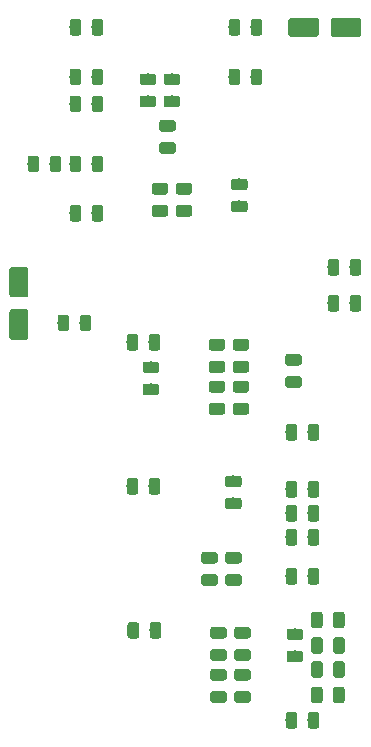
<source format=gbr>
G04 #@! TF.GenerationSoftware,KiCad,Pcbnew,(5.1.4-0-10_14)*
G04 #@! TF.CreationDate,2019-10-08T20:57:53-07:00*
G04 #@! TF.ProjectId,VCF_Main,5643465f-4d61-4696-9e2e-6b696361645f,rev?*
G04 #@! TF.SameCoordinates,Original*
G04 #@! TF.FileFunction,Paste,Top*
G04 #@! TF.FilePolarity,Positive*
%FSLAX46Y46*%
G04 Gerber Fmt 4.6, Leading zero omitted, Abs format (unit mm)*
G04 Created by KiCad (PCBNEW (5.1.4-0-10_14)) date 2019-10-08 20:57:53*
%MOMM*%
%LPD*%
G04 APERTURE LIST*
%ADD10C,0.100000*%
%ADD11C,0.975000*%
%ADD12C,1.600000*%
G04 APERTURE END LIST*
D10*
G36*
X91285142Y-145515174D02*
G01*
X91308803Y-145518684D01*
X91332007Y-145524496D01*
X91354529Y-145532554D01*
X91376153Y-145542782D01*
X91396670Y-145555079D01*
X91415883Y-145569329D01*
X91433607Y-145585393D01*
X91449671Y-145603117D01*
X91463921Y-145622330D01*
X91476218Y-145642847D01*
X91486446Y-145664471D01*
X91494504Y-145686993D01*
X91500316Y-145710197D01*
X91503826Y-145733858D01*
X91505000Y-145757750D01*
X91505000Y-146245250D01*
X91503826Y-146269142D01*
X91500316Y-146292803D01*
X91494504Y-146316007D01*
X91486446Y-146338529D01*
X91476218Y-146360153D01*
X91463921Y-146380670D01*
X91449671Y-146399883D01*
X91433607Y-146417607D01*
X91415883Y-146433671D01*
X91396670Y-146447921D01*
X91376153Y-146460218D01*
X91354529Y-146470446D01*
X91332007Y-146478504D01*
X91308803Y-146484316D01*
X91285142Y-146487826D01*
X91261250Y-146489000D01*
X90348750Y-146489000D01*
X90324858Y-146487826D01*
X90301197Y-146484316D01*
X90277993Y-146478504D01*
X90255471Y-146470446D01*
X90233847Y-146460218D01*
X90213330Y-146447921D01*
X90194117Y-146433671D01*
X90176393Y-146417607D01*
X90160329Y-146399883D01*
X90146079Y-146380670D01*
X90133782Y-146360153D01*
X90123554Y-146338529D01*
X90115496Y-146316007D01*
X90109684Y-146292803D01*
X90106174Y-146269142D01*
X90105000Y-146245250D01*
X90105000Y-145757750D01*
X90106174Y-145733858D01*
X90109684Y-145710197D01*
X90115496Y-145686993D01*
X90123554Y-145664471D01*
X90133782Y-145642847D01*
X90146079Y-145622330D01*
X90160329Y-145603117D01*
X90176393Y-145585393D01*
X90194117Y-145569329D01*
X90213330Y-145555079D01*
X90233847Y-145542782D01*
X90255471Y-145532554D01*
X90277993Y-145524496D01*
X90301197Y-145518684D01*
X90324858Y-145515174D01*
X90348750Y-145514000D01*
X91261250Y-145514000D01*
X91285142Y-145515174D01*
X91285142Y-145515174D01*
G37*
D11*
X90805000Y-146001500D03*
D10*
G36*
X91285142Y-147390174D02*
G01*
X91308803Y-147393684D01*
X91332007Y-147399496D01*
X91354529Y-147407554D01*
X91376153Y-147417782D01*
X91396670Y-147430079D01*
X91415883Y-147444329D01*
X91433607Y-147460393D01*
X91449671Y-147478117D01*
X91463921Y-147497330D01*
X91476218Y-147517847D01*
X91486446Y-147539471D01*
X91494504Y-147561993D01*
X91500316Y-147585197D01*
X91503826Y-147608858D01*
X91505000Y-147632750D01*
X91505000Y-148120250D01*
X91503826Y-148144142D01*
X91500316Y-148167803D01*
X91494504Y-148191007D01*
X91486446Y-148213529D01*
X91476218Y-148235153D01*
X91463921Y-148255670D01*
X91449671Y-148274883D01*
X91433607Y-148292607D01*
X91415883Y-148308671D01*
X91396670Y-148322921D01*
X91376153Y-148335218D01*
X91354529Y-148345446D01*
X91332007Y-148353504D01*
X91308803Y-148359316D01*
X91285142Y-148362826D01*
X91261250Y-148364000D01*
X90348750Y-148364000D01*
X90324858Y-148362826D01*
X90301197Y-148359316D01*
X90277993Y-148353504D01*
X90255471Y-148345446D01*
X90233847Y-148335218D01*
X90213330Y-148322921D01*
X90194117Y-148308671D01*
X90176393Y-148292607D01*
X90160329Y-148274883D01*
X90146079Y-148255670D01*
X90133782Y-148235153D01*
X90123554Y-148213529D01*
X90115496Y-148191007D01*
X90109684Y-148167803D01*
X90106174Y-148144142D01*
X90105000Y-148120250D01*
X90105000Y-147632750D01*
X90106174Y-147608858D01*
X90109684Y-147585197D01*
X90115496Y-147561993D01*
X90123554Y-147539471D01*
X90133782Y-147517847D01*
X90146079Y-147497330D01*
X90160329Y-147478117D01*
X90176393Y-147460393D01*
X90194117Y-147444329D01*
X90213330Y-147430079D01*
X90233847Y-147417782D01*
X90255471Y-147407554D01*
X90277993Y-147399496D01*
X90301197Y-147393684D01*
X90324858Y-147390174D01*
X90348750Y-147389000D01*
X91261250Y-147389000D01*
X91285142Y-147390174D01*
X91285142Y-147390174D01*
G37*
D11*
X90805000Y-147876500D03*
D10*
G36*
X99249142Y-146367174D02*
G01*
X99272803Y-146370684D01*
X99296007Y-146376496D01*
X99318529Y-146384554D01*
X99340153Y-146394782D01*
X99360670Y-146407079D01*
X99379883Y-146421329D01*
X99397607Y-146437393D01*
X99413671Y-146455117D01*
X99427921Y-146474330D01*
X99440218Y-146494847D01*
X99450446Y-146516471D01*
X99458504Y-146538993D01*
X99464316Y-146562197D01*
X99467826Y-146585858D01*
X99469000Y-146609750D01*
X99469000Y-147522250D01*
X99467826Y-147546142D01*
X99464316Y-147569803D01*
X99458504Y-147593007D01*
X99450446Y-147615529D01*
X99440218Y-147637153D01*
X99427921Y-147657670D01*
X99413671Y-147676883D01*
X99397607Y-147694607D01*
X99379883Y-147710671D01*
X99360670Y-147724921D01*
X99340153Y-147737218D01*
X99318529Y-147747446D01*
X99296007Y-147755504D01*
X99272803Y-147761316D01*
X99249142Y-147764826D01*
X99225250Y-147766000D01*
X98737750Y-147766000D01*
X98713858Y-147764826D01*
X98690197Y-147761316D01*
X98666993Y-147755504D01*
X98644471Y-147747446D01*
X98622847Y-147737218D01*
X98602330Y-147724921D01*
X98583117Y-147710671D01*
X98565393Y-147694607D01*
X98549329Y-147676883D01*
X98535079Y-147657670D01*
X98522782Y-147637153D01*
X98512554Y-147615529D01*
X98504496Y-147593007D01*
X98498684Y-147569803D01*
X98495174Y-147546142D01*
X98494000Y-147522250D01*
X98494000Y-146609750D01*
X98495174Y-146585858D01*
X98498684Y-146562197D01*
X98504496Y-146538993D01*
X98512554Y-146516471D01*
X98522782Y-146494847D01*
X98535079Y-146474330D01*
X98549329Y-146455117D01*
X98565393Y-146437393D01*
X98583117Y-146421329D01*
X98602330Y-146407079D01*
X98622847Y-146394782D01*
X98644471Y-146384554D01*
X98666993Y-146376496D01*
X98690197Y-146370684D01*
X98713858Y-146367174D01*
X98737750Y-146366000D01*
X99225250Y-146366000D01*
X99249142Y-146367174D01*
X99249142Y-146367174D01*
G37*
D11*
X98981500Y-147066000D03*
D10*
G36*
X97374142Y-146367174D02*
G01*
X97397803Y-146370684D01*
X97421007Y-146376496D01*
X97443529Y-146384554D01*
X97465153Y-146394782D01*
X97485670Y-146407079D01*
X97504883Y-146421329D01*
X97522607Y-146437393D01*
X97538671Y-146455117D01*
X97552921Y-146474330D01*
X97565218Y-146494847D01*
X97575446Y-146516471D01*
X97583504Y-146538993D01*
X97589316Y-146562197D01*
X97592826Y-146585858D01*
X97594000Y-146609750D01*
X97594000Y-147522250D01*
X97592826Y-147546142D01*
X97589316Y-147569803D01*
X97583504Y-147593007D01*
X97575446Y-147615529D01*
X97565218Y-147637153D01*
X97552921Y-147657670D01*
X97538671Y-147676883D01*
X97522607Y-147694607D01*
X97504883Y-147710671D01*
X97485670Y-147724921D01*
X97465153Y-147737218D01*
X97443529Y-147747446D01*
X97421007Y-147755504D01*
X97397803Y-147761316D01*
X97374142Y-147764826D01*
X97350250Y-147766000D01*
X96862750Y-147766000D01*
X96838858Y-147764826D01*
X96815197Y-147761316D01*
X96791993Y-147755504D01*
X96769471Y-147747446D01*
X96747847Y-147737218D01*
X96727330Y-147724921D01*
X96708117Y-147710671D01*
X96690393Y-147694607D01*
X96674329Y-147676883D01*
X96660079Y-147657670D01*
X96647782Y-147637153D01*
X96637554Y-147615529D01*
X96629496Y-147593007D01*
X96623684Y-147569803D01*
X96620174Y-147546142D01*
X96619000Y-147522250D01*
X96619000Y-146609750D01*
X96620174Y-146585858D01*
X96623684Y-146562197D01*
X96629496Y-146538993D01*
X96637554Y-146516471D01*
X96647782Y-146494847D01*
X96660079Y-146474330D01*
X96674329Y-146455117D01*
X96690393Y-146437393D01*
X96708117Y-146421329D01*
X96727330Y-146407079D01*
X96747847Y-146394782D01*
X96769471Y-146384554D01*
X96791993Y-146376496D01*
X96815197Y-146370684D01*
X96838858Y-146367174D01*
X96862750Y-146366000D01*
X97350250Y-146366000D01*
X97374142Y-146367174D01*
X97374142Y-146367174D01*
G37*
D11*
X97106500Y-147066000D03*
D10*
G36*
X99249142Y-148399174D02*
G01*
X99272803Y-148402684D01*
X99296007Y-148408496D01*
X99318529Y-148416554D01*
X99340153Y-148426782D01*
X99360670Y-148439079D01*
X99379883Y-148453329D01*
X99397607Y-148469393D01*
X99413671Y-148487117D01*
X99427921Y-148506330D01*
X99440218Y-148526847D01*
X99450446Y-148548471D01*
X99458504Y-148570993D01*
X99464316Y-148594197D01*
X99467826Y-148617858D01*
X99469000Y-148641750D01*
X99469000Y-149554250D01*
X99467826Y-149578142D01*
X99464316Y-149601803D01*
X99458504Y-149625007D01*
X99450446Y-149647529D01*
X99440218Y-149669153D01*
X99427921Y-149689670D01*
X99413671Y-149708883D01*
X99397607Y-149726607D01*
X99379883Y-149742671D01*
X99360670Y-149756921D01*
X99340153Y-149769218D01*
X99318529Y-149779446D01*
X99296007Y-149787504D01*
X99272803Y-149793316D01*
X99249142Y-149796826D01*
X99225250Y-149798000D01*
X98737750Y-149798000D01*
X98713858Y-149796826D01*
X98690197Y-149793316D01*
X98666993Y-149787504D01*
X98644471Y-149779446D01*
X98622847Y-149769218D01*
X98602330Y-149756921D01*
X98583117Y-149742671D01*
X98565393Y-149726607D01*
X98549329Y-149708883D01*
X98535079Y-149689670D01*
X98522782Y-149669153D01*
X98512554Y-149647529D01*
X98504496Y-149625007D01*
X98498684Y-149601803D01*
X98495174Y-149578142D01*
X98494000Y-149554250D01*
X98494000Y-148641750D01*
X98495174Y-148617858D01*
X98498684Y-148594197D01*
X98504496Y-148570993D01*
X98512554Y-148548471D01*
X98522782Y-148526847D01*
X98535079Y-148506330D01*
X98549329Y-148487117D01*
X98565393Y-148469393D01*
X98583117Y-148453329D01*
X98602330Y-148439079D01*
X98622847Y-148426782D01*
X98644471Y-148416554D01*
X98666993Y-148408496D01*
X98690197Y-148402684D01*
X98713858Y-148399174D01*
X98737750Y-148398000D01*
X99225250Y-148398000D01*
X99249142Y-148399174D01*
X99249142Y-148399174D01*
G37*
D11*
X98981500Y-149098000D03*
D10*
G36*
X97374142Y-148399174D02*
G01*
X97397803Y-148402684D01*
X97421007Y-148408496D01*
X97443529Y-148416554D01*
X97465153Y-148426782D01*
X97485670Y-148439079D01*
X97504883Y-148453329D01*
X97522607Y-148469393D01*
X97538671Y-148487117D01*
X97552921Y-148506330D01*
X97565218Y-148526847D01*
X97575446Y-148548471D01*
X97583504Y-148570993D01*
X97589316Y-148594197D01*
X97592826Y-148617858D01*
X97594000Y-148641750D01*
X97594000Y-149554250D01*
X97592826Y-149578142D01*
X97589316Y-149601803D01*
X97583504Y-149625007D01*
X97575446Y-149647529D01*
X97565218Y-149669153D01*
X97552921Y-149689670D01*
X97538671Y-149708883D01*
X97522607Y-149726607D01*
X97504883Y-149742671D01*
X97485670Y-149756921D01*
X97465153Y-149769218D01*
X97443529Y-149779446D01*
X97421007Y-149787504D01*
X97397803Y-149793316D01*
X97374142Y-149796826D01*
X97350250Y-149798000D01*
X96862750Y-149798000D01*
X96838858Y-149796826D01*
X96815197Y-149793316D01*
X96791993Y-149787504D01*
X96769471Y-149779446D01*
X96747847Y-149769218D01*
X96727330Y-149756921D01*
X96708117Y-149742671D01*
X96690393Y-149726607D01*
X96674329Y-149708883D01*
X96660079Y-149689670D01*
X96647782Y-149669153D01*
X96637554Y-149647529D01*
X96629496Y-149625007D01*
X96623684Y-149601803D01*
X96620174Y-149578142D01*
X96619000Y-149554250D01*
X96619000Y-148641750D01*
X96620174Y-148617858D01*
X96623684Y-148594197D01*
X96629496Y-148570993D01*
X96637554Y-148548471D01*
X96647782Y-148526847D01*
X96660079Y-148506330D01*
X96674329Y-148487117D01*
X96690393Y-148469393D01*
X96708117Y-148453329D01*
X96727330Y-148439079D01*
X96747847Y-148426782D01*
X96769471Y-148416554D01*
X96791993Y-148408496D01*
X96815197Y-148402684D01*
X96838858Y-148399174D01*
X96862750Y-148398000D01*
X97350250Y-148398000D01*
X97374142Y-148399174D01*
X97374142Y-148399174D01*
G37*
D11*
X97106500Y-149098000D03*
D10*
G36*
X99249142Y-150558174D02*
G01*
X99272803Y-150561684D01*
X99296007Y-150567496D01*
X99318529Y-150575554D01*
X99340153Y-150585782D01*
X99360670Y-150598079D01*
X99379883Y-150612329D01*
X99397607Y-150628393D01*
X99413671Y-150646117D01*
X99427921Y-150665330D01*
X99440218Y-150685847D01*
X99450446Y-150707471D01*
X99458504Y-150729993D01*
X99464316Y-150753197D01*
X99467826Y-150776858D01*
X99469000Y-150800750D01*
X99469000Y-151713250D01*
X99467826Y-151737142D01*
X99464316Y-151760803D01*
X99458504Y-151784007D01*
X99450446Y-151806529D01*
X99440218Y-151828153D01*
X99427921Y-151848670D01*
X99413671Y-151867883D01*
X99397607Y-151885607D01*
X99379883Y-151901671D01*
X99360670Y-151915921D01*
X99340153Y-151928218D01*
X99318529Y-151938446D01*
X99296007Y-151946504D01*
X99272803Y-151952316D01*
X99249142Y-151955826D01*
X99225250Y-151957000D01*
X98737750Y-151957000D01*
X98713858Y-151955826D01*
X98690197Y-151952316D01*
X98666993Y-151946504D01*
X98644471Y-151938446D01*
X98622847Y-151928218D01*
X98602330Y-151915921D01*
X98583117Y-151901671D01*
X98565393Y-151885607D01*
X98549329Y-151867883D01*
X98535079Y-151848670D01*
X98522782Y-151828153D01*
X98512554Y-151806529D01*
X98504496Y-151784007D01*
X98498684Y-151760803D01*
X98495174Y-151737142D01*
X98494000Y-151713250D01*
X98494000Y-150800750D01*
X98495174Y-150776858D01*
X98498684Y-150753197D01*
X98504496Y-150729993D01*
X98512554Y-150707471D01*
X98522782Y-150685847D01*
X98535079Y-150665330D01*
X98549329Y-150646117D01*
X98565393Y-150628393D01*
X98583117Y-150612329D01*
X98602330Y-150598079D01*
X98622847Y-150585782D01*
X98644471Y-150575554D01*
X98666993Y-150567496D01*
X98690197Y-150561684D01*
X98713858Y-150558174D01*
X98737750Y-150557000D01*
X99225250Y-150557000D01*
X99249142Y-150558174D01*
X99249142Y-150558174D01*
G37*
D11*
X98981500Y-151257000D03*
D10*
G36*
X97374142Y-150558174D02*
G01*
X97397803Y-150561684D01*
X97421007Y-150567496D01*
X97443529Y-150575554D01*
X97465153Y-150585782D01*
X97485670Y-150598079D01*
X97504883Y-150612329D01*
X97522607Y-150628393D01*
X97538671Y-150646117D01*
X97552921Y-150665330D01*
X97565218Y-150685847D01*
X97575446Y-150707471D01*
X97583504Y-150729993D01*
X97589316Y-150753197D01*
X97592826Y-150776858D01*
X97594000Y-150800750D01*
X97594000Y-151713250D01*
X97592826Y-151737142D01*
X97589316Y-151760803D01*
X97583504Y-151784007D01*
X97575446Y-151806529D01*
X97565218Y-151828153D01*
X97552921Y-151848670D01*
X97538671Y-151867883D01*
X97522607Y-151885607D01*
X97504883Y-151901671D01*
X97485670Y-151915921D01*
X97465153Y-151928218D01*
X97443529Y-151938446D01*
X97421007Y-151946504D01*
X97397803Y-151952316D01*
X97374142Y-151955826D01*
X97350250Y-151957000D01*
X96862750Y-151957000D01*
X96838858Y-151955826D01*
X96815197Y-151952316D01*
X96791993Y-151946504D01*
X96769471Y-151938446D01*
X96747847Y-151928218D01*
X96727330Y-151915921D01*
X96708117Y-151901671D01*
X96690393Y-151885607D01*
X96674329Y-151867883D01*
X96660079Y-151848670D01*
X96647782Y-151828153D01*
X96637554Y-151806529D01*
X96629496Y-151784007D01*
X96623684Y-151760803D01*
X96620174Y-151737142D01*
X96619000Y-151713250D01*
X96619000Y-150800750D01*
X96620174Y-150776858D01*
X96623684Y-150753197D01*
X96629496Y-150729993D01*
X96637554Y-150707471D01*
X96647782Y-150685847D01*
X96660079Y-150665330D01*
X96674329Y-150646117D01*
X96690393Y-150628393D01*
X96708117Y-150612329D01*
X96727330Y-150598079D01*
X96747847Y-150585782D01*
X96769471Y-150575554D01*
X96791993Y-150567496D01*
X96815197Y-150561684D01*
X96838858Y-150558174D01*
X96862750Y-150557000D01*
X97350250Y-150557000D01*
X97374142Y-150558174D01*
X97374142Y-150558174D01*
G37*
D11*
X97106500Y-151257000D03*
D10*
G36*
X89253142Y-150946174D02*
G01*
X89276803Y-150949684D01*
X89300007Y-150955496D01*
X89322529Y-150963554D01*
X89344153Y-150973782D01*
X89364670Y-150986079D01*
X89383883Y-151000329D01*
X89401607Y-151016393D01*
X89417671Y-151034117D01*
X89431921Y-151053330D01*
X89444218Y-151073847D01*
X89454446Y-151095471D01*
X89462504Y-151117993D01*
X89468316Y-151141197D01*
X89471826Y-151164858D01*
X89473000Y-151188750D01*
X89473000Y-151676250D01*
X89471826Y-151700142D01*
X89468316Y-151723803D01*
X89462504Y-151747007D01*
X89454446Y-151769529D01*
X89444218Y-151791153D01*
X89431921Y-151811670D01*
X89417671Y-151830883D01*
X89401607Y-151848607D01*
X89383883Y-151864671D01*
X89364670Y-151878921D01*
X89344153Y-151891218D01*
X89322529Y-151901446D01*
X89300007Y-151909504D01*
X89276803Y-151915316D01*
X89253142Y-151918826D01*
X89229250Y-151920000D01*
X88316750Y-151920000D01*
X88292858Y-151918826D01*
X88269197Y-151915316D01*
X88245993Y-151909504D01*
X88223471Y-151901446D01*
X88201847Y-151891218D01*
X88181330Y-151878921D01*
X88162117Y-151864671D01*
X88144393Y-151848607D01*
X88128329Y-151830883D01*
X88114079Y-151811670D01*
X88101782Y-151791153D01*
X88091554Y-151769529D01*
X88083496Y-151747007D01*
X88077684Y-151723803D01*
X88074174Y-151700142D01*
X88073000Y-151676250D01*
X88073000Y-151188750D01*
X88074174Y-151164858D01*
X88077684Y-151141197D01*
X88083496Y-151117993D01*
X88091554Y-151095471D01*
X88101782Y-151073847D01*
X88114079Y-151053330D01*
X88128329Y-151034117D01*
X88144393Y-151016393D01*
X88162117Y-151000329D01*
X88181330Y-150986079D01*
X88201847Y-150973782D01*
X88223471Y-150963554D01*
X88245993Y-150955496D01*
X88269197Y-150949684D01*
X88292858Y-150946174D01*
X88316750Y-150945000D01*
X89229250Y-150945000D01*
X89253142Y-150946174D01*
X89253142Y-150946174D01*
G37*
D11*
X88773000Y-151432500D03*
D10*
G36*
X89253142Y-149071174D02*
G01*
X89276803Y-149074684D01*
X89300007Y-149080496D01*
X89322529Y-149088554D01*
X89344153Y-149098782D01*
X89364670Y-149111079D01*
X89383883Y-149125329D01*
X89401607Y-149141393D01*
X89417671Y-149159117D01*
X89431921Y-149178330D01*
X89444218Y-149198847D01*
X89454446Y-149220471D01*
X89462504Y-149242993D01*
X89468316Y-149266197D01*
X89471826Y-149289858D01*
X89473000Y-149313750D01*
X89473000Y-149801250D01*
X89471826Y-149825142D01*
X89468316Y-149848803D01*
X89462504Y-149872007D01*
X89454446Y-149894529D01*
X89444218Y-149916153D01*
X89431921Y-149936670D01*
X89417671Y-149955883D01*
X89401607Y-149973607D01*
X89383883Y-149989671D01*
X89364670Y-150003921D01*
X89344153Y-150016218D01*
X89322529Y-150026446D01*
X89300007Y-150034504D01*
X89276803Y-150040316D01*
X89253142Y-150043826D01*
X89229250Y-150045000D01*
X88316750Y-150045000D01*
X88292858Y-150043826D01*
X88269197Y-150040316D01*
X88245993Y-150034504D01*
X88223471Y-150026446D01*
X88201847Y-150016218D01*
X88181330Y-150003921D01*
X88162117Y-149989671D01*
X88144393Y-149973607D01*
X88128329Y-149955883D01*
X88114079Y-149936670D01*
X88101782Y-149916153D01*
X88091554Y-149894529D01*
X88083496Y-149872007D01*
X88077684Y-149848803D01*
X88074174Y-149825142D01*
X88073000Y-149801250D01*
X88073000Y-149313750D01*
X88074174Y-149289858D01*
X88077684Y-149266197D01*
X88083496Y-149242993D01*
X88091554Y-149220471D01*
X88101782Y-149198847D01*
X88114079Y-149178330D01*
X88128329Y-149159117D01*
X88144393Y-149141393D01*
X88162117Y-149125329D01*
X88181330Y-149111079D01*
X88201847Y-149098782D01*
X88223471Y-149088554D01*
X88245993Y-149080496D01*
X88269197Y-149074684D01*
X88292858Y-149071174D01*
X88316750Y-149070000D01*
X89229250Y-149070000D01*
X89253142Y-149071174D01*
X89253142Y-149071174D01*
G37*
D11*
X88773000Y-149557500D03*
D10*
G36*
X92264142Y-94043174D02*
G01*
X92287803Y-94046684D01*
X92311007Y-94052496D01*
X92333529Y-94060554D01*
X92355153Y-94070782D01*
X92375670Y-94083079D01*
X92394883Y-94097329D01*
X92412607Y-94113393D01*
X92428671Y-94131117D01*
X92442921Y-94150330D01*
X92455218Y-94170847D01*
X92465446Y-94192471D01*
X92473504Y-94214993D01*
X92479316Y-94238197D01*
X92482826Y-94261858D01*
X92484000Y-94285750D01*
X92484000Y-95198250D01*
X92482826Y-95222142D01*
X92479316Y-95245803D01*
X92473504Y-95269007D01*
X92465446Y-95291529D01*
X92455218Y-95313153D01*
X92442921Y-95333670D01*
X92428671Y-95352883D01*
X92412607Y-95370607D01*
X92394883Y-95386671D01*
X92375670Y-95400921D01*
X92355153Y-95413218D01*
X92333529Y-95423446D01*
X92311007Y-95431504D01*
X92287803Y-95437316D01*
X92264142Y-95440826D01*
X92240250Y-95442000D01*
X91752750Y-95442000D01*
X91728858Y-95440826D01*
X91705197Y-95437316D01*
X91681993Y-95431504D01*
X91659471Y-95423446D01*
X91637847Y-95413218D01*
X91617330Y-95400921D01*
X91598117Y-95386671D01*
X91580393Y-95370607D01*
X91564329Y-95352883D01*
X91550079Y-95333670D01*
X91537782Y-95313153D01*
X91527554Y-95291529D01*
X91519496Y-95269007D01*
X91513684Y-95245803D01*
X91510174Y-95222142D01*
X91509000Y-95198250D01*
X91509000Y-94285750D01*
X91510174Y-94261858D01*
X91513684Y-94238197D01*
X91519496Y-94214993D01*
X91527554Y-94192471D01*
X91537782Y-94170847D01*
X91550079Y-94150330D01*
X91564329Y-94131117D01*
X91580393Y-94113393D01*
X91598117Y-94097329D01*
X91617330Y-94083079D01*
X91637847Y-94070782D01*
X91659471Y-94060554D01*
X91681993Y-94052496D01*
X91705197Y-94046684D01*
X91728858Y-94043174D01*
X91752750Y-94042000D01*
X92240250Y-94042000D01*
X92264142Y-94043174D01*
X92264142Y-94043174D01*
G37*
D11*
X91996500Y-94742000D03*
D10*
G36*
X90389142Y-94043174D02*
G01*
X90412803Y-94046684D01*
X90436007Y-94052496D01*
X90458529Y-94060554D01*
X90480153Y-94070782D01*
X90500670Y-94083079D01*
X90519883Y-94097329D01*
X90537607Y-94113393D01*
X90553671Y-94131117D01*
X90567921Y-94150330D01*
X90580218Y-94170847D01*
X90590446Y-94192471D01*
X90598504Y-94214993D01*
X90604316Y-94238197D01*
X90607826Y-94261858D01*
X90609000Y-94285750D01*
X90609000Y-95198250D01*
X90607826Y-95222142D01*
X90604316Y-95245803D01*
X90598504Y-95269007D01*
X90590446Y-95291529D01*
X90580218Y-95313153D01*
X90567921Y-95333670D01*
X90553671Y-95352883D01*
X90537607Y-95370607D01*
X90519883Y-95386671D01*
X90500670Y-95400921D01*
X90480153Y-95413218D01*
X90458529Y-95423446D01*
X90436007Y-95431504D01*
X90412803Y-95437316D01*
X90389142Y-95440826D01*
X90365250Y-95442000D01*
X89877750Y-95442000D01*
X89853858Y-95440826D01*
X89830197Y-95437316D01*
X89806993Y-95431504D01*
X89784471Y-95423446D01*
X89762847Y-95413218D01*
X89742330Y-95400921D01*
X89723117Y-95386671D01*
X89705393Y-95370607D01*
X89689329Y-95352883D01*
X89675079Y-95333670D01*
X89662782Y-95313153D01*
X89652554Y-95291529D01*
X89644496Y-95269007D01*
X89638684Y-95245803D01*
X89635174Y-95222142D01*
X89634000Y-95198250D01*
X89634000Y-94285750D01*
X89635174Y-94261858D01*
X89638684Y-94238197D01*
X89644496Y-94214993D01*
X89652554Y-94192471D01*
X89662782Y-94170847D01*
X89675079Y-94150330D01*
X89689329Y-94131117D01*
X89705393Y-94113393D01*
X89723117Y-94097329D01*
X89742330Y-94083079D01*
X89762847Y-94070782D01*
X89784471Y-94060554D01*
X89806993Y-94052496D01*
X89830197Y-94046684D01*
X89853858Y-94043174D01*
X89877750Y-94042000D01*
X90365250Y-94042000D01*
X90389142Y-94043174D01*
X90389142Y-94043174D01*
G37*
D11*
X90121500Y-94742000D03*
D10*
G36*
X84300142Y-107923174D02*
G01*
X84323803Y-107926684D01*
X84347007Y-107932496D01*
X84369529Y-107940554D01*
X84391153Y-107950782D01*
X84411670Y-107963079D01*
X84430883Y-107977329D01*
X84448607Y-107993393D01*
X84464671Y-108011117D01*
X84478921Y-108030330D01*
X84491218Y-108050847D01*
X84501446Y-108072471D01*
X84509504Y-108094993D01*
X84515316Y-108118197D01*
X84518826Y-108141858D01*
X84520000Y-108165750D01*
X84520000Y-108653250D01*
X84518826Y-108677142D01*
X84515316Y-108700803D01*
X84509504Y-108724007D01*
X84501446Y-108746529D01*
X84491218Y-108768153D01*
X84478921Y-108788670D01*
X84464671Y-108807883D01*
X84448607Y-108825607D01*
X84430883Y-108841671D01*
X84411670Y-108855921D01*
X84391153Y-108868218D01*
X84369529Y-108878446D01*
X84347007Y-108886504D01*
X84323803Y-108892316D01*
X84300142Y-108895826D01*
X84276250Y-108897000D01*
X83363750Y-108897000D01*
X83339858Y-108895826D01*
X83316197Y-108892316D01*
X83292993Y-108886504D01*
X83270471Y-108878446D01*
X83248847Y-108868218D01*
X83228330Y-108855921D01*
X83209117Y-108841671D01*
X83191393Y-108825607D01*
X83175329Y-108807883D01*
X83161079Y-108788670D01*
X83148782Y-108768153D01*
X83138554Y-108746529D01*
X83130496Y-108724007D01*
X83124684Y-108700803D01*
X83121174Y-108677142D01*
X83120000Y-108653250D01*
X83120000Y-108165750D01*
X83121174Y-108141858D01*
X83124684Y-108118197D01*
X83130496Y-108094993D01*
X83138554Y-108072471D01*
X83148782Y-108050847D01*
X83161079Y-108030330D01*
X83175329Y-108011117D01*
X83191393Y-107993393D01*
X83209117Y-107977329D01*
X83228330Y-107963079D01*
X83248847Y-107950782D01*
X83270471Y-107940554D01*
X83292993Y-107932496D01*
X83316197Y-107926684D01*
X83339858Y-107923174D01*
X83363750Y-107922000D01*
X84276250Y-107922000D01*
X84300142Y-107923174D01*
X84300142Y-107923174D01*
G37*
D11*
X83820000Y-108409500D03*
D10*
G36*
X84300142Y-109798174D02*
G01*
X84323803Y-109801684D01*
X84347007Y-109807496D01*
X84369529Y-109815554D01*
X84391153Y-109825782D01*
X84411670Y-109838079D01*
X84430883Y-109852329D01*
X84448607Y-109868393D01*
X84464671Y-109886117D01*
X84478921Y-109905330D01*
X84491218Y-109925847D01*
X84501446Y-109947471D01*
X84509504Y-109969993D01*
X84515316Y-109993197D01*
X84518826Y-110016858D01*
X84520000Y-110040750D01*
X84520000Y-110528250D01*
X84518826Y-110552142D01*
X84515316Y-110575803D01*
X84509504Y-110599007D01*
X84501446Y-110621529D01*
X84491218Y-110643153D01*
X84478921Y-110663670D01*
X84464671Y-110682883D01*
X84448607Y-110700607D01*
X84430883Y-110716671D01*
X84411670Y-110730921D01*
X84391153Y-110743218D01*
X84369529Y-110753446D01*
X84347007Y-110761504D01*
X84323803Y-110767316D01*
X84300142Y-110770826D01*
X84276250Y-110772000D01*
X83363750Y-110772000D01*
X83339858Y-110770826D01*
X83316197Y-110767316D01*
X83292993Y-110761504D01*
X83270471Y-110753446D01*
X83248847Y-110743218D01*
X83228330Y-110730921D01*
X83209117Y-110716671D01*
X83191393Y-110700607D01*
X83175329Y-110682883D01*
X83161079Y-110663670D01*
X83148782Y-110643153D01*
X83138554Y-110621529D01*
X83130496Y-110599007D01*
X83124684Y-110575803D01*
X83121174Y-110552142D01*
X83120000Y-110528250D01*
X83120000Y-110040750D01*
X83121174Y-110016858D01*
X83124684Y-109993197D01*
X83130496Y-109969993D01*
X83138554Y-109947471D01*
X83148782Y-109925847D01*
X83161079Y-109905330D01*
X83175329Y-109886117D01*
X83191393Y-109868393D01*
X83209117Y-109852329D01*
X83228330Y-109838079D01*
X83248847Y-109825782D01*
X83270471Y-109815554D01*
X83292993Y-109807496D01*
X83316197Y-109801684D01*
X83339858Y-109798174D01*
X83363750Y-109797000D01*
X84276250Y-109797000D01*
X84300142Y-109798174D01*
X84300142Y-109798174D01*
G37*
D11*
X83820000Y-110284500D03*
D10*
G36*
X91031142Y-109417174D02*
G01*
X91054803Y-109420684D01*
X91078007Y-109426496D01*
X91100529Y-109434554D01*
X91122153Y-109444782D01*
X91142670Y-109457079D01*
X91161883Y-109471329D01*
X91179607Y-109487393D01*
X91195671Y-109505117D01*
X91209921Y-109524330D01*
X91222218Y-109544847D01*
X91232446Y-109566471D01*
X91240504Y-109588993D01*
X91246316Y-109612197D01*
X91249826Y-109635858D01*
X91251000Y-109659750D01*
X91251000Y-110147250D01*
X91249826Y-110171142D01*
X91246316Y-110194803D01*
X91240504Y-110218007D01*
X91232446Y-110240529D01*
X91222218Y-110262153D01*
X91209921Y-110282670D01*
X91195671Y-110301883D01*
X91179607Y-110319607D01*
X91161883Y-110335671D01*
X91142670Y-110349921D01*
X91122153Y-110362218D01*
X91100529Y-110372446D01*
X91078007Y-110380504D01*
X91054803Y-110386316D01*
X91031142Y-110389826D01*
X91007250Y-110391000D01*
X90094750Y-110391000D01*
X90070858Y-110389826D01*
X90047197Y-110386316D01*
X90023993Y-110380504D01*
X90001471Y-110372446D01*
X89979847Y-110362218D01*
X89959330Y-110349921D01*
X89940117Y-110335671D01*
X89922393Y-110319607D01*
X89906329Y-110301883D01*
X89892079Y-110282670D01*
X89879782Y-110262153D01*
X89869554Y-110240529D01*
X89861496Y-110218007D01*
X89855684Y-110194803D01*
X89852174Y-110171142D01*
X89851000Y-110147250D01*
X89851000Y-109659750D01*
X89852174Y-109635858D01*
X89855684Y-109612197D01*
X89861496Y-109588993D01*
X89869554Y-109566471D01*
X89879782Y-109544847D01*
X89892079Y-109524330D01*
X89906329Y-109505117D01*
X89922393Y-109487393D01*
X89940117Y-109471329D01*
X89959330Y-109457079D01*
X89979847Y-109444782D01*
X90001471Y-109434554D01*
X90023993Y-109426496D01*
X90047197Y-109420684D01*
X90070858Y-109417174D01*
X90094750Y-109416000D01*
X91007250Y-109416000D01*
X91031142Y-109417174D01*
X91031142Y-109417174D01*
G37*
D11*
X90551000Y-109903500D03*
D10*
G36*
X91031142Y-107542174D02*
G01*
X91054803Y-107545684D01*
X91078007Y-107551496D01*
X91100529Y-107559554D01*
X91122153Y-107569782D01*
X91142670Y-107582079D01*
X91161883Y-107596329D01*
X91179607Y-107612393D01*
X91195671Y-107630117D01*
X91209921Y-107649330D01*
X91222218Y-107669847D01*
X91232446Y-107691471D01*
X91240504Y-107713993D01*
X91246316Y-107737197D01*
X91249826Y-107760858D01*
X91251000Y-107784750D01*
X91251000Y-108272250D01*
X91249826Y-108296142D01*
X91246316Y-108319803D01*
X91240504Y-108343007D01*
X91232446Y-108365529D01*
X91222218Y-108387153D01*
X91209921Y-108407670D01*
X91195671Y-108426883D01*
X91179607Y-108444607D01*
X91161883Y-108460671D01*
X91142670Y-108474921D01*
X91122153Y-108487218D01*
X91100529Y-108497446D01*
X91078007Y-108505504D01*
X91054803Y-108511316D01*
X91031142Y-108514826D01*
X91007250Y-108516000D01*
X90094750Y-108516000D01*
X90070858Y-108514826D01*
X90047197Y-108511316D01*
X90023993Y-108505504D01*
X90001471Y-108497446D01*
X89979847Y-108487218D01*
X89959330Y-108474921D01*
X89940117Y-108460671D01*
X89922393Y-108444607D01*
X89906329Y-108426883D01*
X89892079Y-108407670D01*
X89879782Y-108387153D01*
X89869554Y-108365529D01*
X89861496Y-108343007D01*
X89855684Y-108319803D01*
X89852174Y-108296142D01*
X89851000Y-108272250D01*
X89851000Y-107784750D01*
X89852174Y-107760858D01*
X89855684Y-107737197D01*
X89861496Y-107713993D01*
X89869554Y-107691471D01*
X89879782Y-107669847D01*
X89892079Y-107649330D01*
X89906329Y-107630117D01*
X89922393Y-107612393D01*
X89940117Y-107596329D01*
X89959330Y-107582079D01*
X89979847Y-107569782D01*
X90001471Y-107559554D01*
X90023993Y-107551496D01*
X90047197Y-107545684D01*
X90070858Y-107542174D01*
X90094750Y-107541000D01*
X91007250Y-107541000D01*
X91031142Y-107542174D01*
X91031142Y-107542174D01*
G37*
D11*
X90551000Y-108028500D03*
D10*
G36*
X90389142Y-98234174D02*
G01*
X90412803Y-98237684D01*
X90436007Y-98243496D01*
X90458529Y-98251554D01*
X90480153Y-98261782D01*
X90500670Y-98274079D01*
X90519883Y-98288329D01*
X90537607Y-98304393D01*
X90553671Y-98322117D01*
X90567921Y-98341330D01*
X90580218Y-98361847D01*
X90590446Y-98383471D01*
X90598504Y-98405993D01*
X90604316Y-98429197D01*
X90607826Y-98452858D01*
X90609000Y-98476750D01*
X90609000Y-99389250D01*
X90607826Y-99413142D01*
X90604316Y-99436803D01*
X90598504Y-99460007D01*
X90590446Y-99482529D01*
X90580218Y-99504153D01*
X90567921Y-99524670D01*
X90553671Y-99543883D01*
X90537607Y-99561607D01*
X90519883Y-99577671D01*
X90500670Y-99591921D01*
X90480153Y-99604218D01*
X90458529Y-99614446D01*
X90436007Y-99622504D01*
X90412803Y-99628316D01*
X90389142Y-99631826D01*
X90365250Y-99633000D01*
X89877750Y-99633000D01*
X89853858Y-99631826D01*
X89830197Y-99628316D01*
X89806993Y-99622504D01*
X89784471Y-99614446D01*
X89762847Y-99604218D01*
X89742330Y-99591921D01*
X89723117Y-99577671D01*
X89705393Y-99561607D01*
X89689329Y-99543883D01*
X89675079Y-99524670D01*
X89662782Y-99504153D01*
X89652554Y-99482529D01*
X89644496Y-99460007D01*
X89638684Y-99436803D01*
X89635174Y-99413142D01*
X89634000Y-99389250D01*
X89634000Y-98476750D01*
X89635174Y-98452858D01*
X89638684Y-98429197D01*
X89644496Y-98405993D01*
X89652554Y-98383471D01*
X89662782Y-98361847D01*
X89675079Y-98341330D01*
X89689329Y-98322117D01*
X89705393Y-98304393D01*
X89723117Y-98288329D01*
X89742330Y-98274079D01*
X89762847Y-98261782D01*
X89784471Y-98251554D01*
X89806993Y-98243496D01*
X89830197Y-98237684D01*
X89853858Y-98234174D01*
X89877750Y-98233000D01*
X90365250Y-98233000D01*
X90389142Y-98234174D01*
X90389142Y-98234174D01*
G37*
D11*
X90121500Y-98933000D03*
D10*
G36*
X92264142Y-98234174D02*
G01*
X92287803Y-98237684D01*
X92311007Y-98243496D01*
X92333529Y-98251554D01*
X92355153Y-98261782D01*
X92375670Y-98274079D01*
X92394883Y-98288329D01*
X92412607Y-98304393D01*
X92428671Y-98322117D01*
X92442921Y-98341330D01*
X92455218Y-98361847D01*
X92465446Y-98383471D01*
X92473504Y-98405993D01*
X92479316Y-98429197D01*
X92482826Y-98452858D01*
X92484000Y-98476750D01*
X92484000Y-99389250D01*
X92482826Y-99413142D01*
X92479316Y-99436803D01*
X92473504Y-99460007D01*
X92465446Y-99482529D01*
X92455218Y-99504153D01*
X92442921Y-99524670D01*
X92428671Y-99543883D01*
X92412607Y-99561607D01*
X92394883Y-99577671D01*
X92375670Y-99591921D01*
X92355153Y-99604218D01*
X92333529Y-99614446D01*
X92311007Y-99622504D01*
X92287803Y-99628316D01*
X92264142Y-99631826D01*
X92240250Y-99633000D01*
X91752750Y-99633000D01*
X91728858Y-99631826D01*
X91705197Y-99628316D01*
X91681993Y-99622504D01*
X91659471Y-99614446D01*
X91637847Y-99604218D01*
X91617330Y-99591921D01*
X91598117Y-99577671D01*
X91580393Y-99561607D01*
X91564329Y-99543883D01*
X91550079Y-99524670D01*
X91537782Y-99504153D01*
X91527554Y-99482529D01*
X91519496Y-99460007D01*
X91513684Y-99436803D01*
X91510174Y-99413142D01*
X91509000Y-99389250D01*
X91509000Y-98476750D01*
X91510174Y-98452858D01*
X91513684Y-98429197D01*
X91519496Y-98405993D01*
X91527554Y-98383471D01*
X91537782Y-98361847D01*
X91550079Y-98341330D01*
X91564329Y-98322117D01*
X91580393Y-98304393D01*
X91598117Y-98288329D01*
X91617330Y-98274079D01*
X91637847Y-98261782D01*
X91659471Y-98251554D01*
X91681993Y-98243496D01*
X91705197Y-98237684D01*
X91728858Y-98234174D01*
X91752750Y-98233000D01*
X92240250Y-98233000D01*
X92264142Y-98234174D01*
X92264142Y-98234174D01*
G37*
D11*
X91996500Y-98933000D03*
D10*
G36*
X86332142Y-107923174D02*
G01*
X86355803Y-107926684D01*
X86379007Y-107932496D01*
X86401529Y-107940554D01*
X86423153Y-107950782D01*
X86443670Y-107963079D01*
X86462883Y-107977329D01*
X86480607Y-107993393D01*
X86496671Y-108011117D01*
X86510921Y-108030330D01*
X86523218Y-108050847D01*
X86533446Y-108072471D01*
X86541504Y-108094993D01*
X86547316Y-108118197D01*
X86550826Y-108141858D01*
X86552000Y-108165750D01*
X86552000Y-108653250D01*
X86550826Y-108677142D01*
X86547316Y-108700803D01*
X86541504Y-108724007D01*
X86533446Y-108746529D01*
X86523218Y-108768153D01*
X86510921Y-108788670D01*
X86496671Y-108807883D01*
X86480607Y-108825607D01*
X86462883Y-108841671D01*
X86443670Y-108855921D01*
X86423153Y-108868218D01*
X86401529Y-108878446D01*
X86379007Y-108886504D01*
X86355803Y-108892316D01*
X86332142Y-108895826D01*
X86308250Y-108897000D01*
X85395750Y-108897000D01*
X85371858Y-108895826D01*
X85348197Y-108892316D01*
X85324993Y-108886504D01*
X85302471Y-108878446D01*
X85280847Y-108868218D01*
X85260330Y-108855921D01*
X85241117Y-108841671D01*
X85223393Y-108825607D01*
X85207329Y-108807883D01*
X85193079Y-108788670D01*
X85180782Y-108768153D01*
X85170554Y-108746529D01*
X85162496Y-108724007D01*
X85156684Y-108700803D01*
X85153174Y-108677142D01*
X85152000Y-108653250D01*
X85152000Y-108165750D01*
X85153174Y-108141858D01*
X85156684Y-108118197D01*
X85162496Y-108094993D01*
X85170554Y-108072471D01*
X85180782Y-108050847D01*
X85193079Y-108030330D01*
X85207329Y-108011117D01*
X85223393Y-107993393D01*
X85241117Y-107977329D01*
X85260330Y-107963079D01*
X85280847Y-107950782D01*
X85302471Y-107940554D01*
X85324993Y-107932496D01*
X85348197Y-107926684D01*
X85371858Y-107923174D01*
X85395750Y-107922000D01*
X86308250Y-107922000D01*
X86332142Y-107923174D01*
X86332142Y-107923174D01*
G37*
D11*
X85852000Y-108409500D03*
D10*
G36*
X86332142Y-109798174D02*
G01*
X86355803Y-109801684D01*
X86379007Y-109807496D01*
X86401529Y-109815554D01*
X86423153Y-109825782D01*
X86443670Y-109838079D01*
X86462883Y-109852329D01*
X86480607Y-109868393D01*
X86496671Y-109886117D01*
X86510921Y-109905330D01*
X86523218Y-109925847D01*
X86533446Y-109947471D01*
X86541504Y-109969993D01*
X86547316Y-109993197D01*
X86550826Y-110016858D01*
X86552000Y-110040750D01*
X86552000Y-110528250D01*
X86550826Y-110552142D01*
X86547316Y-110575803D01*
X86541504Y-110599007D01*
X86533446Y-110621529D01*
X86523218Y-110643153D01*
X86510921Y-110663670D01*
X86496671Y-110682883D01*
X86480607Y-110700607D01*
X86462883Y-110716671D01*
X86443670Y-110730921D01*
X86423153Y-110743218D01*
X86401529Y-110753446D01*
X86379007Y-110761504D01*
X86355803Y-110767316D01*
X86332142Y-110770826D01*
X86308250Y-110772000D01*
X85395750Y-110772000D01*
X85371858Y-110770826D01*
X85348197Y-110767316D01*
X85324993Y-110761504D01*
X85302471Y-110753446D01*
X85280847Y-110743218D01*
X85260330Y-110730921D01*
X85241117Y-110716671D01*
X85223393Y-110700607D01*
X85207329Y-110682883D01*
X85193079Y-110663670D01*
X85180782Y-110643153D01*
X85170554Y-110621529D01*
X85162496Y-110599007D01*
X85156684Y-110575803D01*
X85153174Y-110552142D01*
X85152000Y-110528250D01*
X85152000Y-110040750D01*
X85153174Y-110016858D01*
X85156684Y-109993197D01*
X85162496Y-109969993D01*
X85170554Y-109947471D01*
X85180782Y-109925847D01*
X85193079Y-109905330D01*
X85207329Y-109886117D01*
X85223393Y-109868393D01*
X85241117Y-109852329D01*
X85260330Y-109838079D01*
X85280847Y-109825782D01*
X85302471Y-109815554D01*
X85324993Y-109807496D01*
X85348197Y-109801684D01*
X85371858Y-109798174D01*
X85395750Y-109797000D01*
X86308250Y-109797000D01*
X86332142Y-109798174D01*
X86332142Y-109798174D01*
G37*
D11*
X85852000Y-110284500D03*
D10*
G36*
X84935142Y-104464174D02*
G01*
X84958803Y-104467684D01*
X84982007Y-104473496D01*
X85004529Y-104481554D01*
X85026153Y-104491782D01*
X85046670Y-104504079D01*
X85065883Y-104518329D01*
X85083607Y-104534393D01*
X85099671Y-104552117D01*
X85113921Y-104571330D01*
X85126218Y-104591847D01*
X85136446Y-104613471D01*
X85144504Y-104635993D01*
X85150316Y-104659197D01*
X85153826Y-104682858D01*
X85155000Y-104706750D01*
X85155000Y-105194250D01*
X85153826Y-105218142D01*
X85150316Y-105241803D01*
X85144504Y-105265007D01*
X85136446Y-105287529D01*
X85126218Y-105309153D01*
X85113921Y-105329670D01*
X85099671Y-105348883D01*
X85083607Y-105366607D01*
X85065883Y-105382671D01*
X85046670Y-105396921D01*
X85026153Y-105409218D01*
X85004529Y-105419446D01*
X84982007Y-105427504D01*
X84958803Y-105433316D01*
X84935142Y-105436826D01*
X84911250Y-105438000D01*
X83998750Y-105438000D01*
X83974858Y-105436826D01*
X83951197Y-105433316D01*
X83927993Y-105427504D01*
X83905471Y-105419446D01*
X83883847Y-105409218D01*
X83863330Y-105396921D01*
X83844117Y-105382671D01*
X83826393Y-105366607D01*
X83810329Y-105348883D01*
X83796079Y-105329670D01*
X83783782Y-105309153D01*
X83773554Y-105287529D01*
X83765496Y-105265007D01*
X83759684Y-105241803D01*
X83756174Y-105218142D01*
X83755000Y-105194250D01*
X83755000Y-104706750D01*
X83756174Y-104682858D01*
X83759684Y-104659197D01*
X83765496Y-104635993D01*
X83773554Y-104613471D01*
X83783782Y-104591847D01*
X83796079Y-104571330D01*
X83810329Y-104552117D01*
X83826393Y-104534393D01*
X83844117Y-104518329D01*
X83863330Y-104504079D01*
X83883847Y-104491782D01*
X83905471Y-104481554D01*
X83927993Y-104473496D01*
X83951197Y-104467684D01*
X83974858Y-104464174D01*
X83998750Y-104463000D01*
X84911250Y-104463000D01*
X84935142Y-104464174D01*
X84935142Y-104464174D01*
G37*
D11*
X84455000Y-104950500D03*
D10*
G36*
X84935142Y-102589174D02*
G01*
X84958803Y-102592684D01*
X84982007Y-102598496D01*
X85004529Y-102606554D01*
X85026153Y-102616782D01*
X85046670Y-102629079D01*
X85065883Y-102643329D01*
X85083607Y-102659393D01*
X85099671Y-102677117D01*
X85113921Y-102696330D01*
X85126218Y-102716847D01*
X85136446Y-102738471D01*
X85144504Y-102760993D01*
X85150316Y-102784197D01*
X85153826Y-102807858D01*
X85155000Y-102831750D01*
X85155000Y-103319250D01*
X85153826Y-103343142D01*
X85150316Y-103366803D01*
X85144504Y-103390007D01*
X85136446Y-103412529D01*
X85126218Y-103434153D01*
X85113921Y-103454670D01*
X85099671Y-103473883D01*
X85083607Y-103491607D01*
X85065883Y-103507671D01*
X85046670Y-103521921D01*
X85026153Y-103534218D01*
X85004529Y-103544446D01*
X84982007Y-103552504D01*
X84958803Y-103558316D01*
X84935142Y-103561826D01*
X84911250Y-103563000D01*
X83998750Y-103563000D01*
X83974858Y-103561826D01*
X83951197Y-103558316D01*
X83927993Y-103552504D01*
X83905471Y-103544446D01*
X83883847Y-103534218D01*
X83863330Y-103521921D01*
X83844117Y-103507671D01*
X83826393Y-103491607D01*
X83810329Y-103473883D01*
X83796079Y-103454670D01*
X83783782Y-103434153D01*
X83773554Y-103412529D01*
X83765496Y-103390007D01*
X83759684Y-103366803D01*
X83756174Y-103343142D01*
X83755000Y-103319250D01*
X83755000Y-102831750D01*
X83756174Y-102807858D01*
X83759684Y-102784197D01*
X83765496Y-102760993D01*
X83773554Y-102738471D01*
X83783782Y-102716847D01*
X83796079Y-102696330D01*
X83810329Y-102677117D01*
X83826393Y-102659393D01*
X83844117Y-102643329D01*
X83863330Y-102629079D01*
X83883847Y-102616782D01*
X83905471Y-102606554D01*
X83927993Y-102598496D01*
X83951197Y-102592684D01*
X83974858Y-102589174D01*
X83998750Y-102588000D01*
X84911250Y-102588000D01*
X84935142Y-102589174D01*
X84935142Y-102589174D01*
G37*
D11*
X84455000Y-103075500D03*
D10*
G36*
X100646142Y-114363174D02*
G01*
X100669803Y-114366684D01*
X100693007Y-114372496D01*
X100715529Y-114380554D01*
X100737153Y-114390782D01*
X100757670Y-114403079D01*
X100776883Y-114417329D01*
X100794607Y-114433393D01*
X100810671Y-114451117D01*
X100824921Y-114470330D01*
X100837218Y-114490847D01*
X100847446Y-114512471D01*
X100855504Y-114534993D01*
X100861316Y-114558197D01*
X100864826Y-114581858D01*
X100866000Y-114605750D01*
X100866000Y-115518250D01*
X100864826Y-115542142D01*
X100861316Y-115565803D01*
X100855504Y-115589007D01*
X100847446Y-115611529D01*
X100837218Y-115633153D01*
X100824921Y-115653670D01*
X100810671Y-115672883D01*
X100794607Y-115690607D01*
X100776883Y-115706671D01*
X100757670Y-115720921D01*
X100737153Y-115733218D01*
X100715529Y-115743446D01*
X100693007Y-115751504D01*
X100669803Y-115757316D01*
X100646142Y-115760826D01*
X100622250Y-115762000D01*
X100134750Y-115762000D01*
X100110858Y-115760826D01*
X100087197Y-115757316D01*
X100063993Y-115751504D01*
X100041471Y-115743446D01*
X100019847Y-115733218D01*
X99999330Y-115720921D01*
X99980117Y-115706671D01*
X99962393Y-115690607D01*
X99946329Y-115672883D01*
X99932079Y-115653670D01*
X99919782Y-115633153D01*
X99909554Y-115611529D01*
X99901496Y-115589007D01*
X99895684Y-115565803D01*
X99892174Y-115542142D01*
X99891000Y-115518250D01*
X99891000Y-114605750D01*
X99892174Y-114581858D01*
X99895684Y-114558197D01*
X99901496Y-114534993D01*
X99909554Y-114512471D01*
X99919782Y-114490847D01*
X99932079Y-114470330D01*
X99946329Y-114451117D01*
X99962393Y-114433393D01*
X99980117Y-114417329D01*
X99999330Y-114403079D01*
X100019847Y-114390782D01*
X100041471Y-114380554D01*
X100063993Y-114372496D01*
X100087197Y-114366684D01*
X100110858Y-114363174D01*
X100134750Y-114362000D01*
X100622250Y-114362000D01*
X100646142Y-114363174D01*
X100646142Y-114363174D01*
G37*
D11*
X100378500Y-115062000D03*
D10*
G36*
X98771142Y-114363174D02*
G01*
X98794803Y-114366684D01*
X98818007Y-114372496D01*
X98840529Y-114380554D01*
X98862153Y-114390782D01*
X98882670Y-114403079D01*
X98901883Y-114417329D01*
X98919607Y-114433393D01*
X98935671Y-114451117D01*
X98949921Y-114470330D01*
X98962218Y-114490847D01*
X98972446Y-114512471D01*
X98980504Y-114534993D01*
X98986316Y-114558197D01*
X98989826Y-114581858D01*
X98991000Y-114605750D01*
X98991000Y-115518250D01*
X98989826Y-115542142D01*
X98986316Y-115565803D01*
X98980504Y-115589007D01*
X98972446Y-115611529D01*
X98962218Y-115633153D01*
X98949921Y-115653670D01*
X98935671Y-115672883D01*
X98919607Y-115690607D01*
X98901883Y-115706671D01*
X98882670Y-115720921D01*
X98862153Y-115733218D01*
X98840529Y-115743446D01*
X98818007Y-115751504D01*
X98794803Y-115757316D01*
X98771142Y-115760826D01*
X98747250Y-115762000D01*
X98259750Y-115762000D01*
X98235858Y-115760826D01*
X98212197Y-115757316D01*
X98188993Y-115751504D01*
X98166471Y-115743446D01*
X98144847Y-115733218D01*
X98124330Y-115720921D01*
X98105117Y-115706671D01*
X98087393Y-115690607D01*
X98071329Y-115672883D01*
X98057079Y-115653670D01*
X98044782Y-115633153D01*
X98034554Y-115611529D01*
X98026496Y-115589007D01*
X98020684Y-115565803D01*
X98017174Y-115542142D01*
X98016000Y-115518250D01*
X98016000Y-114605750D01*
X98017174Y-114581858D01*
X98020684Y-114558197D01*
X98026496Y-114534993D01*
X98034554Y-114512471D01*
X98044782Y-114490847D01*
X98057079Y-114470330D01*
X98071329Y-114451117D01*
X98087393Y-114433393D01*
X98105117Y-114417329D01*
X98124330Y-114403079D01*
X98144847Y-114390782D01*
X98166471Y-114380554D01*
X98188993Y-114372496D01*
X98212197Y-114366684D01*
X98235858Y-114363174D01*
X98259750Y-114362000D01*
X98747250Y-114362000D01*
X98771142Y-114363174D01*
X98771142Y-114363174D01*
G37*
D11*
X98503500Y-115062000D03*
D10*
G36*
X100646142Y-117411174D02*
G01*
X100669803Y-117414684D01*
X100693007Y-117420496D01*
X100715529Y-117428554D01*
X100737153Y-117438782D01*
X100757670Y-117451079D01*
X100776883Y-117465329D01*
X100794607Y-117481393D01*
X100810671Y-117499117D01*
X100824921Y-117518330D01*
X100837218Y-117538847D01*
X100847446Y-117560471D01*
X100855504Y-117582993D01*
X100861316Y-117606197D01*
X100864826Y-117629858D01*
X100866000Y-117653750D01*
X100866000Y-118566250D01*
X100864826Y-118590142D01*
X100861316Y-118613803D01*
X100855504Y-118637007D01*
X100847446Y-118659529D01*
X100837218Y-118681153D01*
X100824921Y-118701670D01*
X100810671Y-118720883D01*
X100794607Y-118738607D01*
X100776883Y-118754671D01*
X100757670Y-118768921D01*
X100737153Y-118781218D01*
X100715529Y-118791446D01*
X100693007Y-118799504D01*
X100669803Y-118805316D01*
X100646142Y-118808826D01*
X100622250Y-118810000D01*
X100134750Y-118810000D01*
X100110858Y-118808826D01*
X100087197Y-118805316D01*
X100063993Y-118799504D01*
X100041471Y-118791446D01*
X100019847Y-118781218D01*
X99999330Y-118768921D01*
X99980117Y-118754671D01*
X99962393Y-118738607D01*
X99946329Y-118720883D01*
X99932079Y-118701670D01*
X99919782Y-118681153D01*
X99909554Y-118659529D01*
X99901496Y-118637007D01*
X99895684Y-118613803D01*
X99892174Y-118590142D01*
X99891000Y-118566250D01*
X99891000Y-117653750D01*
X99892174Y-117629858D01*
X99895684Y-117606197D01*
X99901496Y-117582993D01*
X99909554Y-117560471D01*
X99919782Y-117538847D01*
X99932079Y-117518330D01*
X99946329Y-117499117D01*
X99962393Y-117481393D01*
X99980117Y-117465329D01*
X99999330Y-117451079D01*
X100019847Y-117438782D01*
X100041471Y-117428554D01*
X100063993Y-117420496D01*
X100087197Y-117414684D01*
X100110858Y-117411174D01*
X100134750Y-117410000D01*
X100622250Y-117410000D01*
X100646142Y-117411174D01*
X100646142Y-117411174D01*
G37*
D11*
X100378500Y-118110000D03*
D10*
G36*
X98771142Y-117411174D02*
G01*
X98794803Y-117414684D01*
X98818007Y-117420496D01*
X98840529Y-117428554D01*
X98862153Y-117438782D01*
X98882670Y-117451079D01*
X98901883Y-117465329D01*
X98919607Y-117481393D01*
X98935671Y-117499117D01*
X98949921Y-117518330D01*
X98962218Y-117538847D01*
X98972446Y-117560471D01*
X98980504Y-117582993D01*
X98986316Y-117606197D01*
X98989826Y-117629858D01*
X98991000Y-117653750D01*
X98991000Y-118566250D01*
X98989826Y-118590142D01*
X98986316Y-118613803D01*
X98980504Y-118637007D01*
X98972446Y-118659529D01*
X98962218Y-118681153D01*
X98949921Y-118701670D01*
X98935671Y-118720883D01*
X98919607Y-118738607D01*
X98901883Y-118754671D01*
X98882670Y-118768921D01*
X98862153Y-118781218D01*
X98840529Y-118791446D01*
X98818007Y-118799504D01*
X98794803Y-118805316D01*
X98771142Y-118808826D01*
X98747250Y-118810000D01*
X98259750Y-118810000D01*
X98235858Y-118808826D01*
X98212197Y-118805316D01*
X98188993Y-118799504D01*
X98166471Y-118791446D01*
X98144847Y-118781218D01*
X98124330Y-118768921D01*
X98105117Y-118754671D01*
X98087393Y-118738607D01*
X98071329Y-118720883D01*
X98057079Y-118701670D01*
X98044782Y-118681153D01*
X98034554Y-118659529D01*
X98026496Y-118637007D01*
X98020684Y-118613803D01*
X98017174Y-118590142D01*
X98016000Y-118566250D01*
X98016000Y-117653750D01*
X98017174Y-117629858D01*
X98020684Y-117606197D01*
X98026496Y-117582993D01*
X98034554Y-117560471D01*
X98044782Y-117538847D01*
X98057079Y-117518330D01*
X98071329Y-117499117D01*
X98087393Y-117481393D01*
X98105117Y-117465329D01*
X98124330Y-117451079D01*
X98144847Y-117438782D01*
X98166471Y-117428554D01*
X98188993Y-117420496D01*
X98212197Y-117414684D01*
X98235858Y-117411174D01*
X98259750Y-117410000D01*
X98747250Y-117410000D01*
X98771142Y-117411174D01*
X98771142Y-117411174D01*
G37*
D11*
X98503500Y-118110000D03*
D10*
G36*
X78802142Y-98234174D02*
G01*
X78825803Y-98237684D01*
X78849007Y-98243496D01*
X78871529Y-98251554D01*
X78893153Y-98261782D01*
X78913670Y-98274079D01*
X78932883Y-98288329D01*
X78950607Y-98304393D01*
X78966671Y-98322117D01*
X78980921Y-98341330D01*
X78993218Y-98361847D01*
X79003446Y-98383471D01*
X79011504Y-98405993D01*
X79017316Y-98429197D01*
X79020826Y-98452858D01*
X79022000Y-98476750D01*
X79022000Y-99389250D01*
X79020826Y-99413142D01*
X79017316Y-99436803D01*
X79011504Y-99460007D01*
X79003446Y-99482529D01*
X78993218Y-99504153D01*
X78980921Y-99524670D01*
X78966671Y-99543883D01*
X78950607Y-99561607D01*
X78932883Y-99577671D01*
X78913670Y-99591921D01*
X78893153Y-99604218D01*
X78871529Y-99614446D01*
X78849007Y-99622504D01*
X78825803Y-99628316D01*
X78802142Y-99631826D01*
X78778250Y-99633000D01*
X78290750Y-99633000D01*
X78266858Y-99631826D01*
X78243197Y-99628316D01*
X78219993Y-99622504D01*
X78197471Y-99614446D01*
X78175847Y-99604218D01*
X78155330Y-99591921D01*
X78136117Y-99577671D01*
X78118393Y-99561607D01*
X78102329Y-99543883D01*
X78088079Y-99524670D01*
X78075782Y-99504153D01*
X78065554Y-99482529D01*
X78057496Y-99460007D01*
X78051684Y-99436803D01*
X78048174Y-99413142D01*
X78047000Y-99389250D01*
X78047000Y-98476750D01*
X78048174Y-98452858D01*
X78051684Y-98429197D01*
X78057496Y-98405993D01*
X78065554Y-98383471D01*
X78075782Y-98361847D01*
X78088079Y-98341330D01*
X78102329Y-98322117D01*
X78118393Y-98304393D01*
X78136117Y-98288329D01*
X78155330Y-98274079D01*
X78175847Y-98261782D01*
X78197471Y-98251554D01*
X78219993Y-98243496D01*
X78243197Y-98237684D01*
X78266858Y-98234174D01*
X78290750Y-98233000D01*
X78778250Y-98233000D01*
X78802142Y-98234174D01*
X78802142Y-98234174D01*
G37*
D11*
X78534500Y-98933000D03*
D10*
G36*
X76927142Y-98234174D02*
G01*
X76950803Y-98237684D01*
X76974007Y-98243496D01*
X76996529Y-98251554D01*
X77018153Y-98261782D01*
X77038670Y-98274079D01*
X77057883Y-98288329D01*
X77075607Y-98304393D01*
X77091671Y-98322117D01*
X77105921Y-98341330D01*
X77118218Y-98361847D01*
X77128446Y-98383471D01*
X77136504Y-98405993D01*
X77142316Y-98429197D01*
X77145826Y-98452858D01*
X77147000Y-98476750D01*
X77147000Y-99389250D01*
X77145826Y-99413142D01*
X77142316Y-99436803D01*
X77136504Y-99460007D01*
X77128446Y-99482529D01*
X77118218Y-99504153D01*
X77105921Y-99524670D01*
X77091671Y-99543883D01*
X77075607Y-99561607D01*
X77057883Y-99577671D01*
X77038670Y-99591921D01*
X77018153Y-99604218D01*
X76996529Y-99614446D01*
X76974007Y-99622504D01*
X76950803Y-99628316D01*
X76927142Y-99631826D01*
X76903250Y-99633000D01*
X76415750Y-99633000D01*
X76391858Y-99631826D01*
X76368197Y-99628316D01*
X76344993Y-99622504D01*
X76322471Y-99614446D01*
X76300847Y-99604218D01*
X76280330Y-99591921D01*
X76261117Y-99577671D01*
X76243393Y-99561607D01*
X76227329Y-99543883D01*
X76213079Y-99524670D01*
X76200782Y-99504153D01*
X76190554Y-99482529D01*
X76182496Y-99460007D01*
X76176684Y-99436803D01*
X76173174Y-99413142D01*
X76172000Y-99389250D01*
X76172000Y-98476750D01*
X76173174Y-98452858D01*
X76176684Y-98429197D01*
X76182496Y-98405993D01*
X76190554Y-98383471D01*
X76200782Y-98361847D01*
X76213079Y-98341330D01*
X76227329Y-98322117D01*
X76243393Y-98304393D01*
X76261117Y-98288329D01*
X76280330Y-98274079D01*
X76300847Y-98261782D01*
X76322471Y-98251554D01*
X76344993Y-98243496D01*
X76368197Y-98237684D01*
X76391858Y-98234174D01*
X76415750Y-98233000D01*
X76903250Y-98233000D01*
X76927142Y-98234174D01*
X76927142Y-98234174D01*
G37*
D11*
X76659500Y-98933000D03*
D10*
G36*
X83284142Y-98652174D02*
G01*
X83307803Y-98655684D01*
X83331007Y-98661496D01*
X83353529Y-98669554D01*
X83375153Y-98679782D01*
X83395670Y-98692079D01*
X83414883Y-98706329D01*
X83432607Y-98722393D01*
X83448671Y-98740117D01*
X83462921Y-98759330D01*
X83475218Y-98779847D01*
X83485446Y-98801471D01*
X83493504Y-98823993D01*
X83499316Y-98847197D01*
X83502826Y-98870858D01*
X83504000Y-98894750D01*
X83504000Y-99382250D01*
X83502826Y-99406142D01*
X83499316Y-99429803D01*
X83493504Y-99453007D01*
X83485446Y-99475529D01*
X83475218Y-99497153D01*
X83462921Y-99517670D01*
X83448671Y-99536883D01*
X83432607Y-99554607D01*
X83414883Y-99570671D01*
X83395670Y-99584921D01*
X83375153Y-99597218D01*
X83353529Y-99607446D01*
X83331007Y-99615504D01*
X83307803Y-99621316D01*
X83284142Y-99624826D01*
X83260250Y-99626000D01*
X82347750Y-99626000D01*
X82323858Y-99624826D01*
X82300197Y-99621316D01*
X82276993Y-99615504D01*
X82254471Y-99607446D01*
X82232847Y-99597218D01*
X82212330Y-99584921D01*
X82193117Y-99570671D01*
X82175393Y-99554607D01*
X82159329Y-99536883D01*
X82145079Y-99517670D01*
X82132782Y-99497153D01*
X82122554Y-99475529D01*
X82114496Y-99453007D01*
X82108684Y-99429803D01*
X82105174Y-99406142D01*
X82104000Y-99382250D01*
X82104000Y-98894750D01*
X82105174Y-98870858D01*
X82108684Y-98847197D01*
X82114496Y-98823993D01*
X82122554Y-98801471D01*
X82132782Y-98779847D01*
X82145079Y-98759330D01*
X82159329Y-98740117D01*
X82175393Y-98722393D01*
X82193117Y-98706329D01*
X82212330Y-98692079D01*
X82232847Y-98679782D01*
X82254471Y-98669554D01*
X82276993Y-98661496D01*
X82300197Y-98655684D01*
X82323858Y-98652174D01*
X82347750Y-98651000D01*
X83260250Y-98651000D01*
X83284142Y-98652174D01*
X83284142Y-98652174D01*
G37*
D11*
X82804000Y-99138500D03*
D10*
G36*
X83284142Y-100527174D02*
G01*
X83307803Y-100530684D01*
X83331007Y-100536496D01*
X83353529Y-100544554D01*
X83375153Y-100554782D01*
X83395670Y-100567079D01*
X83414883Y-100581329D01*
X83432607Y-100597393D01*
X83448671Y-100615117D01*
X83462921Y-100634330D01*
X83475218Y-100654847D01*
X83485446Y-100676471D01*
X83493504Y-100698993D01*
X83499316Y-100722197D01*
X83502826Y-100745858D01*
X83504000Y-100769750D01*
X83504000Y-101257250D01*
X83502826Y-101281142D01*
X83499316Y-101304803D01*
X83493504Y-101328007D01*
X83485446Y-101350529D01*
X83475218Y-101372153D01*
X83462921Y-101392670D01*
X83448671Y-101411883D01*
X83432607Y-101429607D01*
X83414883Y-101445671D01*
X83395670Y-101459921D01*
X83375153Y-101472218D01*
X83353529Y-101482446D01*
X83331007Y-101490504D01*
X83307803Y-101496316D01*
X83284142Y-101499826D01*
X83260250Y-101501000D01*
X82347750Y-101501000D01*
X82323858Y-101499826D01*
X82300197Y-101496316D01*
X82276993Y-101490504D01*
X82254471Y-101482446D01*
X82232847Y-101472218D01*
X82212330Y-101459921D01*
X82193117Y-101445671D01*
X82175393Y-101429607D01*
X82159329Y-101411883D01*
X82145079Y-101392670D01*
X82132782Y-101372153D01*
X82122554Y-101350529D01*
X82114496Y-101328007D01*
X82108684Y-101304803D01*
X82105174Y-101281142D01*
X82104000Y-101257250D01*
X82104000Y-100769750D01*
X82105174Y-100745858D01*
X82108684Y-100722197D01*
X82114496Y-100698993D01*
X82122554Y-100676471D01*
X82132782Y-100654847D01*
X82145079Y-100634330D01*
X82159329Y-100615117D01*
X82175393Y-100597393D01*
X82193117Y-100581329D01*
X82212330Y-100567079D01*
X82232847Y-100554782D01*
X82254471Y-100544554D01*
X82276993Y-100536496D01*
X82300197Y-100530684D01*
X82323858Y-100527174D01*
X82347750Y-100526000D01*
X83260250Y-100526000D01*
X83284142Y-100527174D01*
X83284142Y-100527174D01*
G37*
D11*
X82804000Y-101013500D03*
D10*
G36*
X97090142Y-135191174D02*
G01*
X97113803Y-135194684D01*
X97137007Y-135200496D01*
X97159529Y-135208554D01*
X97181153Y-135218782D01*
X97201670Y-135231079D01*
X97220883Y-135245329D01*
X97238607Y-135261393D01*
X97254671Y-135279117D01*
X97268921Y-135298330D01*
X97281218Y-135318847D01*
X97291446Y-135340471D01*
X97299504Y-135362993D01*
X97305316Y-135386197D01*
X97308826Y-135409858D01*
X97310000Y-135433750D01*
X97310000Y-136346250D01*
X97308826Y-136370142D01*
X97305316Y-136393803D01*
X97299504Y-136417007D01*
X97291446Y-136439529D01*
X97281218Y-136461153D01*
X97268921Y-136481670D01*
X97254671Y-136500883D01*
X97238607Y-136518607D01*
X97220883Y-136534671D01*
X97201670Y-136548921D01*
X97181153Y-136561218D01*
X97159529Y-136571446D01*
X97137007Y-136579504D01*
X97113803Y-136585316D01*
X97090142Y-136588826D01*
X97066250Y-136590000D01*
X96578750Y-136590000D01*
X96554858Y-136588826D01*
X96531197Y-136585316D01*
X96507993Y-136579504D01*
X96485471Y-136571446D01*
X96463847Y-136561218D01*
X96443330Y-136548921D01*
X96424117Y-136534671D01*
X96406393Y-136518607D01*
X96390329Y-136500883D01*
X96376079Y-136481670D01*
X96363782Y-136461153D01*
X96353554Y-136439529D01*
X96345496Y-136417007D01*
X96339684Y-136393803D01*
X96336174Y-136370142D01*
X96335000Y-136346250D01*
X96335000Y-135433750D01*
X96336174Y-135409858D01*
X96339684Y-135386197D01*
X96345496Y-135362993D01*
X96353554Y-135340471D01*
X96363782Y-135318847D01*
X96376079Y-135298330D01*
X96390329Y-135279117D01*
X96406393Y-135261393D01*
X96424117Y-135245329D01*
X96443330Y-135231079D01*
X96463847Y-135218782D01*
X96485471Y-135208554D01*
X96507993Y-135200496D01*
X96531197Y-135194684D01*
X96554858Y-135191174D01*
X96578750Y-135190000D01*
X97066250Y-135190000D01*
X97090142Y-135191174D01*
X97090142Y-135191174D01*
G37*
D11*
X96822500Y-135890000D03*
D10*
G36*
X95215142Y-135191174D02*
G01*
X95238803Y-135194684D01*
X95262007Y-135200496D01*
X95284529Y-135208554D01*
X95306153Y-135218782D01*
X95326670Y-135231079D01*
X95345883Y-135245329D01*
X95363607Y-135261393D01*
X95379671Y-135279117D01*
X95393921Y-135298330D01*
X95406218Y-135318847D01*
X95416446Y-135340471D01*
X95424504Y-135362993D01*
X95430316Y-135386197D01*
X95433826Y-135409858D01*
X95435000Y-135433750D01*
X95435000Y-136346250D01*
X95433826Y-136370142D01*
X95430316Y-136393803D01*
X95424504Y-136417007D01*
X95416446Y-136439529D01*
X95406218Y-136461153D01*
X95393921Y-136481670D01*
X95379671Y-136500883D01*
X95363607Y-136518607D01*
X95345883Y-136534671D01*
X95326670Y-136548921D01*
X95306153Y-136561218D01*
X95284529Y-136571446D01*
X95262007Y-136579504D01*
X95238803Y-136585316D01*
X95215142Y-136588826D01*
X95191250Y-136590000D01*
X94703750Y-136590000D01*
X94679858Y-136588826D01*
X94656197Y-136585316D01*
X94632993Y-136579504D01*
X94610471Y-136571446D01*
X94588847Y-136561218D01*
X94568330Y-136548921D01*
X94549117Y-136534671D01*
X94531393Y-136518607D01*
X94515329Y-136500883D01*
X94501079Y-136481670D01*
X94488782Y-136461153D01*
X94478554Y-136439529D01*
X94470496Y-136417007D01*
X94464684Y-136393803D01*
X94461174Y-136370142D01*
X94460000Y-136346250D01*
X94460000Y-135433750D01*
X94461174Y-135409858D01*
X94464684Y-135386197D01*
X94470496Y-135362993D01*
X94478554Y-135340471D01*
X94488782Y-135318847D01*
X94501079Y-135298330D01*
X94515329Y-135279117D01*
X94531393Y-135261393D01*
X94549117Y-135245329D01*
X94568330Y-135231079D01*
X94588847Y-135218782D01*
X94610471Y-135208554D01*
X94632993Y-135200496D01*
X94656197Y-135194684D01*
X94679858Y-135191174D01*
X94703750Y-135190000D01*
X95191250Y-135190000D01*
X95215142Y-135191174D01*
X95215142Y-135191174D01*
G37*
D11*
X94947500Y-135890000D03*
D10*
G36*
X97090142Y-133159174D02*
G01*
X97113803Y-133162684D01*
X97137007Y-133168496D01*
X97159529Y-133176554D01*
X97181153Y-133186782D01*
X97201670Y-133199079D01*
X97220883Y-133213329D01*
X97238607Y-133229393D01*
X97254671Y-133247117D01*
X97268921Y-133266330D01*
X97281218Y-133286847D01*
X97291446Y-133308471D01*
X97299504Y-133330993D01*
X97305316Y-133354197D01*
X97308826Y-133377858D01*
X97310000Y-133401750D01*
X97310000Y-134314250D01*
X97308826Y-134338142D01*
X97305316Y-134361803D01*
X97299504Y-134385007D01*
X97291446Y-134407529D01*
X97281218Y-134429153D01*
X97268921Y-134449670D01*
X97254671Y-134468883D01*
X97238607Y-134486607D01*
X97220883Y-134502671D01*
X97201670Y-134516921D01*
X97181153Y-134529218D01*
X97159529Y-134539446D01*
X97137007Y-134547504D01*
X97113803Y-134553316D01*
X97090142Y-134556826D01*
X97066250Y-134558000D01*
X96578750Y-134558000D01*
X96554858Y-134556826D01*
X96531197Y-134553316D01*
X96507993Y-134547504D01*
X96485471Y-134539446D01*
X96463847Y-134529218D01*
X96443330Y-134516921D01*
X96424117Y-134502671D01*
X96406393Y-134486607D01*
X96390329Y-134468883D01*
X96376079Y-134449670D01*
X96363782Y-134429153D01*
X96353554Y-134407529D01*
X96345496Y-134385007D01*
X96339684Y-134361803D01*
X96336174Y-134338142D01*
X96335000Y-134314250D01*
X96335000Y-133401750D01*
X96336174Y-133377858D01*
X96339684Y-133354197D01*
X96345496Y-133330993D01*
X96353554Y-133308471D01*
X96363782Y-133286847D01*
X96376079Y-133266330D01*
X96390329Y-133247117D01*
X96406393Y-133229393D01*
X96424117Y-133213329D01*
X96443330Y-133199079D01*
X96463847Y-133186782D01*
X96485471Y-133176554D01*
X96507993Y-133168496D01*
X96531197Y-133162684D01*
X96554858Y-133159174D01*
X96578750Y-133158000D01*
X97066250Y-133158000D01*
X97090142Y-133159174D01*
X97090142Y-133159174D01*
G37*
D11*
X96822500Y-133858000D03*
D10*
G36*
X95215142Y-133159174D02*
G01*
X95238803Y-133162684D01*
X95262007Y-133168496D01*
X95284529Y-133176554D01*
X95306153Y-133186782D01*
X95326670Y-133199079D01*
X95345883Y-133213329D01*
X95363607Y-133229393D01*
X95379671Y-133247117D01*
X95393921Y-133266330D01*
X95406218Y-133286847D01*
X95416446Y-133308471D01*
X95424504Y-133330993D01*
X95430316Y-133354197D01*
X95433826Y-133377858D01*
X95435000Y-133401750D01*
X95435000Y-134314250D01*
X95433826Y-134338142D01*
X95430316Y-134361803D01*
X95424504Y-134385007D01*
X95416446Y-134407529D01*
X95406218Y-134429153D01*
X95393921Y-134449670D01*
X95379671Y-134468883D01*
X95363607Y-134486607D01*
X95345883Y-134502671D01*
X95326670Y-134516921D01*
X95306153Y-134529218D01*
X95284529Y-134539446D01*
X95262007Y-134547504D01*
X95238803Y-134553316D01*
X95215142Y-134556826D01*
X95191250Y-134558000D01*
X94703750Y-134558000D01*
X94679858Y-134556826D01*
X94656197Y-134553316D01*
X94632993Y-134547504D01*
X94610471Y-134539446D01*
X94588847Y-134529218D01*
X94568330Y-134516921D01*
X94549117Y-134502671D01*
X94531393Y-134486607D01*
X94515329Y-134468883D01*
X94501079Y-134449670D01*
X94488782Y-134429153D01*
X94478554Y-134407529D01*
X94470496Y-134385007D01*
X94464684Y-134361803D01*
X94461174Y-134338142D01*
X94460000Y-134314250D01*
X94460000Y-133401750D01*
X94461174Y-133377858D01*
X94464684Y-133354197D01*
X94470496Y-133330993D01*
X94478554Y-133308471D01*
X94488782Y-133286847D01*
X94501079Y-133266330D01*
X94515329Y-133247117D01*
X94531393Y-133229393D01*
X94549117Y-133213329D01*
X94568330Y-133199079D01*
X94588847Y-133186782D01*
X94610471Y-133176554D01*
X94632993Y-133168496D01*
X94656197Y-133162684D01*
X94679858Y-133159174D01*
X94703750Y-133158000D01*
X95191250Y-133158000D01*
X95215142Y-133159174D01*
X95215142Y-133159174D01*
G37*
D11*
X94947500Y-133858000D03*
D10*
G36*
X97090142Y-137223174D02*
G01*
X97113803Y-137226684D01*
X97137007Y-137232496D01*
X97159529Y-137240554D01*
X97181153Y-137250782D01*
X97201670Y-137263079D01*
X97220883Y-137277329D01*
X97238607Y-137293393D01*
X97254671Y-137311117D01*
X97268921Y-137330330D01*
X97281218Y-137350847D01*
X97291446Y-137372471D01*
X97299504Y-137394993D01*
X97305316Y-137418197D01*
X97308826Y-137441858D01*
X97310000Y-137465750D01*
X97310000Y-138378250D01*
X97308826Y-138402142D01*
X97305316Y-138425803D01*
X97299504Y-138449007D01*
X97291446Y-138471529D01*
X97281218Y-138493153D01*
X97268921Y-138513670D01*
X97254671Y-138532883D01*
X97238607Y-138550607D01*
X97220883Y-138566671D01*
X97201670Y-138580921D01*
X97181153Y-138593218D01*
X97159529Y-138603446D01*
X97137007Y-138611504D01*
X97113803Y-138617316D01*
X97090142Y-138620826D01*
X97066250Y-138622000D01*
X96578750Y-138622000D01*
X96554858Y-138620826D01*
X96531197Y-138617316D01*
X96507993Y-138611504D01*
X96485471Y-138603446D01*
X96463847Y-138593218D01*
X96443330Y-138580921D01*
X96424117Y-138566671D01*
X96406393Y-138550607D01*
X96390329Y-138532883D01*
X96376079Y-138513670D01*
X96363782Y-138493153D01*
X96353554Y-138471529D01*
X96345496Y-138449007D01*
X96339684Y-138425803D01*
X96336174Y-138402142D01*
X96335000Y-138378250D01*
X96335000Y-137465750D01*
X96336174Y-137441858D01*
X96339684Y-137418197D01*
X96345496Y-137394993D01*
X96353554Y-137372471D01*
X96363782Y-137350847D01*
X96376079Y-137330330D01*
X96390329Y-137311117D01*
X96406393Y-137293393D01*
X96424117Y-137277329D01*
X96443330Y-137263079D01*
X96463847Y-137250782D01*
X96485471Y-137240554D01*
X96507993Y-137232496D01*
X96531197Y-137226684D01*
X96554858Y-137223174D01*
X96578750Y-137222000D01*
X97066250Y-137222000D01*
X97090142Y-137223174D01*
X97090142Y-137223174D01*
G37*
D11*
X96822500Y-137922000D03*
D10*
G36*
X95215142Y-137223174D02*
G01*
X95238803Y-137226684D01*
X95262007Y-137232496D01*
X95284529Y-137240554D01*
X95306153Y-137250782D01*
X95326670Y-137263079D01*
X95345883Y-137277329D01*
X95363607Y-137293393D01*
X95379671Y-137311117D01*
X95393921Y-137330330D01*
X95406218Y-137350847D01*
X95416446Y-137372471D01*
X95424504Y-137394993D01*
X95430316Y-137418197D01*
X95433826Y-137441858D01*
X95435000Y-137465750D01*
X95435000Y-138378250D01*
X95433826Y-138402142D01*
X95430316Y-138425803D01*
X95424504Y-138449007D01*
X95416446Y-138471529D01*
X95406218Y-138493153D01*
X95393921Y-138513670D01*
X95379671Y-138532883D01*
X95363607Y-138550607D01*
X95345883Y-138566671D01*
X95326670Y-138580921D01*
X95306153Y-138593218D01*
X95284529Y-138603446D01*
X95262007Y-138611504D01*
X95238803Y-138617316D01*
X95215142Y-138620826D01*
X95191250Y-138622000D01*
X94703750Y-138622000D01*
X94679858Y-138620826D01*
X94656197Y-138617316D01*
X94632993Y-138611504D01*
X94610471Y-138603446D01*
X94588847Y-138593218D01*
X94568330Y-138580921D01*
X94549117Y-138566671D01*
X94531393Y-138550607D01*
X94515329Y-138532883D01*
X94501079Y-138513670D01*
X94488782Y-138493153D01*
X94478554Y-138471529D01*
X94470496Y-138449007D01*
X94464684Y-138425803D01*
X94461174Y-138402142D01*
X94460000Y-138378250D01*
X94460000Y-137465750D01*
X94461174Y-137441858D01*
X94464684Y-137418197D01*
X94470496Y-137394993D01*
X94478554Y-137372471D01*
X94488782Y-137350847D01*
X94501079Y-137330330D01*
X94515329Y-137311117D01*
X94531393Y-137293393D01*
X94549117Y-137277329D01*
X94568330Y-137263079D01*
X94588847Y-137250782D01*
X94610471Y-137240554D01*
X94632993Y-137232496D01*
X94656197Y-137226684D01*
X94679858Y-137223174D01*
X94703750Y-137222000D01*
X95191250Y-137222000D01*
X95215142Y-137223174D01*
X95215142Y-137223174D01*
G37*
D11*
X94947500Y-137922000D03*
D10*
G36*
X91158142Y-123006174D02*
G01*
X91181803Y-123009684D01*
X91205007Y-123015496D01*
X91227529Y-123023554D01*
X91249153Y-123033782D01*
X91269670Y-123046079D01*
X91288883Y-123060329D01*
X91306607Y-123076393D01*
X91322671Y-123094117D01*
X91336921Y-123113330D01*
X91349218Y-123133847D01*
X91359446Y-123155471D01*
X91367504Y-123177993D01*
X91373316Y-123201197D01*
X91376826Y-123224858D01*
X91378000Y-123248750D01*
X91378000Y-123736250D01*
X91376826Y-123760142D01*
X91373316Y-123783803D01*
X91367504Y-123807007D01*
X91359446Y-123829529D01*
X91349218Y-123851153D01*
X91336921Y-123871670D01*
X91322671Y-123890883D01*
X91306607Y-123908607D01*
X91288883Y-123924671D01*
X91269670Y-123938921D01*
X91249153Y-123951218D01*
X91227529Y-123961446D01*
X91205007Y-123969504D01*
X91181803Y-123975316D01*
X91158142Y-123978826D01*
X91134250Y-123980000D01*
X90221750Y-123980000D01*
X90197858Y-123978826D01*
X90174197Y-123975316D01*
X90150993Y-123969504D01*
X90128471Y-123961446D01*
X90106847Y-123951218D01*
X90086330Y-123938921D01*
X90067117Y-123924671D01*
X90049393Y-123908607D01*
X90033329Y-123890883D01*
X90019079Y-123871670D01*
X90006782Y-123851153D01*
X89996554Y-123829529D01*
X89988496Y-123807007D01*
X89982684Y-123783803D01*
X89979174Y-123760142D01*
X89978000Y-123736250D01*
X89978000Y-123248750D01*
X89979174Y-123224858D01*
X89982684Y-123201197D01*
X89988496Y-123177993D01*
X89996554Y-123155471D01*
X90006782Y-123133847D01*
X90019079Y-123113330D01*
X90033329Y-123094117D01*
X90049393Y-123076393D01*
X90067117Y-123060329D01*
X90086330Y-123046079D01*
X90106847Y-123033782D01*
X90128471Y-123023554D01*
X90150993Y-123015496D01*
X90174197Y-123009684D01*
X90197858Y-123006174D01*
X90221750Y-123005000D01*
X91134250Y-123005000D01*
X91158142Y-123006174D01*
X91158142Y-123006174D01*
G37*
D11*
X90678000Y-123492500D03*
D10*
G36*
X91158142Y-121131174D02*
G01*
X91181803Y-121134684D01*
X91205007Y-121140496D01*
X91227529Y-121148554D01*
X91249153Y-121158782D01*
X91269670Y-121171079D01*
X91288883Y-121185329D01*
X91306607Y-121201393D01*
X91322671Y-121219117D01*
X91336921Y-121238330D01*
X91349218Y-121258847D01*
X91359446Y-121280471D01*
X91367504Y-121302993D01*
X91373316Y-121326197D01*
X91376826Y-121349858D01*
X91378000Y-121373750D01*
X91378000Y-121861250D01*
X91376826Y-121885142D01*
X91373316Y-121908803D01*
X91367504Y-121932007D01*
X91359446Y-121954529D01*
X91349218Y-121976153D01*
X91336921Y-121996670D01*
X91322671Y-122015883D01*
X91306607Y-122033607D01*
X91288883Y-122049671D01*
X91269670Y-122063921D01*
X91249153Y-122076218D01*
X91227529Y-122086446D01*
X91205007Y-122094504D01*
X91181803Y-122100316D01*
X91158142Y-122103826D01*
X91134250Y-122105000D01*
X90221750Y-122105000D01*
X90197858Y-122103826D01*
X90174197Y-122100316D01*
X90150993Y-122094504D01*
X90128471Y-122086446D01*
X90106847Y-122076218D01*
X90086330Y-122063921D01*
X90067117Y-122049671D01*
X90049393Y-122033607D01*
X90033329Y-122015883D01*
X90019079Y-121996670D01*
X90006782Y-121976153D01*
X89996554Y-121954529D01*
X89988496Y-121932007D01*
X89982684Y-121908803D01*
X89979174Y-121885142D01*
X89978000Y-121861250D01*
X89978000Y-121373750D01*
X89979174Y-121349858D01*
X89982684Y-121326197D01*
X89988496Y-121302993D01*
X89996554Y-121280471D01*
X90006782Y-121258847D01*
X90019079Y-121238330D01*
X90033329Y-121219117D01*
X90049393Y-121201393D01*
X90067117Y-121185329D01*
X90086330Y-121171079D01*
X90106847Y-121158782D01*
X90128471Y-121148554D01*
X90150993Y-121140496D01*
X90174197Y-121134684D01*
X90197858Y-121131174D01*
X90221750Y-121130000D01*
X91134250Y-121130000D01*
X91158142Y-121131174D01*
X91158142Y-121131174D01*
G37*
D11*
X90678000Y-121617500D03*
D10*
G36*
X78802142Y-100520174D02*
G01*
X78825803Y-100523684D01*
X78849007Y-100529496D01*
X78871529Y-100537554D01*
X78893153Y-100547782D01*
X78913670Y-100560079D01*
X78932883Y-100574329D01*
X78950607Y-100590393D01*
X78966671Y-100608117D01*
X78980921Y-100627330D01*
X78993218Y-100647847D01*
X79003446Y-100669471D01*
X79011504Y-100691993D01*
X79017316Y-100715197D01*
X79020826Y-100738858D01*
X79022000Y-100762750D01*
X79022000Y-101675250D01*
X79020826Y-101699142D01*
X79017316Y-101722803D01*
X79011504Y-101746007D01*
X79003446Y-101768529D01*
X78993218Y-101790153D01*
X78980921Y-101810670D01*
X78966671Y-101829883D01*
X78950607Y-101847607D01*
X78932883Y-101863671D01*
X78913670Y-101877921D01*
X78893153Y-101890218D01*
X78871529Y-101900446D01*
X78849007Y-101908504D01*
X78825803Y-101914316D01*
X78802142Y-101917826D01*
X78778250Y-101919000D01*
X78290750Y-101919000D01*
X78266858Y-101917826D01*
X78243197Y-101914316D01*
X78219993Y-101908504D01*
X78197471Y-101900446D01*
X78175847Y-101890218D01*
X78155330Y-101877921D01*
X78136117Y-101863671D01*
X78118393Y-101847607D01*
X78102329Y-101829883D01*
X78088079Y-101810670D01*
X78075782Y-101790153D01*
X78065554Y-101768529D01*
X78057496Y-101746007D01*
X78051684Y-101722803D01*
X78048174Y-101699142D01*
X78047000Y-101675250D01*
X78047000Y-100762750D01*
X78048174Y-100738858D01*
X78051684Y-100715197D01*
X78057496Y-100691993D01*
X78065554Y-100669471D01*
X78075782Y-100647847D01*
X78088079Y-100627330D01*
X78102329Y-100608117D01*
X78118393Y-100590393D01*
X78136117Y-100574329D01*
X78155330Y-100560079D01*
X78175847Y-100547782D01*
X78197471Y-100537554D01*
X78219993Y-100529496D01*
X78243197Y-100523684D01*
X78266858Y-100520174D01*
X78290750Y-100519000D01*
X78778250Y-100519000D01*
X78802142Y-100520174D01*
X78802142Y-100520174D01*
G37*
D11*
X78534500Y-101219000D03*
D10*
G36*
X76927142Y-100520174D02*
G01*
X76950803Y-100523684D01*
X76974007Y-100529496D01*
X76996529Y-100537554D01*
X77018153Y-100547782D01*
X77038670Y-100560079D01*
X77057883Y-100574329D01*
X77075607Y-100590393D01*
X77091671Y-100608117D01*
X77105921Y-100627330D01*
X77118218Y-100647847D01*
X77128446Y-100669471D01*
X77136504Y-100691993D01*
X77142316Y-100715197D01*
X77145826Y-100738858D01*
X77147000Y-100762750D01*
X77147000Y-101675250D01*
X77145826Y-101699142D01*
X77142316Y-101722803D01*
X77136504Y-101746007D01*
X77128446Y-101768529D01*
X77118218Y-101790153D01*
X77105921Y-101810670D01*
X77091671Y-101829883D01*
X77075607Y-101847607D01*
X77057883Y-101863671D01*
X77038670Y-101877921D01*
X77018153Y-101890218D01*
X76996529Y-101900446D01*
X76974007Y-101908504D01*
X76950803Y-101914316D01*
X76927142Y-101917826D01*
X76903250Y-101919000D01*
X76415750Y-101919000D01*
X76391858Y-101917826D01*
X76368197Y-101914316D01*
X76344993Y-101908504D01*
X76322471Y-101900446D01*
X76300847Y-101890218D01*
X76280330Y-101877921D01*
X76261117Y-101863671D01*
X76243393Y-101847607D01*
X76227329Y-101829883D01*
X76213079Y-101810670D01*
X76200782Y-101790153D01*
X76190554Y-101768529D01*
X76182496Y-101746007D01*
X76176684Y-101722803D01*
X76173174Y-101699142D01*
X76172000Y-101675250D01*
X76172000Y-100762750D01*
X76173174Y-100738858D01*
X76176684Y-100715197D01*
X76182496Y-100691993D01*
X76190554Y-100669471D01*
X76200782Y-100647847D01*
X76213079Y-100627330D01*
X76227329Y-100608117D01*
X76243393Y-100590393D01*
X76261117Y-100574329D01*
X76280330Y-100560079D01*
X76300847Y-100547782D01*
X76322471Y-100537554D01*
X76344993Y-100529496D01*
X76368197Y-100523684D01*
X76391858Y-100520174D01*
X76415750Y-100519000D01*
X76903250Y-100519000D01*
X76927142Y-100520174D01*
X76927142Y-100520174D01*
G37*
D11*
X76659500Y-101219000D03*
D10*
G36*
X78802142Y-94043174D02*
G01*
X78825803Y-94046684D01*
X78849007Y-94052496D01*
X78871529Y-94060554D01*
X78893153Y-94070782D01*
X78913670Y-94083079D01*
X78932883Y-94097329D01*
X78950607Y-94113393D01*
X78966671Y-94131117D01*
X78980921Y-94150330D01*
X78993218Y-94170847D01*
X79003446Y-94192471D01*
X79011504Y-94214993D01*
X79017316Y-94238197D01*
X79020826Y-94261858D01*
X79022000Y-94285750D01*
X79022000Y-95198250D01*
X79020826Y-95222142D01*
X79017316Y-95245803D01*
X79011504Y-95269007D01*
X79003446Y-95291529D01*
X78993218Y-95313153D01*
X78980921Y-95333670D01*
X78966671Y-95352883D01*
X78950607Y-95370607D01*
X78932883Y-95386671D01*
X78913670Y-95400921D01*
X78893153Y-95413218D01*
X78871529Y-95423446D01*
X78849007Y-95431504D01*
X78825803Y-95437316D01*
X78802142Y-95440826D01*
X78778250Y-95442000D01*
X78290750Y-95442000D01*
X78266858Y-95440826D01*
X78243197Y-95437316D01*
X78219993Y-95431504D01*
X78197471Y-95423446D01*
X78175847Y-95413218D01*
X78155330Y-95400921D01*
X78136117Y-95386671D01*
X78118393Y-95370607D01*
X78102329Y-95352883D01*
X78088079Y-95333670D01*
X78075782Y-95313153D01*
X78065554Y-95291529D01*
X78057496Y-95269007D01*
X78051684Y-95245803D01*
X78048174Y-95222142D01*
X78047000Y-95198250D01*
X78047000Y-94285750D01*
X78048174Y-94261858D01*
X78051684Y-94238197D01*
X78057496Y-94214993D01*
X78065554Y-94192471D01*
X78075782Y-94170847D01*
X78088079Y-94150330D01*
X78102329Y-94131117D01*
X78118393Y-94113393D01*
X78136117Y-94097329D01*
X78155330Y-94083079D01*
X78175847Y-94070782D01*
X78197471Y-94060554D01*
X78219993Y-94052496D01*
X78243197Y-94046684D01*
X78266858Y-94043174D01*
X78290750Y-94042000D01*
X78778250Y-94042000D01*
X78802142Y-94043174D01*
X78802142Y-94043174D01*
G37*
D11*
X78534500Y-94742000D03*
D10*
G36*
X76927142Y-94043174D02*
G01*
X76950803Y-94046684D01*
X76974007Y-94052496D01*
X76996529Y-94060554D01*
X77018153Y-94070782D01*
X77038670Y-94083079D01*
X77057883Y-94097329D01*
X77075607Y-94113393D01*
X77091671Y-94131117D01*
X77105921Y-94150330D01*
X77118218Y-94170847D01*
X77128446Y-94192471D01*
X77136504Y-94214993D01*
X77142316Y-94238197D01*
X77145826Y-94261858D01*
X77147000Y-94285750D01*
X77147000Y-95198250D01*
X77145826Y-95222142D01*
X77142316Y-95245803D01*
X77136504Y-95269007D01*
X77128446Y-95291529D01*
X77118218Y-95313153D01*
X77105921Y-95333670D01*
X77091671Y-95352883D01*
X77075607Y-95370607D01*
X77057883Y-95386671D01*
X77038670Y-95400921D01*
X77018153Y-95413218D01*
X76996529Y-95423446D01*
X76974007Y-95431504D01*
X76950803Y-95437316D01*
X76927142Y-95440826D01*
X76903250Y-95442000D01*
X76415750Y-95442000D01*
X76391858Y-95440826D01*
X76368197Y-95437316D01*
X76344993Y-95431504D01*
X76322471Y-95423446D01*
X76300847Y-95413218D01*
X76280330Y-95400921D01*
X76261117Y-95386671D01*
X76243393Y-95370607D01*
X76227329Y-95352883D01*
X76213079Y-95333670D01*
X76200782Y-95313153D01*
X76190554Y-95291529D01*
X76182496Y-95269007D01*
X76176684Y-95245803D01*
X76173174Y-95222142D01*
X76172000Y-95198250D01*
X76172000Y-94285750D01*
X76173174Y-94261858D01*
X76176684Y-94238197D01*
X76182496Y-94214993D01*
X76190554Y-94192471D01*
X76200782Y-94170847D01*
X76213079Y-94150330D01*
X76227329Y-94131117D01*
X76243393Y-94113393D01*
X76261117Y-94097329D01*
X76280330Y-94083079D01*
X76300847Y-94070782D01*
X76322471Y-94060554D01*
X76344993Y-94052496D01*
X76368197Y-94046684D01*
X76391858Y-94043174D01*
X76415750Y-94042000D01*
X76903250Y-94042000D01*
X76927142Y-94043174D01*
X76927142Y-94043174D01*
G37*
D11*
X76659500Y-94742000D03*
D10*
G36*
X88491142Y-141040174D02*
G01*
X88514803Y-141043684D01*
X88538007Y-141049496D01*
X88560529Y-141057554D01*
X88582153Y-141067782D01*
X88602670Y-141080079D01*
X88621883Y-141094329D01*
X88639607Y-141110393D01*
X88655671Y-141128117D01*
X88669921Y-141147330D01*
X88682218Y-141167847D01*
X88692446Y-141189471D01*
X88700504Y-141211993D01*
X88706316Y-141235197D01*
X88709826Y-141258858D01*
X88711000Y-141282750D01*
X88711000Y-141770250D01*
X88709826Y-141794142D01*
X88706316Y-141817803D01*
X88700504Y-141841007D01*
X88692446Y-141863529D01*
X88682218Y-141885153D01*
X88669921Y-141905670D01*
X88655671Y-141924883D01*
X88639607Y-141942607D01*
X88621883Y-141958671D01*
X88602670Y-141972921D01*
X88582153Y-141985218D01*
X88560529Y-141995446D01*
X88538007Y-142003504D01*
X88514803Y-142009316D01*
X88491142Y-142012826D01*
X88467250Y-142014000D01*
X87554750Y-142014000D01*
X87530858Y-142012826D01*
X87507197Y-142009316D01*
X87483993Y-142003504D01*
X87461471Y-141995446D01*
X87439847Y-141985218D01*
X87419330Y-141972921D01*
X87400117Y-141958671D01*
X87382393Y-141942607D01*
X87366329Y-141924883D01*
X87352079Y-141905670D01*
X87339782Y-141885153D01*
X87329554Y-141863529D01*
X87321496Y-141841007D01*
X87315684Y-141817803D01*
X87312174Y-141794142D01*
X87311000Y-141770250D01*
X87311000Y-141282750D01*
X87312174Y-141258858D01*
X87315684Y-141235197D01*
X87321496Y-141211993D01*
X87329554Y-141189471D01*
X87339782Y-141167847D01*
X87352079Y-141147330D01*
X87366329Y-141128117D01*
X87382393Y-141110393D01*
X87400117Y-141094329D01*
X87419330Y-141080079D01*
X87439847Y-141067782D01*
X87461471Y-141057554D01*
X87483993Y-141049496D01*
X87507197Y-141043684D01*
X87530858Y-141040174D01*
X87554750Y-141039000D01*
X88467250Y-141039000D01*
X88491142Y-141040174D01*
X88491142Y-141040174D01*
G37*
D11*
X88011000Y-141526500D03*
D10*
G36*
X88491142Y-139165174D02*
G01*
X88514803Y-139168684D01*
X88538007Y-139174496D01*
X88560529Y-139182554D01*
X88582153Y-139192782D01*
X88602670Y-139205079D01*
X88621883Y-139219329D01*
X88639607Y-139235393D01*
X88655671Y-139253117D01*
X88669921Y-139272330D01*
X88682218Y-139292847D01*
X88692446Y-139314471D01*
X88700504Y-139336993D01*
X88706316Y-139360197D01*
X88709826Y-139383858D01*
X88711000Y-139407750D01*
X88711000Y-139895250D01*
X88709826Y-139919142D01*
X88706316Y-139942803D01*
X88700504Y-139966007D01*
X88692446Y-139988529D01*
X88682218Y-140010153D01*
X88669921Y-140030670D01*
X88655671Y-140049883D01*
X88639607Y-140067607D01*
X88621883Y-140083671D01*
X88602670Y-140097921D01*
X88582153Y-140110218D01*
X88560529Y-140120446D01*
X88538007Y-140128504D01*
X88514803Y-140134316D01*
X88491142Y-140137826D01*
X88467250Y-140139000D01*
X87554750Y-140139000D01*
X87530858Y-140137826D01*
X87507197Y-140134316D01*
X87483993Y-140128504D01*
X87461471Y-140120446D01*
X87439847Y-140110218D01*
X87419330Y-140097921D01*
X87400117Y-140083671D01*
X87382393Y-140067607D01*
X87366329Y-140049883D01*
X87352079Y-140030670D01*
X87339782Y-140010153D01*
X87329554Y-139988529D01*
X87321496Y-139966007D01*
X87315684Y-139942803D01*
X87312174Y-139919142D01*
X87311000Y-139895250D01*
X87311000Y-139407750D01*
X87312174Y-139383858D01*
X87315684Y-139360197D01*
X87321496Y-139336993D01*
X87329554Y-139314471D01*
X87339782Y-139292847D01*
X87352079Y-139272330D01*
X87366329Y-139253117D01*
X87382393Y-139235393D01*
X87400117Y-139219329D01*
X87419330Y-139205079D01*
X87439847Y-139192782D01*
X87461471Y-139182554D01*
X87483993Y-139174496D01*
X87507197Y-139168684D01*
X87530858Y-139165174D01*
X87554750Y-139164000D01*
X88467250Y-139164000D01*
X88491142Y-139165174D01*
X88491142Y-139165174D01*
G37*
D11*
X88011000Y-139651500D03*
D10*
G36*
X85316142Y-98652174D02*
G01*
X85339803Y-98655684D01*
X85363007Y-98661496D01*
X85385529Y-98669554D01*
X85407153Y-98679782D01*
X85427670Y-98692079D01*
X85446883Y-98706329D01*
X85464607Y-98722393D01*
X85480671Y-98740117D01*
X85494921Y-98759330D01*
X85507218Y-98779847D01*
X85517446Y-98801471D01*
X85525504Y-98823993D01*
X85531316Y-98847197D01*
X85534826Y-98870858D01*
X85536000Y-98894750D01*
X85536000Y-99382250D01*
X85534826Y-99406142D01*
X85531316Y-99429803D01*
X85525504Y-99453007D01*
X85517446Y-99475529D01*
X85507218Y-99497153D01*
X85494921Y-99517670D01*
X85480671Y-99536883D01*
X85464607Y-99554607D01*
X85446883Y-99570671D01*
X85427670Y-99584921D01*
X85407153Y-99597218D01*
X85385529Y-99607446D01*
X85363007Y-99615504D01*
X85339803Y-99621316D01*
X85316142Y-99624826D01*
X85292250Y-99626000D01*
X84379750Y-99626000D01*
X84355858Y-99624826D01*
X84332197Y-99621316D01*
X84308993Y-99615504D01*
X84286471Y-99607446D01*
X84264847Y-99597218D01*
X84244330Y-99584921D01*
X84225117Y-99570671D01*
X84207393Y-99554607D01*
X84191329Y-99536883D01*
X84177079Y-99517670D01*
X84164782Y-99497153D01*
X84154554Y-99475529D01*
X84146496Y-99453007D01*
X84140684Y-99429803D01*
X84137174Y-99406142D01*
X84136000Y-99382250D01*
X84136000Y-98894750D01*
X84137174Y-98870858D01*
X84140684Y-98847197D01*
X84146496Y-98823993D01*
X84154554Y-98801471D01*
X84164782Y-98779847D01*
X84177079Y-98759330D01*
X84191329Y-98740117D01*
X84207393Y-98722393D01*
X84225117Y-98706329D01*
X84244330Y-98692079D01*
X84264847Y-98679782D01*
X84286471Y-98669554D01*
X84308993Y-98661496D01*
X84332197Y-98655684D01*
X84355858Y-98652174D01*
X84379750Y-98651000D01*
X85292250Y-98651000D01*
X85316142Y-98652174D01*
X85316142Y-98652174D01*
G37*
D11*
X84836000Y-99138500D03*
D10*
G36*
X85316142Y-100527174D02*
G01*
X85339803Y-100530684D01*
X85363007Y-100536496D01*
X85385529Y-100544554D01*
X85407153Y-100554782D01*
X85427670Y-100567079D01*
X85446883Y-100581329D01*
X85464607Y-100597393D01*
X85480671Y-100615117D01*
X85494921Y-100634330D01*
X85507218Y-100654847D01*
X85517446Y-100676471D01*
X85525504Y-100698993D01*
X85531316Y-100722197D01*
X85534826Y-100745858D01*
X85536000Y-100769750D01*
X85536000Y-101257250D01*
X85534826Y-101281142D01*
X85531316Y-101304803D01*
X85525504Y-101328007D01*
X85517446Y-101350529D01*
X85507218Y-101372153D01*
X85494921Y-101392670D01*
X85480671Y-101411883D01*
X85464607Y-101429607D01*
X85446883Y-101445671D01*
X85427670Y-101459921D01*
X85407153Y-101472218D01*
X85385529Y-101482446D01*
X85363007Y-101490504D01*
X85339803Y-101496316D01*
X85316142Y-101499826D01*
X85292250Y-101501000D01*
X84379750Y-101501000D01*
X84355858Y-101499826D01*
X84332197Y-101496316D01*
X84308993Y-101490504D01*
X84286471Y-101482446D01*
X84264847Y-101472218D01*
X84244330Y-101459921D01*
X84225117Y-101445671D01*
X84207393Y-101429607D01*
X84191329Y-101411883D01*
X84177079Y-101392670D01*
X84164782Y-101372153D01*
X84154554Y-101350529D01*
X84146496Y-101328007D01*
X84140684Y-101304803D01*
X84137174Y-101281142D01*
X84136000Y-101257250D01*
X84136000Y-100769750D01*
X84137174Y-100745858D01*
X84140684Y-100722197D01*
X84146496Y-100698993D01*
X84154554Y-100676471D01*
X84164782Y-100654847D01*
X84177079Y-100634330D01*
X84191329Y-100615117D01*
X84207393Y-100597393D01*
X84225117Y-100581329D01*
X84244330Y-100567079D01*
X84264847Y-100554782D01*
X84286471Y-100544554D01*
X84308993Y-100536496D01*
X84332197Y-100530684D01*
X84355858Y-100527174D01*
X84379750Y-100526000D01*
X85292250Y-100526000D01*
X85316142Y-100527174D01*
X85316142Y-100527174D01*
G37*
D11*
X84836000Y-101013500D03*
D10*
G36*
X90523142Y-134563174D02*
G01*
X90546803Y-134566684D01*
X90570007Y-134572496D01*
X90592529Y-134580554D01*
X90614153Y-134590782D01*
X90634670Y-134603079D01*
X90653883Y-134617329D01*
X90671607Y-134633393D01*
X90687671Y-134651117D01*
X90701921Y-134670330D01*
X90714218Y-134690847D01*
X90724446Y-134712471D01*
X90732504Y-134734993D01*
X90738316Y-134758197D01*
X90741826Y-134781858D01*
X90743000Y-134805750D01*
X90743000Y-135293250D01*
X90741826Y-135317142D01*
X90738316Y-135340803D01*
X90732504Y-135364007D01*
X90724446Y-135386529D01*
X90714218Y-135408153D01*
X90701921Y-135428670D01*
X90687671Y-135447883D01*
X90671607Y-135465607D01*
X90653883Y-135481671D01*
X90634670Y-135495921D01*
X90614153Y-135508218D01*
X90592529Y-135518446D01*
X90570007Y-135526504D01*
X90546803Y-135532316D01*
X90523142Y-135535826D01*
X90499250Y-135537000D01*
X89586750Y-135537000D01*
X89562858Y-135535826D01*
X89539197Y-135532316D01*
X89515993Y-135526504D01*
X89493471Y-135518446D01*
X89471847Y-135508218D01*
X89451330Y-135495921D01*
X89432117Y-135481671D01*
X89414393Y-135465607D01*
X89398329Y-135447883D01*
X89384079Y-135428670D01*
X89371782Y-135408153D01*
X89361554Y-135386529D01*
X89353496Y-135364007D01*
X89347684Y-135340803D01*
X89344174Y-135317142D01*
X89343000Y-135293250D01*
X89343000Y-134805750D01*
X89344174Y-134781858D01*
X89347684Y-134758197D01*
X89353496Y-134734993D01*
X89361554Y-134712471D01*
X89371782Y-134690847D01*
X89384079Y-134670330D01*
X89398329Y-134651117D01*
X89414393Y-134633393D01*
X89432117Y-134617329D01*
X89451330Y-134603079D01*
X89471847Y-134590782D01*
X89493471Y-134580554D01*
X89515993Y-134572496D01*
X89539197Y-134566684D01*
X89562858Y-134563174D01*
X89586750Y-134562000D01*
X90499250Y-134562000D01*
X90523142Y-134563174D01*
X90523142Y-134563174D01*
G37*
D11*
X90043000Y-135049500D03*
D10*
G36*
X90523142Y-132688174D02*
G01*
X90546803Y-132691684D01*
X90570007Y-132697496D01*
X90592529Y-132705554D01*
X90614153Y-132715782D01*
X90634670Y-132728079D01*
X90653883Y-132742329D01*
X90671607Y-132758393D01*
X90687671Y-132776117D01*
X90701921Y-132795330D01*
X90714218Y-132815847D01*
X90724446Y-132837471D01*
X90732504Y-132859993D01*
X90738316Y-132883197D01*
X90741826Y-132906858D01*
X90743000Y-132930750D01*
X90743000Y-133418250D01*
X90741826Y-133442142D01*
X90738316Y-133465803D01*
X90732504Y-133489007D01*
X90724446Y-133511529D01*
X90714218Y-133533153D01*
X90701921Y-133553670D01*
X90687671Y-133572883D01*
X90671607Y-133590607D01*
X90653883Y-133606671D01*
X90634670Y-133620921D01*
X90614153Y-133633218D01*
X90592529Y-133643446D01*
X90570007Y-133651504D01*
X90546803Y-133657316D01*
X90523142Y-133660826D01*
X90499250Y-133662000D01*
X89586750Y-133662000D01*
X89562858Y-133660826D01*
X89539197Y-133657316D01*
X89515993Y-133651504D01*
X89493471Y-133643446D01*
X89471847Y-133633218D01*
X89451330Y-133620921D01*
X89432117Y-133606671D01*
X89414393Y-133590607D01*
X89398329Y-133572883D01*
X89384079Y-133553670D01*
X89371782Y-133533153D01*
X89361554Y-133511529D01*
X89353496Y-133489007D01*
X89347684Y-133465803D01*
X89344174Y-133442142D01*
X89343000Y-133418250D01*
X89343000Y-132930750D01*
X89344174Y-132906858D01*
X89347684Y-132883197D01*
X89353496Y-132859993D01*
X89361554Y-132837471D01*
X89371782Y-132815847D01*
X89384079Y-132795330D01*
X89398329Y-132776117D01*
X89414393Y-132758393D01*
X89432117Y-132742329D01*
X89451330Y-132728079D01*
X89471847Y-132715782D01*
X89493471Y-132705554D01*
X89515993Y-132697496D01*
X89539197Y-132691684D01*
X89562858Y-132688174D01*
X89586750Y-132687000D01*
X90499250Y-132687000D01*
X90523142Y-132688174D01*
X90523142Y-132688174D01*
G37*
D11*
X90043000Y-133174500D03*
D10*
G36*
X83538142Y-124911174D02*
G01*
X83561803Y-124914684D01*
X83585007Y-124920496D01*
X83607529Y-124928554D01*
X83629153Y-124938782D01*
X83649670Y-124951079D01*
X83668883Y-124965329D01*
X83686607Y-124981393D01*
X83702671Y-124999117D01*
X83716921Y-125018330D01*
X83729218Y-125038847D01*
X83739446Y-125060471D01*
X83747504Y-125082993D01*
X83753316Y-125106197D01*
X83756826Y-125129858D01*
X83758000Y-125153750D01*
X83758000Y-125641250D01*
X83756826Y-125665142D01*
X83753316Y-125688803D01*
X83747504Y-125712007D01*
X83739446Y-125734529D01*
X83729218Y-125756153D01*
X83716921Y-125776670D01*
X83702671Y-125795883D01*
X83686607Y-125813607D01*
X83668883Y-125829671D01*
X83649670Y-125843921D01*
X83629153Y-125856218D01*
X83607529Y-125866446D01*
X83585007Y-125874504D01*
X83561803Y-125880316D01*
X83538142Y-125883826D01*
X83514250Y-125885000D01*
X82601750Y-125885000D01*
X82577858Y-125883826D01*
X82554197Y-125880316D01*
X82530993Y-125874504D01*
X82508471Y-125866446D01*
X82486847Y-125856218D01*
X82466330Y-125843921D01*
X82447117Y-125829671D01*
X82429393Y-125813607D01*
X82413329Y-125795883D01*
X82399079Y-125776670D01*
X82386782Y-125756153D01*
X82376554Y-125734529D01*
X82368496Y-125712007D01*
X82362684Y-125688803D01*
X82359174Y-125665142D01*
X82358000Y-125641250D01*
X82358000Y-125153750D01*
X82359174Y-125129858D01*
X82362684Y-125106197D01*
X82368496Y-125082993D01*
X82376554Y-125060471D01*
X82386782Y-125038847D01*
X82399079Y-125018330D01*
X82413329Y-124999117D01*
X82429393Y-124981393D01*
X82447117Y-124965329D01*
X82466330Y-124951079D01*
X82486847Y-124938782D01*
X82508471Y-124928554D01*
X82530993Y-124920496D01*
X82554197Y-124914684D01*
X82577858Y-124911174D01*
X82601750Y-124910000D01*
X83514250Y-124910000D01*
X83538142Y-124911174D01*
X83538142Y-124911174D01*
G37*
D11*
X83058000Y-125397500D03*
D10*
G36*
X83538142Y-123036174D02*
G01*
X83561803Y-123039684D01*
X83585007Y-123045496D01*
X83607529Y-123053554D01*
X83629153Y-123063782D01*
X83649670Y-123076079D01*
X83668883Y-123090329D01*
X83686607Y-123106393D01*
X83702671Y-123124117D01*
X83716921Y-123143330D01*
X83729218Y-123163847D01*
X83739446Y-123185471D01*
X83747504Y-123207993D01*
X83753316Y-123231197D01*
X83756826Y-123254858D01*
X83758000Y-123278750D01*
X83758000Y-123766250D01*
X83756826Y-123790142D01*
X83753316Y-123813803D01*
X83747504Y-123837007D01*
X83739446Y-123859529D01*
X83729218Y-123881153D01*
X83716921Y-123901670D01*
X83702671Y-123920883D01*
X83686607Y-123938607D01*
X83668883Y-123954671D01*
X83649670Y-123968921D01*
X83629153Y-123981218D01*
X83607529Y-123991446D01*
X83585007Y-123999504D01*
X83561803Y-124005316D01*
X83538142Y-124008826D01*
X83514250Y-124010000D01*
X82601750Y-124010000D01*
X82577858Y-124008826D01*
X82554197Y-124005316D01*
X82530993Y-123999504D01*
X82508471Y-123991446D01*
X82486847Y-123981218D01*
X82466330Y-123968921D01*
X82447117Y-123954671D01*
X82429393Y-123938607D01*
X82413329Y-123920883D01*
X82399079Y-123901670D01*
X82386782Y-123881153D01*
X82376554Y-123859529D01*
X82368496Y-123837007D01*
X82362684Y-123813803D01*
X82359174Y-123790142D01*
X82358000Y-123766250D01*
X82358000Y-123278750D01*
X82359174Y-123254858D01*
X82362684Y-123231197D01*
X82368496Y-123207993D01*
X82376554Y-123185471D01*
X82386782Y-123163847D01*
X82399079Y-123143330D01*
X82413329Y-123124117D01*
X82429393Y-123106393D01*
X82447117Y-123090329D01*
X82466330Y-123076079D01*
X82486847Y-123063782D01*
X82508471Y-123053554D01*
X82530993Y-123045496D01*
X82554197Y-123039684D01*
X82577858Y-123036174D01*
X82601750Y-123035000D01*
X83514250Y-123035000D01*
X83538142Y-123036174D01*
X83538142Y-123036174D01*
G37*
D11*
X83058000Y-123522500D03*
D10*
G36*
X75911142Y-119062174D02*
G01*
X75934803Y-119065684D01*
X75958007Y-119071496D01*
X75980529Y-119079554D01*
X76002153Y-119089782D01*
X76022670Y-119102079D01*
X76041883Y-119116329D01*
X76059607Y-119132393D01*
X76075671Y-119150117D01*
X76089921Y-119169330D01*
X76102218Y-119189847D01*
X76112446Y-119211471D01*
X76120504Y-119233993D01*
X76126316Y-119257197D01*
X76129826Y-119280858D01*
X76131000Y-119304750D01*
X76131000Y-120217250D01*
X76129826Y-120241142D01*
X76126316Y-120264803D01*
X76120504Y-120288007D01*
X76112446Y-120310529D01*
X76102218Y-120332153D01*
X76089921Y-120352670D01*
X76075671Y-120371883D01*
X76059607Y-120389607D01*
X76041883Y-120405671D01*
X76022670Y-120419921D01*
X76002153Y-120432218D01*
X75980529Y-120442446D01*
X75958007Y-120450504D01*
X75934803Y-120456316D01*
X75911142Y-120459826D01*
X75887250Y-120461000D01*
X75399750Y-120461000D01*
X75375858Y-120459826D01*
X75352197Y-120456316D01*
X75328993Y-120450504D01*
X75306471Y-120442446D01*
X75284847Y-120432218D01*
X75264330Y-120419921D01*
X75245117Y-120405671D01*
X75227393Y-120389607D01*
X75211329Y-120371883D01*
X75197079Y-120352670D01*
X75184782Y-120332153D01*
X75174554Y-120310529D01*
X75166496Y-120288007D01*
X75160684Y-120264803D01*
X75157174Y-120241142D01*
X75156000Y-120217250D01*
X75156000Y-119304750D01*
X75157174Y-119280858D01*
X75160684Y-119257197D01*
X75166496Y-119233993D01*
X75174554Y-119211471D01*
X75184782Y-119189847D01*
X75197079Y-119169330D01*
X75211329Y-119150117D01*
X75227393Y-119132393D01*
X75245117Y-119116329D01*
X75264330Y-119102079D01*
X75284847Y-119089782D01*
X75306471Y-119079554D01*
X75328993Y-119071496D01*
X75352197Y-119065684D01*
X75375858Y-119062174D01*
X75399750Y-119061000D01*
X75887250Y-119061000D01*
X75911142Y-119062174D01*
X75911142Y-119062174D01*
G37*
D11*
X75643500Y-119761000D03*
D10*
G36*
X77786142Y-119062174D02*
G01*
X77809803Y-119065684D01*
X77833007Y-119071496D01*
X77855529Y-119079554D01*
X77877153Y-119089782D01*
X77897670Y-119102079D01*
X77916883Y-119116329D01*
X77934607Y-119132393D01*
X77950671Y-119150117D01*
X77964921Y-119169330D01*
X77977218Y-119189847D01*
X77987446Y-119211471D01*
X77995504Y-119233993D01*
X78001316Y-119257197D01*
X78004826Y-119280858D01*
X78006000Y-119304750D01*
X78006000Y-120217250D01*
X78004826Y-120241142D01*
X78001316Y-120264803D01*
X77995504Y-120288007D01*
X77987446Y-120310529D01*
X77977218Y-120332153D01*
X77964921Y-120352670D01*
X77950671Y-120371883D01*
X77934607Y-120389607D01*
X77916883Y-120405671D01*
X77897670Y-120419921D01*
X77877153Y-120432218D01*
X77855529Y-120442446D01*
X77833007Y-120450504D01*
X77809803Y-120456316D01*
X77786142Y-120459826D01*
X77762250Y-120461000D01*
X77274750Y-120461000D01*
X77250858Y-120459826D01*
X77227197Y-120456316D01*
X77203993Y-120450504D01*
X77181471Y-120442446D01*
X77159847Y-120432218D01*
X77139330Y-120419921D01*
X77120117Y-120405671D01*
X77102393Y-120389607D01*
X77086329Y-120371883D01*
X77072079Y-120352670D01*
X77059782Y-120332153D01*
X77049554Y-120310529D01*
X77041496Y-120288007D01*
X77035684Y-120264803D01*
X77032174Y-120241142D01*
X77031000Y-120217250D01*
X77031000Y-119304750D01*
X77032174Y-119280858D01*
X77035684Y-119257197D01*
X77041496Y-119233993D01*
X77049554Y-119211471D01*
X77059782Y-119189847D01*
X77072079Y-119169330D01*
X77086329Y-119150117D01*
X77102393Y-119132393D01*
X77120117Y-119116329D01*
X77139330Y-119102079D01*
X77159847Y-119089782D01*
X77181471Y-119079554D01*
X77203993Y-119071496D01*
X77227197Y-119065684D01*
X77250858Y-119062174D01*
X77274750Y-119061000D01*
X77762250Y-119061000D01*
X77786142Y-119062174D01*
X77786142Y-119062174D01*
G37*
D11*
X77518500Y-119761000D03*
D10*
G36*
X95730142Y-145642174D02*
G01*
X95753803Y-145645684D01*
X95777007Y-145651496D01*
X95799529Y-145659554D01*
X95821153Y-145669782D01*
X95841670Y-145682079D01*
X95860883Y-145696329D01*
X95878607Y-145712393D01*
X95894671Y-145730117D01*
X95908921Y-145749330D01*
X95921218Y-145769847D01*
X95931446Y-145791471D01*
X95939504Y-145813993D01*
X95945316Y-145837197D01*
X95948826Y-145860858D01*
X95950000Y-145884750D01*
X95950000Y-146372250D01*
X95948826Y-146396142D01*
X95945316Y-146419803D01*
X95939504Y-146443007D01*
X95931446Y-146465529D01*
X95921218Y-146487153D01*
X95908921Y-146507670D01*
X95894671Y-146526883D01*
X95878607Y-146544607D01*
X95860883Y-146560671D01*
X95841670Y-146574921D01*
X95821153Y-146587218D01*
X95799529Y-146597446D01*
X95777007Y-146605504D01*
X95753803Y-146611316D01*
X95730142Y-146614826D01*
X95706250Y-146616000D01*
X94793750Y-146616000D01*
X94769858Y-146614826D01*
X94746197Y-146611316D01*
X94722993Y-146605504D01*
X94700471Y-146597446D01*
X94678847Y-146587218D01*
X94658330Y-146574921D01*
X94639117Y-146560671D01*
X94621393Y-146544607D01*
X94605329Y-146526883D01*
X94591079Y-146507670D01*
X94578782Y-146487153D01*
X94568554Y-146465529D01*
X94560496Y-146443007D01*
X94554684Y-146419803D01*
X94551174Y-146396142D01*
X94550000Y-146372250D01*
X94550000Y-145884750D01*
X94551174Y-145860858D01*
X94554684Y-145837197D01*
X94560496Y-145813993D01*
X94568554Y-145791471D01*
X94578782Y-145769847D01*
X94591079Y-145749330D01*
X94605329Y-145730117D01*
X94621393Y-145712393D01*
X94639117Y-145696329D01*
X94658330Y-145682079D01*
X94678847Y-145669782D01*
X94700471Y-145659554D01*
X94722993Y-145651496D01*
X94746197Y-145645684D01*
X94769858Y-145642174D01*
X94793750Y-145641000D01*
X95706250Y-145641000D01*
X95730142Y-145642174D01*
X95730142Y-145642174D01*
G37*
D11*
X95250000Y-146128500D03*
D10*
G36*
X95730142Y-147517174D02*
G01*
X95753803Y-147520684D01*
X95777007Y-147526496D01*
X95799529Y-147534554D01*
X95821153Y-147544782D01*
X95841670Y-147557079D01*
X95860883Y-147571329D01*
X95878607Y-147587393D01*
X95894671Y-147605117D01*
X95908921Y-147624330D01*
X95921218Y-147644847D01*
X95931446Y-147666471D01*
X95939504Y-147688993D01*
X95945316Y-147712197D01*
X95948826Y-147735858D01*
X95950000Y-147759750D01*
X95950000Y-148247250D01*
X95948826Y-148271142D01*
X95945316Y-148294803D01*
X95939504Y-148318007D01*
X95931446Y-148340529D01*
X95921218Y-148362153D01*
X95908921Y-148382670D01*
X95894671Y-148401883D01*
X95878607Y-148419607D01*
X95860883Y-148435671D01*
X95841670Y-148449921D01*
X95821153Y-148462218D01*
X95799529Y-148472446D01*
X95777007Y-148480504D01*
X95753803Y-148486316D01*
X95730142Y-148489826D01*
X95706250Y-148491000D01*
X94793750Y-148491000D01*
X94769858Y-148489826D01*
X94746197Y-148486316D01*
X94722993Y-148480504D01*
X94700471Y-148472446D01*
X94678847Y-148462218D01*
X94658330Y-148449921D01*
X94639117Y-148435671D01*
X94621393Y-148419607D01*
X94605329Y-148401883D01*
X94591079Y-148382670D01*
X94578782Y-148362153D01*
X94568554Y-148340529D01*
X94560496Y-148318007D01*
X94554684Y-148294803D01*
X94551174Y-148271142D01*
X94550000Y-148247250D01*
X94550000Y-147759750D01*
X94551174Y-147735858D01*
X94554684Y-147712197D01*
X94560496Y-147688993D01*
X94568554Y-147666471D01*
X94578782Y-147644847D01*
X94591079Y-147624330D01*
X94605329Y-147605117D01*
X94621393Y-147587393D01*
X94639117Y-147571329D01*
X94658330Y-147557079D01*
X94678847Y-147544782D01*
X94700471Y-147534554D01*
X94722993Y-147526496D01*
X94746197Y-147520684D01*
X94769858Y-147517174D01*
X94793750Y-147516000D01*
X95706250Y-147516000D01*
X95730142Y-147517174D01*
X95730142Y-147517174D01*
G37*
D11*
X95250000Y-148003500D03*
D10*
G36*
X76927142Y-109791174D02*
G01*
X76950803Y-109794684D01*
X76974007Y-109800496D01*
X76996529Y-109808554D01*
X77018153Y-109818782D01*
X77038670Y-109831079D01*
X77057883Y-109845329D01*
X77075607Y-109861393D01*
X77091671Y-109879117D01*
X77105921Y-109898330D01*
X77118218Y-109918847D01*
X77128446Y-109940471D01*
X77136504Y-109962993D01*
X77142316Y-109986197D01*
X77145826Y-110009858D01*
X77147000Y-110033750D01*
X77147000Y-110946250D01*
X77145826Y-110970142D01*
X77142316Y-110993803D01*
X77136504Y-111017007D01*
X77128446Y-111039529D01*
X77118218Y-111061153D01*
X77105921Y-111081670D01*
X77091671Y-111100883D01*
X77075607Y-111118607D01*
X77057883Y-111134671D01*
X77038670Y-111148921D01*
X77018153Y-111161218D01*
X76996529Y-111171446D01*
X76974007Y-111179504D01*
X76950803Y-111185316D01*
X76927142Y-111188826D01*
X76903250Y-111190000D01*
X76415750Y-111190000D01*
X76391858Y-111188826D01*
X76368197Y-111185316D01*
X76344993Y-111179504D01*
X76322471Y-111171446D01*
X76300847Y-111161218D01*
X76280330Y-111148921D01*
X76261117Y-111134671D01*
X76243393Y-111118607D01*
X76227329Y-111100883D01*
X76213079Y-111081670D01*
X76200782Y-111061153D01*
X76190554Y-111039529D01*
X76182496Y-111017007D01*
X76176684Y-110993803D01*
X76173174Y-110970142D01*
X76172000Y-110946250D01*
X76172000Y-110033750D01*
X76173174Y-110009858D01*
X76176684Y-109986197D01*
X76182496Y-109962993D01*
X76190554Y-109940471D01*
X76200782Y-109918847D01*
X76213079Y-109898330D01*
X76227329Y-109879117D01*
X76243393Y-109861393D01*
X76261117Y-109845329D01*
X76280330Y-109831079D01*
X76300847Y-109818782D01*
X76322471Y-109808554D01*
X76344993Y-109800496D01*
X76368197Y-109794684D01*
X76391858Y-109791174D01*
X76415750Y-109790000D01*
X76903250Y-109790000D01*
X76927142Y-109791174D01*
X76927142Y-109791174D01*
G37*
D11*
X76659500Y-110490000D03*
D10*
G36*
X78802142Y-109791174D02*
G01*
X78825803Y-109794684D01*
X78849007Y-109800496D01*
X78871529Y-109808554D01*
X78893153Y-109818782D01*
X78913670Y-109831079D01*
X78932883Y-109845329D01*
X78950607Y-109861393D01*
X78966671Y-109879117D01*
X78980921Y-109898330D01*
X78993218Y-109918847D01*
X79003446Y-109940471D01*
X79011504Y-109962993D01*
X79017316Y-109986197D01*
X79020826Y-110009858D01*
X79022000Y-110033750D01*
X79022000Y-110946250D01*
X79020826Y-110970142D01*
X79017316Y-110993803D01*
X79011504Y-111017007D01*
X79003446Y-111039529D01*
X78993218Y-111061153D01*
X78980921Y-111081670D01*
X78966671Y-111100883D01*
X78950607Y-111118607D01*
X78932883Y-111134671D01*
X78913670Y-111148921D01*
X78893153Y-111161218D01*
X78871529Y-111171446D01*
X78849007Y-111179504D01*
X78825803Y-111185316D01*
X78802142Y-111188826D01*
X78778250Y-111190000D01*
X78290750Y-111190000D01*
X78266858Y-111188826D01*
X78243197Y-111185316D01*
X78219993Y-111179504D01*
X78197471Y-111171446D01*
X78175847Y-111161218D01*
X78155330Y-111148921D01*
X78136117Y-111134671D01*
X78118393Y-111118607D01*
X78102329Y-111100883D01*
X78088079Y-111081670D01*
X78075782Y-111061153D01*
X78065554Y-111039529D01*
X78057496Y-111017007D01*
X78051684Y-110993803D01*
X78048174Y-110970142D01*
X78047000Y-110946250D01*
X78047000Y-110033750D01*
X78048174Y-110009858D01*
X78051684Y-109986197D01*
X78057496Y-109962993D01*
X78065554Y-109940471D01*
X78075782Y-109918847D01*
X78088079Y-109898330D01*
X78102329Y-109879117D01*
X78118393Y-109861393D01*
X78136117Y-109845329D01*
X78155330Y-109831079D01*
X78175847Y-109818782D01*
X78197471Y-109808554D01*
X78219993Y-109800496D01*
X78243197Y-109794684D01*
X78266858Y-109791174D01*
X78290750Y-109790000D01*
X78778250Y-109790000D01*
X78802142Y-109791174D01*
X78802142Y-109791174D01*
G37*
D11*
X78534500Y-110490000D03*
D10*
G36*
X89253142Y-147390174D02*
G01*
X89276803Y-147393684D01*
X89300007Y-147399496D01*
X89322529Y-147407554D01*
X89344153Y-147417782D01*
X89364670Y-147430079D01*
X89383883Y-147444329D01*
X89401607Y-147460393D01*
X89417671Y-147478117D01*
X89431921Y-147497330D01*
X89444218Y-147517847D01*
X89454446Y-147539471D01*
X89462504Y-147561993D01*
X89468316Y-147585197D01*
X89471826Y-147608858D01*
X89473000Y-147632750D01*
X89473000Y-148120250D01*
X89471826Y-148144142D01*
X89468316Y-148167803D01*
X89462504Y-148191007D01*
X89454446Y-148213529D01*
X89444218Y-148235153D01*
X89431921Y-148255670D01*
X89417671Y-148274883D01*
X89401607Y-148292607D01*
X89383883Y-148308671D01*
X89364670Y-148322921D01*
X89344153Y-148335218D01*
X89322529Y-148345446D01*
X89300007Y-148353504D01*
X89276803Y-148359316D01*
X89253142Y-148362826D01*
X89229250Y-148364000D01*
X88316750Y-148364000D01*
X88292858Y-148362826D01*
X88269197Y-148359316D01*
X88245993Y-148353504D01*
X88223471Y-148345446D01*
X88201847Y-148335218D01*
X88181330Y-148322921D01*
X88162117Y-148308671D01*
X88144393Y-148292607D01*
X88128329Y-148274883D01*
X88114079Y-148255670D01*
X88101782Y-148235153D01*
X88091554Y-148213529D01*
X88083496Y-148191007D01*
X88077684Y-148167803D01*
X88074174Y-148144142D01*
X88073000Y-148120250D01*
X88073000Y-147632750D01*
X88074174Y-147608858D01*
X88077684Y-147585197D01*
X88083496Y-147561993D01*
X88091554Y-147539471D01*
X88101782Y-147517847D01*
X88114079Y-147497330D01*
X88128329Y-147478117D01*
X88144393Y-147460393D01*
X88162117Y-147444329D01*
X88181330Y-147430079D01*
X88201847Y-147417782D01*
X88223471Y-147407554D01*
X88245993Y-147399496D01*
X88269197Y-147393684D01*
X88292858Y-147390174D01*
X88316750Y-147389000D01*
X89229250Y-147389000D01*
X89253142Y-147390174D01*
X89253142Y-147390174D01*
G37*
D11*
X88773000Y-147876500D03*
D10*
G36*
X89253142Y-145515174D02*
G01*
X89276803Y-145518684D01*
X89300007Y-145524496D01*
X89322529Y-145532554D01*
X89344153Y-145542782D01*
X89364670Y-145555079D01*
X89383883Y-145569329D01*
X89401607Y-145585393D01*
X89417671Y-145603117D01*
X89431921Y-145622330D01*
X89444218Y-145642847D01*
X89454446Y-145664471D01*
X89462504Y-145686993D01*
X89468316Y-145710197D01*
X89471826Y-145733858D01*
X89473000Y-145757750D01*
X89473000Y-146245250D01*
X89471826Y-146269142D01*
X89468316Y-146292803D01*
X89462504Y-146316007D01*
X89454446Y-146338529D01*
X89444218Y-146360153D01*
X89431921Y-146380670D01*
X89417671Y-146399883D01*
X89401607Y-146417607D01*
X89383883Y-146433671D01*
X89364670Y-146447921D01*
X89344153Y-146460218D01*
X89322529Y-146470446D01*
X89300007Y-146478504D01*
X89276803Y-146484316D01*
X89253142Y-146487826D01*
X89229250Y-146489000D01*
X88316750Y-146489000D01*
X88292858Y-146487826D01*
X88269197Y-146484316D01*
X88245993Y-146478504D01*
X88223471Y-146470446D01*
X88201847Y-146460218D01*
X88181330Y-146447921D01*
X88162117Y-146433671D01*
X88144393Y-146417607D01*
X88128329Y-146399883D01*
X88114079Y-146380670D01*
X88101782Y-146360153D01*
X88091554Y-146338529D01*
X88083496Y-146316007D01*
X88077684Y-146292803D01*
X88074174Y-146269142D01*
X88073000Y-146245250D01*
X88073000Y-145757750D01*
X88074174Y-145733858D01*
X88077684Y-145710197D01*
X88083496Y-145686993D01*
X88091554Y-145664471D01*
X88101782Y-145642847D01*
X88114079Y-145622330D01*
X88128329Y-145603117D01*
X88144393Y-145585393D01*
X88162117Y-145569329D01*
X88181330Y-145555079D01*
X88201847Y-145542782D01*
X88223471Y-145532554D01*
X88245993Y-145524496D01*
X88269197Y-145518684D01*
X88292858Y-145515174D01*
X88316750Y-145514000D01*
X89229250Y-145514000D01*
X89253142Y-145515174D01*
X89253142Y-145515174D01*
G37*
D11*
X88773000Y-146001500D03*
D10*
G36*
X97374142Y-144208174D02*
G01*
X97397803Y-144211684D01*
X97421007Y-144217496D01*
X97443529Y-144225554D01*
X97465153Y-144235782D01*
X97485670Y-144248079D01*
X97504883Y-144262329D01*
X97522607Y-144278393D01*
X97538671Y-144296117D01*
X97552921Y-144315330D01*
X97565218Y-144335847D01*
X97575446Y-144357471D01*
X97583504Y-144379993D01*
X97589316Y-144403197D01*
X97592826Y-144426858D01*
X97594000Y-144450750D01*
X97594000Y-145363250D01*
X97592826Y-145387142D01*
X97589316Y-145410803D01*
X97583504Y-145434007D01*
X97575446Y-145456529D01*
X97565218Y-145478153D01*
X97552921Y-145498670D01*
X97538671Y-145517883D01*
X97522607Y-145535607D01*
X97504883Y-145551671D01*
X97485670Y-145565921D01*
X97465153Y-145578218D01*
X97443529Y-145588446D01*
X97421007Y-145596504D01*
X97397803Y-145602316D01*
X97374142Y-145605826D01*
X97350250Y-145607000D01*
X96862750Y-145607000D01*
X96838858Y-145605826D01*
X96815197Y-145602316D01*
X96791993Y-145596504D01*
X96769471Y-145588446D01*
X96747847Y-145578218D01*
X96727330Y-145565921D01*
X96708117Y-145551671D01*
X96690393Y-145535607D01*
X96674329Y-145517883D01*
X96660079Y-145498670D01*
X96647782Y-145478153D01*
X96637554Y-145456529D01*
X96629496Y-145434007D01*
X96623684Y-145410803D01*
X96620174Y-145387142D01*
X96619000Y-145363250D01*
X96619000Y-144450750D01*
X96620174Y-144426858D01*
X96623684Y-144403197D01*
X96629496Y-144379993D01*
X96637554Y-144357471D01*
X96647782Y-144335847D01*
X96660079Y-144315330D01*
X96674329Y-144296117D01*
X96690393Y-144278393D01*
X96708117Y-144262329D01*
X96727330Y-144248079D01*
X96747847Y-144235782D01*
X96769471Y-144225554D01*
X96791993Y-144217496D01*
X96815197Y-144211684D01*
X96838858Y-144208174D01*
X96862750Y-144207000D01*
X97350250Y-144207000D01*
X97374142Y-144208174D01*
X97374142Y-144208174D01*
G37*
D11*
X97106500Y-144907000D03*
D10*
G36*
X99249142Y-144208174D02*
G01*
X99272803Y-144211684D01*
X99296007Y-144217496D01*
X99318529Y-144225554D01*
X99340153Y-144235782D01*
X99360670Y-144248079D01*
X99379883Y-144262329D01*
X99397607Y-144278393D01*
X99413671Y-144296117D01*
X99427921Y-144315330D01*
X99440218Y-144335847D01*
X99450446Y-144357471D01*
X99458504Y-144379993D01*
X99464316Y-144403197D01*
X99467826Y-144426858D01*
X99469000Y-144450750D01*
X99469000Y-145363250D01*
X99467826Y-145387142D01*
X99464316Y-145410803D01*
X99458504Y-145434007D01*
X99450446Y-145456529D01*
X99440218Y-145478153D01*
X99427921Y-145498670D01*
X99413671Y-145517883D01*
X99397607Y-145535607D01*
X99379883Y-145551671D01*
X99360670Y-145565921D01*
X99340153Y-145578218D01*
X99318529Y-145588446D01*
X99296007Y-145596504D01*
X99272803Y-145602316D01*
X99249142Y-145605826D01*
X99225250Y-145607000D01*
X98737750Y-145607000D01*
X98713858Y-145605826D01*
X98690197Y-145602316D01*
X98666993Y-145596504D01*
X98644471Y-145588446D01*
X98622847Y-145578218D01*
X98602330Y-145565921D01*
X98583117Y-145551671D01*
X98565393Y-145535607D01*
X98549329Y-145517883D01*
X98535079Y-145498670D01*
X98522782Y-145478153D01*
X98512554Y-145456529D01*
X98504496Y-145434007D01*
X98498684Y-145410803D01*
X98495174Y-145387142D01*
X98494000Y-145363250D01*
X98494000Y-144450750D01*
X98495174Y-144426858D01*
X98498684Y-144403197D01*
X98504496Y-144379993D01*
X98512554Y-144357471D01*
X98522782Y-144335847D01*
X98535079Y-144315330D01*
X98549329Y-144296117D01*
X98565393Y-144278393D01*
X98583117Y-144262329D01*
X98602330Y-144248079D01*
X98622847Y-144235782D01*
X98644471Y-144225554D01*
X98666993Y-144217496D01*
X98690197Y-144211684D01*
X98713858Y-144208174D01*
X98737750Y-144207000D01*
X99225250Y-144207000D01*
X99249142Y-144208174D01*
X99249142Y-144208174D01*
G37*
D11*
X98981500Y-144907000D03*
D10*
G36*
X100664504Y-93943204D02*
G01*
X100688773Y-93946804D01*
X100712571Y-93952765D01*
X100735671Y-93961030D01*
X100757849Y-93971520D01*
X100778893Y-93984133D01*
X100798598Y-93998747D01*
X100816777Y-94015223D01*
X100833253Y-94033402D01*
X100847867Y-94053107D01*
X100860480Y-94074151D01*
X100870970Y-94096329D01*
X100879235Y-94119429D01*
X100885196Y-94143227D01*
X100888796Y-94167496D01*
X100890000Y-94192000D01*
X100890000Y-95292000D01*
X100888796Y-95316504D01*
X100885196Y-95340773D01*
X100879235Y-95364571D01*
X100870970Y-95387671D01*
X100860480Y-95409849D01*
X100847867Y-95430893D01*
X100833253Y-95450598D01*
X100816777Y-95468777D01*
X100798598Y-95485253D01*
X100778893Y-95499867D01*
X100757849Y-95512480D01*
X100735671Y-95522970D01*
X100712571Y-95531235D01*
X100688773Y-95537196D01*
X100664504Y-95540796D01*
X100640000Y-95542000D01*
X98540000Y-95542000D01*
X98515496Y-95540796D01*
X98491227Y-95537196D01*
X98467429Y-95531235D01*
X98444329Y-95522970D01*
X98422151Y-95512480D01*
X98401107Y-95499867D01*
X98381402Y-95485253D01*
X98363223Y-95468777D01*
X98346747Y-95450598D01*
X98332133Y-95430893D01*
X98319520Y-95409849D01*
X98309030Y-95387671D01*
X98300765Y-95364571D01*
X98294804Y-95340773D01*
X98291204Y-95316504D01*
X98290000Y-95292000D01*
X98290000Y-94192000D01*
X98291204Y-94167496D01*
X98294804Y-94143227D01*
X98300765Y-94119429D01*
X98309030Y-94096329D01*
X98319520Y-94074151D01*
X98332133Y-94053107D01*
X98346747Y-94033402D01*
X98363223Y-94015223D01*
X98381402Y-93998747D01*
X98401107Y-93984133D01*
X98422151Y-93971520D01*
X98444329Y-93961030D01*
X98467429Y-93952765D01*
X98491227Y-93946804D01*
X98515496Y-93943204D01*
X98540000Y-93942000D01*
X100640000Y-93942000D01*
X100664504Y-93943204D01*
X100664504Y-93943204D01*
G37*
D12*
X99590000Y-94742000D03*
D10*
G36*
X97064504Y-93943204D02*
G01*
X97088773Y-93946804D01*
X97112571Y-93952765D01*
X97135671Y-93961030D01*
X97157849Y-93971520D01*
X97178893Y-93984133D01*
X97198598Y-93998747D01*
X97216777Y-94015223D01*
X97233253Y-94033402D01*
X97247867Y-94053107D01*
X97260480Y-94074151D01*
X97270970Y-94096329D01*
X97279235Y-94119429D01*
X97285196Y-94143227D01*
X97288796Y-94167496D01*
X97290000Y-94192000D01*
X97290000Y-95292000D01*
X97288796Y-95316504D01*
X97285196Y-95340773D01*
X97279235Y-95364571D01*
X97270970Y-95387671D01*
X97260480Y-95409849D01*
X97247867Y-95430893D01*
X97233253Y-95450598D01*
X97216777Y-95468777D01*
X97198598Y-95485253D01*
X97178893Y-95499867D01*
X97157849Y-95512480D01*
X97135671Y-95522970D01*
X97112571Y-95531235D01*
X97088773Y-95537196D01*
X97064504Y-95540796D01*
X97040000Y-95542000D01*
X94940000Y-95542000D01*
X94915496Y-95540796D01*
X94891227Y-95537196D01*
X94867429Y-95531235D01*
X94844329Y-95522970D01*
X94822151Y-95512480D01*
X94801107Y-95499867D01*
X94781402Y-95485253D01*
X94763223Y-95468777D01*
X94746747Y-95450598D01*
X94732133Y-95430893D01*
X94719520Y-95409849D01*
X94709030Y-95387671D01*
X94700765Y-95364571D01*
X94694804Y-95340773D01*
X94691204Y-95316504D01*
X94690000Y-95292000D01*
X94690000Y-94192000D01*
X94691204Y-94167496D01*
X94694804Y-94143227D01*
X94700765Y-94119429D01*
X94709030Y-94096329D01*
X94719520Y-94074151D01*
X94732133Y-94053107D01*
X94746747Y-94033402D01*
X94763223Y-94015223D01*
X94781402Y-93998747D01*
X94801107Y-93984133D01*
X94822151Y-93971520D01*
X94844329Y-93961030D01*
X94867429Y-93952765D01*
X94891227Y-93946804D01*
X94915496Y-93943204D01*
X94940000Y-93942000D01*
X97040000Y-93942000D01*
X97064504Y-93943204D01*
X97064504Y-93943204D01*
G37*
D12*
X95990000Y-94742000D03*
D10*
G36*
X72456504Y-118611204D02*
G01*
X72480773Y-118614804D01*
X72504571Y-118620765D01*
X72527671Y-118629030D01*
X72549849Y-118639520D01*
X72570893Y-118652133D01*
X72590598Y-118666747D01*
X72608777Y-118683223D01*
X72625253Y-118701402D01*
X72639867Y-118721107D01*
X72652480Y-118742151D01*
X72662970Y-118764329D01*
X72671235Y-118787429D01*
X72677196Y-118811227D01*
X72680796Y-118835496D01*
X72682000Y-118860000D01*
X72682000Y-120960000D01*
X72680796Y-120984504D01*
X72677196Y-121008773D01*
X72671235Y-121032571D01*
X72662970Y-121055671D01*
X72652480Y-121077849D01*
X72639867Y-121098893D01*
X72625253Y-121118598D01*
X72608777Y-121136777D01*
X72590598Y-121153253D01*
X72570893Y-121167867D01*
X72549849Y-121180480D01*
X72527671Y-121190970D01*
X72504571Y-121199235D01*
X72480773Y-121205196D01*
X72456504Y-121208796D01*
X72432000Y-121210000D01*
X71332000Y-121210000D01*
X71307496Y-121208796D01*
X71283227Y-121205196D01*
X71259429Y-121199235D01*
X71236329Y-121190970D01*
X71214151Y-121180480D01*
X71193107Y-121167867D01*
X71173402Y-121153253D01*
X71155223Y-121136777D01*
X71138747Y-121118598D01*
X71124133Y-121098893D01*
X71111520Y-121077849D01*
X71101030Y-121055671D01*
X71092765Y-121032571D01*
X71086804Y-121008773D01*
X71083204Y-120984504D01*
X71082000Y-120960000D01*
X71082000Y-118860000D01*
X71083204Y-118835496D01*
X71086804Y-118811227D01*
X71092765Y-118787429D01*
X71101030Y-118764329D01*
X71111520Y-118742151D01*
X71124133Y-118721107D01*
X71138747Y-118701402D01*
X71155223Y-118683223D01*
X71173402Y-118666747D01*
X71193107Y-118652133D01*
X71214151Y-118639520D01*
X71236329Y-118629030D01*
X71259429Y-118620765D01*
X71283227Y-118614804D01*
X71307496Y-118611204D01*
X71332000Y-118610000D01*
X72432000Y-118610000D01*
X72456504Y-118611204D01*
X72456504Y-118611204D01*
G37*
D12*
X71882000Y-119910000D03*
D10*
G36*
X72456504Y-115011204D02*
G01*
X72480773Y-115014804D01*
X72504571Y-115020765D01*
X72527671Y-115029030D01*
X72549849Y-115039520D01*
X72570893Y-115052133D01*
X72590598Y-115066747D01*
X72608777Y-115083223D01*
X72625253Y-115101402D01*
X72639867Y-115121107D01*
X72652480Y-115142151D01*
X72662970Y-115164329D01*
X72671235Y-115187429D01*
X72677196Y-115211227D01*
X72680796Y-115235496D01*
X72682000Y-115260000D01*
X72682000Y-117360000D01*
X72680796Y-117384504D01*
X72677196Y-117408773D01*
X72671235Y-117432571D01*
X72662970Y-117455671D01*
X72652480Y-117477849D01*
X72639867Y-117498893D01*
X72625253Y-117518598D01*
X72608777Y-117536777D01*
X72590598Y-117553253D01*
X72570893Y-117567867D01*
X72549849Y-117580480D01*
X72527671Y-117590970D01*
X72504571Y-117599235D01*
X72480773Y-117605196D01*
X72456504Y-117608796D01*
X72432000Y-117610000D01*
X71332000Y-117610000D01*
X71307496Y-117608796D01*
X71283227Y-117605196D01*
X71259429Y-117599235D01*
X71236329Y-117590970D01*
X71214151Y-117580480D01*
X71193107Y-117567867D01*
X71173402Y-117553253D01*
X71155223Y-117536777D01*
X71138747Y-117518598D01*
X71124133Y-117498893D01*
X71111520Y-117477849D01*
X71101030Y-117455671D01*
X71092765Y-117432571D01*
X71086804Y-117408773D01*
X71083204Y-117384504D01*
X71082000Y-117360000D01*
X71082000Y-115260000D01*
X71083204Y-115235496D01*
X71086804Y-115211227D01*
X71092765Y-115187429D01*
X71101030Y-115164329D01*
X71111520Y-115142151D01*
X71124133Y-115121107D01*
X71138747Y-115101402D01*
X71155223Y-115083223D01*
X71173402Y-115066747D01*
X71193107Y-115052133D01*
X71214151Y-115039520D01*
X71236329Y-115029030D01*
X71259429Y-115020765D01*
X71283227Y-115014804D01*
X71307496Y-115011204D01*
X71332000Y-115010000D01*
X72432000Y-115010000D01*
X72456504Y-115011204D01*
X72456504Y-115011204D01*
G37*
D12*
X71882000Y-116310000D03*
D10*
G36*
X89126142Y-124687174D02*
G01*
X89149803Y-124690684D01*
X89173007Y-124696496D01*
X89195529Y-124704554D01*
X89217153Y-124714782D01*
X89237670Y-124727079D01*
X89256883Y-124741329D01*
X89274607Y-124757393D01*
X89290671Y-124775117D01*
X89304921Y-124794330D01*
X89317218Y-124814847D01*
X89327446Y-124836471D01*
X89335504Y-124858993D01*
X89341316Y-124882197D01*
X89344826Y-124905858D01*
X89346000Y-124929750D01*
X89346000Y-125417250D01*
X89344826Y-125441142D01*
X89341316Y-125464803D01*
X89335504Y-125488007D01*
X89327446Y-125510529D01*
X89317218Y-125532153D01*
X89304921Y-125552670D01*
X89290671Y-125571883D01*
X89274607Y-125589607D01*
X89256883Y-125605671D01*
X89237670Y-125619921D01*
X89217153Y-125632218D01*
X89195529Y-125642446D01*
X89173007Y-125650504D01*
X89149803Y-125656316D01*
X89126142Y-125659826D01*
X89102250Y-125661000D01*
X88189750Y-125661000D01*
X88165858Y-125659826D01*
X88142197Y-125656316D01*
X88118993Y-125650504D01*
X88096471Y-125642446D01*
X88074847Y-125632218D01*
X88054330Y-125619921D01*
X88035117Y-125605671D01*
X88017393Y-125589607D01*
X88001329Y-125571883D01*
X87987079Y-125552670D01*
X87974782Y-125532153D01*
X87964554Y-125510529D01*
X87956496Y-125488007D01*
X87950684Y-125464803D01*
X87947174Y-125441142D01*
X87946000Y-125417250D01*
X87946000Y-124929750D01*
X87947174Y-124905858D01*
X87950684Y-124882197D01*
X87956496Y-124858993D01*
X87964554Y-124836471D01*
X87974782Y-124814847D01*
X87987079Y-124794330D01*
X88001329Y-124775117D01*
X88017393Y-124757393D01*
X88035117Y-124741329D01*
X88054330Y-124727079D01*
X88074847Y-124714782D01*
X88096471Y-124704554D01*
X88118993Y-124696496D01*
X88142197Y-124690684D01*
X88165858Y-124687174D01*
X88189750Y-124686000D01*
X89102250Y-124686000D01*
X89126142Y-124687174D01*
X89126142Y-124687174D01*
G37*
D11*
X88646000Y-125173500D03*
D10*
G36*
X89126142Y-126562174D02*
G01*
X89149803Y-126565684D01*
X89173007Y-126571496D01*
X89195529Y-126579554D01*
X89217153Y-126589782D01*
X89237670Y-126602079D01*
X89256883Y-126616329D01*
X89274607Y-126632393D01*
X89290671Y-126650117D01*
X89304921Y-126669330D01*
X89317218Y-126689847D01*
X89327446Y-126711471D01*
X89335504Y-126733993D01*
X89341316Y-126757197D01*
X89344826Y-126780858D01*
X89346000Y-126804750D01*
X89346000Y-127292250D01*
X89344826Y-127316142D01*
X89341316Y-127339803D01*
X89335504Y-127363007D01*
X89327446Y-127385529D01*
X89317218Y-127407153D01*
X89304921Y-127427670D01*
X89290671Y-127446883D01*
X89274607Y-127464607D01*
X89256883Y-127480671D01*
X89237670Y-127494921D01*
X89217153Y-127507218D01*
X89195529Y-127517446D01*
X89173007Y-127525504D01*
X89149803Y-127531316D01*
X89126142Y-127534826D01*
X89102250Y-127536000D01*
X88189750Y-127536000D01*
X88165858Y-127534826D01*
X88142197Y-127531316D01*
X88118993Y-127525504D01*
X88096471Y-127517446D01*
X88074847Y-127507218D01*
X88054330Y-127494921D01*
X88035117Y-127480671D01*
X88017393Y-127464607D01*
X88001329Y-127446883D01*
X87987079Y-127427670D01*
X87974782Y-127407153D01*
X87964554Y-127385529D01*
X87956496Y-127363007D01*
X87950684Y-127339803D01*
X87947174Y-127316142D01*
X87946000Y-127292250D01*
X87946000Y-126804750D01*
X87947174Y-126780858D01*
X87950684Y-126757197D01*
X87956496Y-126733993D01*
X87964554Y-126711471D01*
X87974782Y-126689847D01*
X87987079Y-126669330D01*
X88001329Y-126650117D01*
X88017393Y-126632393D01*
X88035117Y-126616329D01*
X88054330Y-126602079D01*
X88074847Y-126589782D01*
X88096471Y-126579554D01*
X88118993Y-126571496D01*
X88142197Y-126565684D01*
X88165858Y-126562174D01*
X88189750Y-126561000D01*
X89102250Y-126561000D01*
X89126142Y-126562174D01*
X89126142Y-126562174D01*
G37*
D11*
X88646000Y-127048500D03*
D10*
G36*
X91285142Y-150946174D02*
G01*
X91308803Y-150949684D01*
X91332007Y-150955496D01*
X91354529Y-150963554D01*
X91376153Y-150973782D01*
X91396670Y-150986079D01*
X91415883Y-151000329D01*
X91433607Y-151016393D01*
X91449671Y-151034117D01*
X91463921Y-151053330D01*
X91476218Y-151073847D01*
X91486446Y-151095471D01*
X91494504Y-151117993D01*
X91500316Y-151141197D01*
X91503826Y-151164858D01*
X91505000Y-151188750D01*
X91505000Y-151676250D01*
X91503826Y-151700142D01*
X91500316Y-151723803D01*
X91494504Y-151747007D01*
X91486446Y-151769529D01*
X91476218Y-151791153D01*
X91463921Y-151811670D01*
X91449671Y-151830883D01*
X91433607Y-151848607D01*
X91415883Y-151864671D01*
X91396670Y-151878921D01*
X91376153Y-151891218D01*
X91354529Y-151901446D01*
X91332007Y-151909504D01*
X91308803Y-151915316D01*
X91285142Y-151918826D01*
X91261250Y-151920000D01*
X90348750Y-151920000D01*
X90324858Y-151918826D01*
X90301197Y-151915316D01*
X90277993Y-151909504D01*
X90255471Y-151901446D01*
X90233847Y-151891218D01*
X90213330Y-151878921D01*
X90194117Y-151864671D01*
X90176393Y-151848607D01*
X90160329Y-151830883D01*
X90146079Y-151811670D01*
X90133782Y-151791153D01*
X90123554Y-151769529D01*
X90115496Y-151747007D01*
X90109684Y-151723803D01*
X90106174Y-151700142D01*
X90105000Y-151676250D01*
X90105000Y-151188750D01*
X90106174Y-151164858D01*
X90109684Y-151141197D01*
X90115496Y-151117993D01*
X90123554Y-151095471D01*
X90133782Y-151073847D01*
X90146079Y-151053330D01*
X90160329Y-151034117D01*
X90176393Y-151016393D01*
X90194117Y-151000329D01*
X90213330Y-150986079D01*
X90233847Y-150973782D01*
X90255471Y-150963554D01*
X90277993Y-150955496D01*
X90301197Y-150949684D01*
X90324858Y-150946174D01*
X90348750Y-150945000D01*
X91261250Y-150945000D01*
X91285142Y-150946174D01*
X91285142Y-150946174D01*
G37*
D11*
X90805000Y-151432500D03*
D10*
G36*
X91285142Y-149071174D02*
G01*
X91308803Y-149074684D01*
X91332007Y-149080496D01*
X91354529Y-149088554D01*
X91376153Y-149098782D01*
X91396670Y-149111079D01*
X91415883Y-149125329D01*
X91433607Y-149141393D01*
X91449671Y-149159117D01*
X91463921Y-149178330D01*
X91476218Y-149198847D01*
X91486446Y-149220471D01*
X91494504Y-149242993D01*
X91500316Y-149266197D01*
X91503826Y-149289858D01*
X91505000Y-149313750D01*
X91505000Y-149801250D01*
X91503826Y-149825142D01*
X91500316Y-149848803D01*
X91494504Y-149872007D01*
X91486446Y-149894529D01*
X91476218Y-149916153D01*
X91463921Y-149936670D01*
X91449671Y-149955883D01*
X91433607Y-149973607D01*
X91415883Y-149989671D01*
X91396670Y-150003921D01*
X91376153Y-150016218D01*
X91354529Y-150026446D01*
X91332007Y-150034504D01*
X91308803Y-150040316D01*
X91285142Y-150043826D01*
X91261250Y-150045000D01*
X90348750Y-150045000D01*
X90324858Y-150043826D01*
X90301197Y-150040316D01*
X90277993Y-150034504D01*
X90255471Y-150026446D01*
X90233847Y-150016218D01*
X90213330Y-150003921D01*
X90194117Y-149989671D01*
X90176393Y-149973607D01*
X90160329Y-149955883D01*
X90146079Y-149936670D01*
X90133782Y-149916153D01*
X90123554Y-149894529D01*
X90115496Y-149872007D01*
X90109684Y-149848803D01*
X90106174Y-149825142D01*
X90105000Y-149801250D01*
X90105000Y-149313750D01*
X90106174Y-149289858D01*
X90109684Y-149266197D01*
X90115496Y-149242993D01*
X90123554Y-149220471D01*
X90133782Y-149198847D01*
X90146079Y-149178330D01*
X90160329Y-149159117D01*
X90176393Y-149141393D01*
X90194117Y-149125329D01*
X90213330Y-149111079D01*
X90233847Y-149098782D01*
X90255471Y-149088554D01*
X90277993Y-149080496D01*
X90301197Y-149074684D01*
X90324858Y-149071174D01*
X90348750Y-149070000D01*
X91261250Y-149070000D01*
X91285142Y-149071174D01*
X91285142Y-149071174D01*
G37*
D11*
X90805000Y-149557500D03*
D10*
G36*
X89126142Y-121131174D02*
G01*
X89149803Y-121134684D01*
X89173007Y-121140496D01*
X89195529Y-121148554D01*
X89217153Y-121158782D01*
X89237670Y-121171079D01*
X89256883Y-121185329D01*
X89274607Y-121201393D01*
X89290671Y-121219117D01*
X89304921Y-121238330D01*
X89317218Y-121258847D01*
X89327446Y-121280471D01*
X89335504Y-121302993D01*
X89341316Y-121326197D01*
X89344826Y-121349858D01*
X89346000Y-121373750D01*
X89346000Y-121861250D01*
X89344826Y-121885142D01*
X89341316Y-121908803D01*
X89335504Y-121932007D01*
X89327446Y-121954529D01*
X89317218Y-121976153D01*
X89304921Y-121996670D01*
X89290671Y-122015883D01*
X89274607Y-122033607D01*
X89256883Y-122049671D01*
X89237670Y-122063921D01*
X89217153Y-122076218D01*
X89195529Y-122086446D01*
X89173007Y-122094504D01*
X89149803Y-122100316D01*
X89126142Y-122103826D01*
X89102250Y-122105000D01*
X88189750Y-122105000D01*
X88165858Y-122103826D01*
X88142197Y-122100316D01*
X88118993Y-122094504D01*
X88096471Y-122086446D01*
X88074847Y-122076218D01*
X88054330Y-122063921D01*
X88035117Y-122049671D01*
X88017393Y-122033607D01*
X88001329Y-122015883D01*
X87987079Y-121996670D01*
X87974782Y-121976153D01*
X87964554Y-121954529D01*
X87956496Y-121932007D01*
X87950684Y-121908803D01*
X87947174Y-121885142D01*
X87946000Y-121861250D01*
X87946000Y-121373750D01*
X87947174Y-121349858D01*
X87950684Y-121326197D01*
X87956496Y-121302993D01*
X87964554Y-121280471D01*
X87974782Y-121258847D01*
X87987079Y-121238330D01*
X88001329Y-121219117D01*
X88017393Y-121201393D01*
X88035117Y-121185329D01*
X88054330Y-121171079D01*
X88074847Y-121158782D01*
X88096471Y-121148554D01*
X88118993Y-121140496D01*
X88142197Y-121134684D01*
X88165858Y-121131174D01*
X88189750Y-121130000D01*
X89102250Y-121130000D01*
X89126142Y-121131174D01*
X89126142Y-121131174D01*
G37*
D11*
X88646000Y-121617500D03*
D10*
G36*
X89126142Y-123006174D02*
G01*
X89149803Y-123009684D01*
X89173007Y-123015496D01*
X89195529Y-123023554D01*
X89217153Y-123033782D01*
X89237670Y-123046079D01*
X89256883Y-123060329D01*
X89274607Y-123076393D01*
X89290671Y-123094117D01*
X89304921Y-123113330D01*
X89317218Y-123133847D01*
X89327446Y-123155471D01*
X89335504Y-123177993D01*
X89341316Y-123201197D01*
X89344826Y-123224858D01*
X89346000Y-123248750D01*
X89346000Y-123736250D01*
X89344826Y-123760142D01*
X89341316Y-123783803D01*
X89335504Y-123807007D01*
X89327446Y-123829529D01*
X89317218Y-123851153D01*
X89304921Y-123871670D01*
X89290671Y-123890883D01*
X89274607Y-123908607D01*
X89256883Y-123924671D01*
X89237670Y-123938921D01*
X89217153Y-123951218D01*
X89195529Y-123961446D01*
X89173007Y-123969504D01*
X89149803Y-123975316D01*
X89126142Y-123978826D01*
X89102250Y-123980000D01*
X88189750Y-123980000D01*
X88165858Y-123978826D01*
X88142197Y-123975316D01*
X88118993Y-123969504D01*
X88096471Y-123961446D01*
X88074847Y-123951218D01*
X88054330Y-123938921D01*
X88035117Y-123924671D01*
X88017393Y-123908607D01*
X88001329Y-123890883D01*
X87987079Y-123871670D01*
X87974782Y-123851153D01*
X87964554Y-123829529D01*
X87956496Y-123807007D01*
X87950684Y-123783803D01*
X87947174Y-123760142D01*
X87946000Y-123736250D01*
X87946000Y-123248750D01*
X87947174Y-123224858D01*
X87950684Y-123201197D01*
X87956496Y-123177993D01*
X87964554Y-123155471D01*
X87974782Y-123133847D01*
X87987079Y-123113330D01*
X88001329Y-123094117D01*
X88017393Y-123076393D01*
X88035117Y-123060329D01*
X88054330Y-123046079D01*
X88074847Y-123033782D01*
X88096471Y-123023554D01*
X88118993Y-123015496D01*
X88142197Y-123009684D01*
X88165858Y-123006174D01*
X88189750Y-123005000D01*
X89102250Y-123005000D01*
X89126142Y-123006174D01*
X89126142Y-123006174D01*
G37*
D11*
X88646000Y-123492500D03*
D10*
G36*
X90523142Y-139165174D02*
G01*
X90546803Y-139168684D01*
X90570007Y-139174496D01*
X90592529Y-139182554D01*
X90614153Y-139192782D01*
X90634670Y-139205079D01*
X90653883Y-139219329D01*
X90671607Y-139235393D01*
X90687671Y-139253117D01*
X90701921Y-139272330D01*
X90714218Y-139292847D01*
X90724446Y-139314471D01*
X90732504Y-139336993D01*
X90738316Y-139360197D01*
X90741826Y-139383858D01*
X90743000Y-139407750D01*
X90743000Y-139895250D01*
X90741826Y-139919142D01*
X90738316Y-139942803D01*
X90732504Y-139966007D01*
X90724446Y-139988529D01*
X90714218Y-140010153D01*
X90701921Y-140030670D01*
X90687671Y-140049883D01*
X90671607Y-140067607D01*
X90653883Y-140083671D01*
X90634670Y-140097921D01*
X90614153Y-140110218D01*
X90592529Y-140120446D01*
X90570007Y-140128504D01*
X90546803Y-140134316D01*
X90523142Y-140137826D01*
X90499250Y-140139000D01*
X89586750Y-140139000D01*
X89562858Y-140137826D01*
X89539197Y-140134316D01*
X89515993Y-140128504D01*
X89493471Y-140120446D01*
X89471847Y-140110218D01*
X89451330Y-140097921D01*
X89432117Y-140083671D01*
X89414393Y-140067607D01*
X89398329Y-140049883D01*
X89384079Y-140030670D01*
X89371782Y-140010153D01*
X89361554Y-139988529D01*
X89353496Y-139966007D01*
X89347684Y-139942803D01*
X89344174Y-139919142D01*
X89343000Y-139895250D01*
X89343000Y-139407750D01*
X89344174Y-139383858D01*
X89347684Y-139360197D01*
X89353496Y-139336993D01*
X89361554Y-139314471D01*
X89371782Y-139292847D01*
X89384079Y-139272330D01*
X89398329Y-139253117D01*
X89414393Y-139235393D01*
X89432117Y-139219329D01*
X89451330Y-139205079D01*
X89471847Y-139192782D01*
X89493471Y-139182554D01*
X89515993Y-139174496D01*
X89539197Y-139168684D01*
X89562858Y-139165174D01*
X89586750Y-139164000D01*
X90499250Y-139164000D01*
X90523142Y-139165174D01*
X90523142Y-139165174D01*
G37*
D11*
X90043000Y-139651500D03*
D10*
G36*
X90523142Y-141040174D02*
G01*
X90546803Y-141043684D01*
X90570007Y-141049496D01*
X90592529Y-141057554D01*
X90614153Y-141067782D01*
X90634670Y-141080079D01*
X90653883Y-141094329D01*
X90671607Y-141110393D01*
X90687671Y-141128117D01*
X90701921Y-141147330D01*
X90714218Y-141167847D01*
X90724446Y-141189471D01*
X90732504Y-141211993D01*
X90738316Y-141235197D01*
X90741826Y-141258858D01*
X90743000Y-141282750D01*
X90743000Y-141770250D01*
X90741826Y-141794142D01*
X90738316Y-141817803D01*
X90732504Y-141841007D01*
X90724446Y-141863529D01*
X90714218Y-141885153D01*
X90701921Y-141905670D01*
X90687671Y-141924883D01*
X90671607Y-141942607D01*
X90653883Y-141958671D01*
X90634670Y-141972921D01*
X90614153Y-141985218D01*
X90592529Y-141995446D01*
X90570007Y-142003504D01*
X90546803Y-142009316D01*
X90523142Y-142012826D01*
X90499250Y-142014000D01*
X89586750Y-142014000D01*
X89562858Y-142012826D01*
X89539197Y-142009316D01*
X89515993Y-142003504D01*
X89493471Y-141995446D01*
X89471847Y-141985218D01*
X89451330Y-141972921D01*
X89432117Y-141958671D01*
X89414393Y-141942607D01*
X89398329Y-141924883D01*
X89384079Y-141905670D01*
X89371782Y-141885153D01*
X89361554Y-141863529D01*
X89353496Y-141841007D01*
X89347684Y-141817803D01*
X89344174Y-141794142D01*
X89343000Y-141770250D01*
X89343000Y-141282750D01*
X89344174Y-141258858D01*
X89347684Y-141235197D01*
X89353496Y-141211993D01*
X89361554Y-141189471D01*
X89371782Y-141167847D01*
X89384079Y-141147330D01*
X89398329Y-141128117D01*
X89414393Y-141110393D01*
X89432117Y-141094329D01*
X89451330Y-141080079D01*
X89471847Y-141067782D01*
X89493471Y-141057554D01*
X89515993Y-141049496D01*
X89539197Y-141043684D01*
X89562858Y-141040174D01*
X89586750Y-141039000D01*
X90499250Y-141039000D01*
X90523142Y-141040174D01*
X90523142Y-141040174D01*
G37*
D11*
X90043000Y-141526500D03*
D10*
G36*
X91158142Y-126562174D02*
G01*
X91181803Y-126565684D01*
X91205007Y-126571496D01*
X91227529Y-126579554D01*
X91249153Y-126589782D01*
X91269670Y-126602079D01*
X91288883Y-126616329D01*
X91306607Y-126632393D01*
X91322671Y-126650117D01*
X91336921Y-126669330D01*
X91349218Y-126689847D01*
X91359446Y-126711471D01*
X91367504Y-126733993D01*
X91373316Y-126757197D01*
X91376826Y-126780858D01*
X91378000Y-126804750D01*
X91378000Y-127292250D01*
X91376826Y-127316142D01*
X91373316Y-127339803D01*
X91367504Y-127363007D01*
X91359446Y-127385529D01*
X91349218Y-127407153D01*
X91336921Y-127427670D01*
X91322671Y-127446883D01*
X91306607Y-127464607D01*
X91288883Y-127480671D01*
X91269670Y-127494921D01*
X91249153Y-127507218D01*
X91227529Y-127517446D01*
X91205007Y-127525504D01*
X91181803Y-127531316D01*
X91158142Y-127534826D01*
X91134250Y-127536000D01*
X90221750Y-127536000D01*
X90197858Y-127534826D01*
X90174197Y-127531316D01*
X90150993Y-127525504D01*
X90128471Y-127517446D01*
X90106847Y-127507218D01*
X90086330Y-127494921D01*
X90067117Y-127480671D01*
X90049393Y-127464607D01*
X90033329Y-127446883D01*
X90019079Y-127427670D01*
X90006782Y-127407153D01*
X89996554Y-127385529D01*
X89988496Y-127363007D01*
X89982684Y-127339803D01*
X89979174Y-127316142D01*
X89978000Y-127292250D01*
X89978000Y-126804750D01*
X89979174Y-126780858D01*
X89982684Y-126757197D01*
X89988496Y-126733993D01*
X89996554Y-126711471D01*
X90006782Y-126689847D01*
X90019079Y-126669330D01*
X90033329Y-126650117D01*
X90049393Y-126632393D01*
X90067117Y-126616329D01*
X90086330Y-126602079D01*
X90106847Y-126589782D01*
X90128471Y-126579554D01*
X90150993Y-126571496D01*
X90174197Y-126565684D01*
X90197858Y-126562174D01*
X90221750Y-126561000D01*
X91134250Y-126561000D01*
X91158142Y-126562174D01*
X91158142Y-126562174D01*
G37*
D11*
X90678000Y-127048500D03*
D10*
G36*
X91158142Y-124687174D02*
G01*
X91181803Y-124690684D01*
X91205007Y-124696496D01*
X91227529Y-124704554D01*
X91249153Y-124714782D01*
X91269670Y-124727079D01*
X91288883Y-124741329D01*
X91306607Y-124757393D01*
X91322671Y-124775117D01*
X91336921Y-124794330D01*
X91349218Y-124814847D01*
X91359446Y-124836471D01*
X91367504Y-124858993D01*
X91373316Y-124882197D01*
X91376826Y-124905858D01*
X91378000Y-124929750D01*
X91378000Y-125417250D01*
X91376826Y-125441142D01*
X91373316Y-125464803D01*
X91367504Y-125488007D01*
X91359446Y-125510529D01*
X91349218Y-125532153D01*
X91336921Y-125552670D01*
X91322671Y-125571883D01*
X91306607Y-125589607D01*
X91288883Y-125605671D01*
X91269670Y-125619921D01*
X91249153Y-125632218D01*
X91227529Y-125642446D01*
X91205007Y-125650504D01*
X91181803Y-125656316D01*
X91158142Y-125659826D01*
X91134250Y-125661000D01*
X90221750Y-125661000D01*
X90197858Y-125659826D01*
X90174197Y-125656316D01*
X90150993Y-125650504D01*
X90128471Y-125642446D01*
X90106847Y-125632218D01*
X90086330Y-125619921D01*
X90067117Y-125605671D01*
X90049393Y-125589607D01*
X90033329Y-125571883D01*
X90019079Y-125552670D01*
X90006782Y-125532153D01*
X89996554Y-125510529D01*
X89988496Y-125488007D01*
X89982684Y-125464803D01*
X89979174Y-125441142D01*
X89978000Y-125417250D01*
X89978000Y-124929750D01*
X89979174Y-124905858D01*
X89982684Y-124882197D01*
X89988496Y-124858993D01*
X89996554Y-124836471D01*
X90006782Y-124814847D01*
X90019079Y-124794330D01*
X90033329Y-124775117D01*
X90049393Y-124757393D01*
X90067117Y-124741329D01*
X90086330Y-124727079D01*
X90106847Y-124714782D01*
X90128471Y-124704554D01*
X90150993Y-124696496D01*
X90174197Y-124690684D01*
X90197858Y-124687174D01*
X90221750Y-124686000D01*
X91134250Y-124686000D01*
X91158142Y-124687174D01*
X91158142Y-124687174D01*
G37*
D11*
X90678000Y-125173500D03*
D10*
G36*
X95603142Y-124276174D02*
G01*
X95626803Y-124279684D01*
X95650007Y-124285496D01*
X95672529Y-124293554D01*
X95694153Y-124303782D01*
X95714670Y-124316079D01*
X95733883Y-124330329D01*
X95751607Y-124346393D01*
X95767671Y-124364117D01*
X95781921Y-124383330D01*
X95794218Y-124403847D01*
X95804446Y-124425471D01*
X95812504Y-124447993D01*
X95818316Y-124471197D01*
X95821826Y-124494858D01*
X95823000Y-124518750D01*
X95823000Y-125006250D01*
X95821826Y-125030142D01*
X95818316Y-125053803D01*
X95812504Y-125077007D01*
X95804446Y-125099529D01*
X95794218Y-125121153D01*
X95781921Y-125141670D01*
X95767671Y-125160883D01*
X95751607Y-125178607D01*
X95733883Y-125194671D01*
X95714670Y-125208921D01*
X95694153Y-125221218D01*
X95672529Y-125231446D01*
X95650007Y-125239504D01*
X95626803Y-125245316D01*
X95603142Y-125248826D01*
X95579250Y-125250000D01*
X94666750Y-125250000D01*
X94642858Y-125248826D01*
X94619197Y-125245316D01*
X94595993Y-125239504D01*
X94573471Y-125231446D01*
X94551847Y-125221218D01*
X94531330Y-125208921D01*
X94512117Y-125194671D01*
X94494393Y-125178607D01*
X94478329Y-125160883D01*
X94464079Y-125141670D01*
X94451782Y-125121153D01*
X94441554Y-125099529D01*
X94433496Y-125077007D01*
X94427684Y-125053803D01*
X94424174Y-125030142D01*
X94423000Y-125006250D01*
X94423000Y-124518750D01*
X94424174Y-124494858D01*
X94427684Y-124471197D01*
X94433496Y-124447993D01*
X94441554Y-124425471D01*
X94451782Y-124403847D01*
X94464079Y-124383330D01*
X94478329Y-124364117D01*
X94494393Y-124346393D01*
X94512117Y-124330329D01*
X94531330Y-124316079D01*
X94551847Y-124303782D01*
X94573471Y-124293554D01*
X94595993Y-124285496D01*
X94619197Y-124279684D01*
X94642858Y-124276174D01*
X94666750Y-124275000D01*
X95579250Y-124275000D01*
X95603142Y-124276174D01*
X95603142Y-124276174D01*
G37*
D11*
X95123000Y-124762500D03*
D10*
G36*
X95603142Y-122401174D02*
G01*
X95626803Y-122404684D01*
X95650007Y-122410496D01*
X95672529Y-122418554D01*
X95694153Y-122428782D01*
X95714670Y-122441079D01*
X95733883Y-122455329D01*
X95751607Y-122471393D01*
X95767671Y-122489117D01*
X95781921Y-122508330D01*
X95794218Y-122528847D01*
X95804446Y-122550471D01*
X95812504Y-122572993D01*
X95818316Y-122596197D01*
X95821826Y-122619858D01*
X95823000Y-122643750D01*
X95823000Y-123131250D01*
X95821826Y-123155142D01*
X95818316Y-123178803D01*
X95812504Y-123202007D01*
X95804446Y-123224529D01*
X95794218Y-123246153D01*
X95781921Y-123266670D01*
X95767671Y-123285883D01*
X95751607Y-123303607D01*
X95733883Y-123319671D01*
X95714670Y-123333921D01*
X95694153Y-123346218D01*
X95672529Y-123356446D01*
X95650007Y-123364504D01*
X95626803Y-123370316D01*
X95603142Y-123373826D01*
X95579250Y-123375000D01*
X94666750Y-123375000D01*
X94642858Y-123373826D01*
X94619197Y-123370316D01*
X94595993Y-123364504D01*
X94573471Y-123356446D01*
X94551847Y-123346218D01*
X94531330Y-123333921D01*
X94512117Y-123319671D01*
X94494393Y-123303607D01*
X94478329Y-123285883D01*
X94464079Y-123266670D01*
X94451782Y-123246153D01*
X94441554Y-123224529D01*
X94433496Y-123202007D01*
X94427684Y-123178803D01*
X94424174Y-123155142D01*
X94423000Y-123131250D01*
X94423000Y-122643750D01*
X94424174Y-122619858D01*
X94427684Y-122596197D01*
X94433496Y-122572993D01*
X94441554Y-122550471D01*
X94451782Y-122528847D01*
X94464079Y-122508330D01*
X94478329Y-122489117D01*
X94494393Y-122471393D01*
X94512117Y-122455329D01*
X94531330Y-122441079D01*
X94551847Y-122428782D01*
X94573471Y-122418554D01*
X94595993Y-122410496D01*
X94619197Y-122404684D01*
X94642858Y-122401174D01*
X94666750Y-122400000D01*
X95579250Y-122400000D01*
X95603142Y-122401174D01*
X95603142Y-122401174D01*
G37*
D11*
X95123000Y-122887500D03*
D10*
G36*
X78802142Y-105600174D02*
G01*
X78825803Y-105603684D01*
X78849007Y-105609496D01*
X78871529Y-105617554D01*
X78893153Y-105627782D01*
X78913670Y-105640079D01*
X78932883Y-105654329D01*
X78950607Y-105670393D01*
X78966671Y-105688117D01*
X78980921Y-105707330D01*
X78993218Y-105727847D01*
X79003446Y-105749471D01*
X79011504Y-105771993D01*
X79017316Y-105795197D01*
X79020826Y-105818858D01*
X79022000Y-105842750D01*
X79022000Y-106755250D01*
X79020826Y-106779142D01*
X79017316Y-106802803D01*
X79011504Y-106826007D01*
X79003446Y-106848529D01*
X78993218Y-106870153D01*
X78980921Y-106890670D01*
X78966671Y-106909883D01*
X78950607Y-106927607D01*
X78932883Y-106943671D01*
X78913670Y-106957921D01*
X78893153Y-106970218D01*
X78871529Y-106980446D01*
X78849007Y-106988504D01*
X78825803Y-106994316D01*
X78802142Y-106997826D01*
X78778250Y-106999000D01*
X78290750Y-106999000D01*
X78266858Y-106997826D01*
X78243197Y-106994316D01*
X78219993Y-106988504D01*
X78197471Y-106980446D01*
X78175847Y-106970218D01*
X78155330Y-106957921D01*
X78136117Y-106943671D01*
X78118393Y-106927607D01*
X78102329Y-106909883D01*
X78088079Y-106890670D01*
X78075782Y-106870153D01*
X78065554Y-106848529D01*
X78057496Y-106826007D01*
X78051684Y-106802803D01*
X78048174Y-106779142D01*
X78047000Y-106755250D01*
X78047000Y-105842750D01*
X78048174Y-105818858D01*
X78051684Y-105795197D01*
X78057496Y-105771993D01*
X78065554Y-105749471D01*
X78075782Y-105727847D01*
X78088079Y-105707330D01*
X78102329Y-105688117D01*
X78118393Y-105670393D01*
X78136117Y-105654329D01*
X78155330Y-105640079D01*
X78175847Y-105627782D01*
X78197471Y-105617554D01*
X78219993Y-105609496D01*
X78243197Y-105603684D01*
X78266858Y-105600174D01*
X78290750Y-105599000D01*
X78778250Y-105599000D01*
X78802142Y-105600174D01*
X78802142Y-105600174D01*
G37*
D11*
X78534500Y-106299000D03*
D10*
G36*
X76927142Y-105600174D02*
G01*
X76950803Y-105603684D01*
X76974007Y-105609496D01*
X76996529Y-105617554D01*
X77018153Y-105627782D01*
X77038670Y-105640079D01*
X77057883Y-105654329D01*
X77075607Y-105670393D01*
X77091671Y-105688117D01*
X77105921Y-105707330D01*
X77118218Y-105727847D01*
X77128446Y-105749471D01*
X77136504Y-105771993D01*
X77142316Y-105795197D01*
X77145826Y-105818858D01*
X77147000Y-105842750D01*
X77147000Y-106755250D01*
X77145826Y-106779142D01*
X77142316Y-106802803D01*
X77136504Y-106826007D01*
X77128446Y-106848529D01*
X77118218Y-106870153D01*
X77105921Y-106890670D01*
X77091671Y-106909883D01*
X77075607Y-106927607D01*
X77057883Y-106943671D01*
X77038670Y-106957921D01*
X77018153Y-106970218D01*
X76996529Y-106980446D01*
X76974007Y-106988504D01*
X76950803Y-106994316D01*
X76927142Y-106997826D01*
X76903250Y-106999000D01*
X76415750Y-106999000D01*
X76391858Y-106997826D01*
X76368197Y-106994316D01*
X76344993Y-106988504D01*
X76322471Y-106980446D01*
X76300847Y-106970218D01*
X76280330Y-106957921D01*
X76261117Y-106943671D01*
X76243393Y-106927607D01*
X76227329Y-106909883D01*
X76213079Y-106890670D01*
X76200782Y-106870153D01*
X76190554Y-106848529D01*
X76182496Y-106826007D01*
X76176684Y-106802803D01*
X76173174Y-106779142D01*
X76172000Y-106755250D01*
X76172000Y-105842750D01*
X76173174Y-105818858D01*
X76176684Y-105795197D01*
X76182496Y-105771993D01*
X76190554Y-105749471D01*
X76200782Y-105727847D01*
X76213079Y-105707330D01*
X76227329Y-105688117D01*
X76243393Y-105670393D01*
X76261117Y-105654329D01*
X76280330Y-105640079D01*
X76300847Y-105627782D01*
X76322471Y-105617554D01*
X76344993Y-105609496D01*
X76368197Y-105603684D01*
X76391858Y-105600174D01*
X76415750Y-105599000D01*
X76903250Y-105599000D01*
X76927142Y-105600174D01*
X76927142Y-105600174D01*
G37*
D11*
X76659500Y-106299000D03*
D10*
G36*
X73371142Y-105600174D02*
G01*
X73394803Y-105603684D01*
X73418007Y-105609496D01*
X73440529Y-105617554D01*
X73462153Y-105627782D01*
X73482670Y-105640079D01*
X73501883Y-105654329D01*
X73519607Y-105670393D01*
X73535671Y-105688117D01*
X73549921Y-105707330D01*
X73562218Y-105727847D01*
X73572446Y-105749471D01*
X73580504Y-105771993D01*
X73586316Y-105795197D01*
X73589826Y-105818858D01*
X73591000Y-105842750D01*
X73591000Y-106755250D01*
X73589826Y-106779142D01*
X73586316Y-106802803D01*
X73580504Y-106826007D01*
X73572446Y-106848529D01*
X73562218Y-106870153D01*
X73549921Y-106890670D01*
X73535671Y-106909883D01*
X73519607Y-106927607D01*
X73501883Y-106943671D01*
X73482670Y-106957921D01*
X73462153Y-106970218D01*
X73440529Y-106980446D01*
X73418007Y-106988504D01*
X73394803Y-106994316D01*
X73371142Y-106997826D01*
X73347250Y-106999000D01*
X72859750Y-106999000D01*
X72835858Y-106997826D01*
X72812197Y-106994316D01*
X72788993Y-106988504D01*
X72766471Y-106980446D01*
X72744847Y-106970218D01*
X72724330Y-106957921D01*
X72705117Y-106943671D01*
X72687393Y-106927607D01*
X72671329Y-106909883D01*
X72657079Y-106890670D01*
X72644782Y-106870153D01*
X72634554Y-106848529D01*
X72626496Y-106826007D01*
X72620684Y-106802803D01*
X72617174Y-106779142D01*
X72616000Y-106755250D01*
X72616000Y-105842750D01*
X72617174Y-105818858D01*
X72620684Y-105795197D01*
X72626496Y-105771993D01*
X72634554Y-105749471D01*
X72644782Y-105727847D01*
X72657079Y-105707330D01*
X72671329Y-105688117D01*
X72687393Y-105670393D01*
X72705117Y-105654329D01*
X72724330Y-105640079D01*
X72744847Y-105627782D01*
X72766471Y-105617554D01*
X72788993Y-105609496D01*
X72812197Y-105603684D01*
X72835858Y-105600174D01*
X72859750Y-105599000D01*
X73347250Y-105599000D01*
X73371142Y-105600174D01*
X73371142Y-105600174D01*
G37*
D11*
X73103500Y-106299000D03*
D10*
G36*
X75246142Y-105600174D02*
G01*
X75269803Y-105603684D01*
X75293007Y-105609496D01*
X75315529Y-105617554D01*
X75337153Y-105627782D01*
X75357670Y-105640079D01*
X75376883Y-105654329D01*
X75394607Y-105670393D01*
X75410671Y-105688117D01*
X75424921Y-105707330D01*
X75437218Y-105727847D01*
X75447446Y-105749471D01*
X75455504Y-105771993D01*
X75461316Y-105795197D01*
X75464826Y-105818858D01*
X75466000Y-105842750D01*
X75466000Y-106755250D01*
X75464826Y-106779142D01*
X75461316Y-106802803D01*
X75455504Y-106826007D01*
X75447446Y-106848529D01*
X75437218Y-106870153D01*
X75424921Y-106890670D01*
X75410671Y-106909883D01*
X75394607Y-106927607D01*
X75376883Y-106943671D01*
X75357670Y-106957921D01*
X75337153Y-106970218D01*
X75315529Y-106980446D01*
X75293007Y-106988504D01*
X75269803Y-106994316D01*
X75246142Y-106997826D01*
X75222250Y-106999000D01*
X74734750Y-106999000D01*
X74710858Y-106997826D01*
X74687197Y-106994316D01*
X74663993Y-106988504D01*
X74641471Y-106980446D01*
X74619847Y-106970218D01*
X74599330Y-106957921D01*
X74580117Y-106943671D01*
X74562393Y-106927607D01*
X74546329Y-106909883D01*
X74532079Y-106890670D01*
X74519782Y-106870153D01*
X74509554Y-106848529D01*
X74501496Y-106826007D01*
X74495684Y-106802803D01*
X74492174Y-106779142D01*
X74491000Y-106755250D01*
X74491000Y-105842750D01*
X74492174Y-105818858D01*
X74495684Y-105795197D01*
X74501496Y-105771993D01*
X74509554Y-105749471D01*
X74519782Y-105727847D01*
X74532079Y-105707330D01*
X74546329Y-105688117D01*
X74562393Y-105670393D01*
X74580117Y-105654329D01*
X74599330Y-105640079D01*
X74619847Y-105627782D01*
X74641471Y-105617554D01*
X74663993Y-105609496D01*
X74687197Y-105603684D01*
X74710858Y-105600174D01*
X74734750Y-105599000D01*
X75222250Y-105599000D01*
X75246142Y-105600174D01*
X75246142Y-105600174D01*
G37*
D11*
X74978500Y-106299000D03*
D10*
G36*
X81831642Y-145097174D02*
G01*
X81855303Y-145100684D01*
X81878507Y-145106496D01*
X81901029Y-145114554D01*
X81922653Y-145124782D01*
X81943170Y-145137079D01*
X81962383Y-145151329D01*
X81980107Y-145167393D01*
X81996171Y-145185117D01*
X82010421Y-145204330D01*
X82022718Y-145224847D01*
X82032946Y-145246471D01*
X82041004Y-145268993D01*
X82046816Y-145292197D01*
X82050326Y-145315858D01*
X82051500Y-145339750D01*
X82051500Y-146252250D01*
X82050326Y-146276142D01*
X82046816Y-146299803D01*
X82041004Y-146323007D01*
X82032946Y-146345529D01*
X82022718Y-146367153D01*
X82010421Y-146387670D01*
X81996171Y-146406883D01*
X81980107Y-146424607D01*
X81962383Y-146440671D01*
X81943170Y-146454921D01*
X81922653Y-146467218D01*
X81901029Y-146477446D01*
X81878507Y-146485504D01*
X81855303Y-146491316D01*
X81831642Y-146494826D01*
X81807750Y-146496000D01*
X81320250Y-146496000D01*
X81296358Y-146494826D01*
X81272697Y-146491316D01*
X81249493Y-146485504D01*
X81226971Y-146477446D01*
X81205347Y-146467218D01*
X81184830Y-146454921D01*
X81165617Y-146440671D01*
X81147893Y-146424607D01*
X81131829Y-146406883D01*
X81117579Y-146387670D01*
X81105282Y-146367153D01*
X81095054Y-146345529D01*
X81086996Y-146323007D01*
X81081184Y-146299803D01*
X81077674Y-146276142D01*
X81076500Y-146252250D01*
X81076500Y-145339750D01*
X81077674Y-145315858D01*
X81081184Y-145292197D01*
X81086996Y-145268993D01*
X81095054Y-145246471D01*
X81105282Y-145224847D01*
X81117579Y-145204330D01*
X81131829Y-145185117D01*
X81147893Y-145167393D01*
X81165617Y-145151329D01*
X81184830Y-145137079D01*
X81205347Y-145124782D01*
X81226971Y-145114554D01*
X81249493Y-145106496D01*
X81272697Y-145100684D01*
X81296358Y-145097174D01*
X81320250Y-145096000D01*
X81807750Y-145096000D01*
X81831642Y-145097174D01*
X81831642Y-145097174D01*
G37*
D11*
X81564000Y-145796000D03*
D10*
G36*
X83706642Y-145097174D02*
G01*
X83730303Y-145100684D01*
X83753507Y-145106496D01*
X83776029Y-145114554D01*
X83797653Y-145124782D01*
X83818170Y-145137079D01*
X83837383Y-145151329D01*
X83855107Y-145167393D01*
X83871171Y-145185117D01*
X83885421Y-145204330D01*
X83897718Y-145224847D01*
X83907946Y-145246471D01*
X83916004Y-145268993D01*
X83921816Y-145292197D01*
X83925326Y-145315858D01*
X83926500Y-145339750D01*
X83926500Y-146252250D01*
X83925326Y-146276142D01*
X83921816Y-146299803D01*
X83916004Y-146323007D01*
X83907946Y-146345529D01*
X83897718Y-146367153D01*
X83885421Y-146387670D01*
X83871171Y-146406883D01*
X83855107Y-146424607D01*
X83837383Y-146440671D01*
X83818170Y-146454921D01*
X83797653Y-146467218D01*
X83776029Y-146477446D01*
X83753507Y-146485504D01*
X83730303Y-146491316D01*
X83706642Y-146494826D01*
X83682750Y-146496000D01*
X83195250Y-146496000D01*
X83171358Y-146494826D01*
X83147697Y-146491316D01*
X83124493Y-146485504D01*
X83101971Y-146477446D01*
X83080347Y-146467218D01*
X83059830Y-146454921D01*
X83040617Y-146440671D01*
X83022893Y-146424607D01*
X83006829Y-146406883D01*
X82992579Y-146387670D01*
X82980282Y-146367153D01*
X82970054Y-146345529D01*
X82961996Y-146323007D01*
X82956184Y-146299803D01*
X82952674Y-146276142D01*
X82951500Y-146252250D01*
X82951500Y-145339750D01*
X82952674Y-145315858D01*
X82956184Y-145292197D01*
X82961996Y-145268993D01*
X82970054Y-145246471D01*
X82980282Y-145224847D01*
X82992579Y-145204330D01*
X83006829Y-145185117D01*
X83022893Y-145167393D01*
X83040617Y-145151329D01*
X83059830Y-145137079D01*
X83080347Y-145124782D01*
X83101971Y-145114554D01*
X83124493Y-145106496D01*
X83147697Y-145100684D01*
X83171358Y-145097174D01*
X83195250Y-145096000D01*
X83682750Y-145096000D01*
X83706642Y-145097174D01*
X83706642Y-145097174D01*
G37*
D11*
X83439000Y-145796000D03*
D10*
G36*
X95215142Y-152717174D02*
G01*
X95238803Y-152720684D01*
X95262007Y-152726496D01*
X95284529Y-152734554D01*
X95306153Y-152744782D01*
X95326670Y-152757079D01*
X95345883Y-152771329D01*
X95363607Y-152787393D01*
X95379671Y-152805117D01*
X95393921Y-152824330D01*
X95406218Y-152844847D01*
X95416446Y-152866471D01*
X95424504Y-152888993D01*
X95430316Y-152912197D01*
X95433826Y-152935858D01*
X95435000Y-152959750D01*
X95435000Y-153872250D01*
X95433826Y-153896142D01*
X95430316Y-153919803D01*
X95424504Y-153943007D01*
X95416446Y-153965529D01*
X95406218Y-153987153D01*
X95393921Y-154007670D01*
X95379671Y-154026883D01*
X95363607Y-154044607D01*
X95345883Y-154060671D01*
X95326670Y-154074921D01*
X95306153Y-154087218D01*
X95284529Y-154097446D01*
X95262007Y-154105504D01*
X95238803Y-154111316D01*
X95215142Y-154114826D01*
X95191250Y-154116000D01*
X94703750Y-154116000D01*
X94679858Y-154114826D01*
X94656197Y-154111316D01*
X94632993Y-154105504D01*
X94610471Y-154097446D01*
X94588847Y-154087218D01*
X94568330Y-154074921D01*
X94549117Y-154060671D01*
X94531393Y-154044607D01*
X94515329Y-154026883D01*
X94501079Y-154007670D01*
X94488782Y-153987153D01*
X94478554Y-153965529D01*
X94470496Y-153943007D01*
X94464684Y-153919803D01*
X94461174Y-153896142D01*
X94460000Y-153872250D01*
X94460000Y-152959750D01*
X94461174Y-152935858D01*
X94464684Y-152912197D01*
X94470496Y-152888993D01*
X94478554Y-152866471D01*
X94488782Y-152844847D01*
X94501079Y-152824330D01*
X94515329Y-152805117D01*
X94531393Y-152787393D01*
X94549117Y-152771329D01*
X94568330Y-152757079D01*
X94588847Y-152744782D01*
X94610471Y-152734554D01*
X94632993Y-152726496D01*
X94656197Y-152720684D01*
X94679858Y-152717174D01*
X94703750Y-152716000D01*
X95191250Y-152716000D01*
X95215142Y-152717174D01*
X95215142Y-152717174D01*
G37*
D11*
X94947500Y-153416000D03*
D10*
G36*
X97090142Y-152717174D02*
G01*
X97113803Y-152720684D01*
X97137007Y-152726496D01*
X97159529Y-152734554D01*
X97181153Y-152744782D01*
X97201670Y-152757079D01*
X97220883Y-152771329D01*
X97238607Y-152787393D01*
X97254671Y-152805117D01*
X97268921Y-152824330D01*
X97281218Y-152844847D01*
X97291446Y-152866471D01*
X97299504Y-152888993D01*
X97305316Y-152912197D01*
X97308826Y-152935858D01*
X97310000Y-152959750D01*
X97310000Y-153872250D01*
X97308826Y-153896142D01*
X97305316Y-153919803D01*
X97299504Y-153943007D01*
X97291446Y-153965529D01*
X97281218Y-153987153D01*
X97268921Y-154007670D01*
X97254671Y-154026883D01*
X97238607Y-154044607D01*
X97220883Y-154060671D01*
X97201670Y-154074921D01*
X97181153Y-154087218D01*
X97159529Y-154097446D01*
X97137007Y-154105504D01*
X97113803Y-154111316D01*
X97090142Y-154114826D01*
X97066250Y-154116000D01*
X96578750Y-154116000D01*
X96554858Y-154114826D01*
X96531197Y-154111316D01*
X96507993Y-154105504D01*
X96485471Y-154097446D01*
X96463847Y-154087218D01*
X96443330Y-154074921D01*
X96424117Y-154060671D01*
X96406393Y-154044607D01*
X96390329Y-154026883D01*
X96376079Y-154007670D01*
X96363782Y-153987153D01*
X96353554Y-153965529D01*
X96345496Y-153943007D01*
X96339684Y-153919803D01*
X96336174Y-153896142D01*
X96335000Y-153872250D01*
X96335000Y-152959750D01*
X96336174Y-152935858D01*
X96339684Y-152912197D01*
X96345496Y-152888993D01*
X96353554Y-152866471D01*
X96363782Y-152844847D01*
X96376079Y-152824330D01*
X96390329Y-152805117D01*
X96406393Y-152787393D01*
X96424117Y-152771329D01*
X96443330Y-152757079D01*
X96463847Y-152744782D01*
X96485471Y-152734554D01*
X96507993Y-152726496D01*
X96531197Y-152720684D01*
X96554858Y-152717174D01*
X96578750Y-152716000D01*
X97066250Y-152716000D01*
X97090142Y-152717174D01*
X97090142Y-152717174D01*
G37*
D11*
X96822500Y-153416000D03*
D10*
G36*
X83628142Y-120713174D02*
G01*
X83651803Y-120716684D01*
X83675007Y-120722496D01*
X83697529Y-120730554D01*
X83719153Y-120740782D01*
X83739670Y-120753079D01*
X83758883Y-120767329D01*
X83776607Y-120783393D01*
X83792671Y-120801117D01*
X83806921Y-120820330D01*
X83819218Y-120840847D01*
X83829446Y-120862471D01*
X83837504Y-120884993D01*
X83843316Y-120908197D01*
X83846826Y-120931858D01*
X83848000Y-120955750D01*
X83848000Y-121868250D01*
X83846826Y-121892142D01*
X83843316Y-121915803D01*
X83837504Y-121939007D01*
X83829446Y-121961529D01*
X83819218Y-121983153D01*
X83806921Y-122003670D01*
X83792671Y-122022883D01*
X83776607Y-122040607D01*
X83758883Y-122056671D01*
X83739670Y-122070921D01*
X83719153Y-122083218D01*
X83697529Y-122093446D01*
X83675007Y-122101504D01*
X83651803Y-122107316D01*
X83628142Y-122110826D01*
X83604250Y-122112000D01*
X83116750Y-122112000D01*
X83092858Y-122110826D01*
X83069197Y-122107316D01*
X83045993Y-122101504D01*
X83023471Y-122093446D01*
X83001847Y-122083218D01*
X82981330Y-122070921D01*
X82962117Y-122056671D01*
X82944393Y-122040607D01*
X82928329Y-122022883D01*
X82914079Y-122003670D01*
X82901782Y-121983153D01*
X82891554Y-121961529D01*
X82883496Y-121939007D01*
X82877684Y-121915803D01*
X82874174Y-121892142D01*
X82873000Y-121868250D01*
X82873000Y-120955750D01*
X82874174Y-120931858D01*
X82877684Y-120908197D01*
X82883496Y-120884993D01*
X82891554Y-120862471D01*
X82901782Y-120840847D01*
X82914079Y-120820330D01*
X82928329Y-120801117D01*
X82944393Y-120783393D01*
X82962117Y-120767329D01*
X82981330Y-120753079D01*
X83001847Y-120740782D01*
X83023471Y-120730554D01*
X83045993Y-120722496D01*
X83069197Y-120716684D01*
X83092858Y-120713174D01*
X83116750Y-120712000D01*
X83604250Y-120712000D01*
X83628142Y-120713174D01*
X83628142Y-120713174D01*
G37*
D11*
X83360500Y-121412000D03*
D10*
G36*
X81753142Y-120713174D02*
G01*
X81776803Y-120716684D01*
X81800007Y-120722496D01*
X81822529Y-120730554D01*
X81844153Y-120740782D01*
X81864670Y-120753079D01*
X81883883Y-120767329D01*
X81901607Y-120783393D01*
X81917671Y-120801117D01*
X81931921Y-120820330D01*
X81944218Y-120840847D01*
X81954446Y-120862471D01*
X81962504Y-120884993D01*
X81968316Y-120908197D01*
X81971826Y-120931858D01*
X81973000Y-120955750D01*
X81973000Y-121868250D01*
X81971826Y-121892142D01*
X81968316Y-121915803D01*
X81962504Y-121939007D01*
X81954446Y-121961529D01*
X81944218Y-121983153D01*
X81931921Y-122003670D01*
X81917671Y-122022883D01*
X81901607Y-122040607D01*
X81883883Y-122056671D01*
X81864670Y-122070921D01*
X81844153Y-122083218D01*
X81822529Y-122093446D01*
X81800007Y-122101504D01*
X81776803Y-122107316D01*
X81753142Y-122110826D01*
X81729250Y-122112000D01*
X81241750Y-122112000D01*
X81217858Y-122110826D01*
X81194197Y-122107316D01*
X81170993Y-122101504D01*
X81148471Y-122093446D01*
X81126847Y-122083218D01*
X81106330Y-122070921D01*
X81087117Y-122056671D01*
X81069393Y-122040607D01*
X81053329Y-122022883D01*
X81039079Y-122003670D01*
X81026782Y-121983153D01*
X81016554Y-121961529D01*
X81008496Y-121939007D01*
X81002684Y-121915803D01*
X80999174Y-121892142D01*
X80998000Y-121868250D01*
X80998000Y-120955750D01*
X80999174Y-120931858D01*
X81002684Y-120908197D01*
X81008496Y-120884993D01*
X81016554Y-120862471D01*
X81026782Y-120840847D01*
X81039079Y-120820330D01*
X81053329Y-120801117D01*
X81069393Y-120783393D01*
X81087117Y-120767329D01*
X81106330Y-120753079D01*
X81126847Y-120740782D01*
X81148471Y-120730554D01*
X81170993Y-120722496D01*
X81194197Y-120716684D01*
X81217858Y-120713174D01*
X81241750Y-120712000D01*
X81729250Y-120712000D01*
X81753142Y-120713174D01*
X81753142Y-120713174D01*
G37*
D11*
X81485500Y-121412000D03*
D10*
G36*
X97090142Y-128333174D02*
G01*
X97113803Y-128336684D01*
X97137007Y-128342496D01*
X97159529Y-128350554D01*
X97181153Y-128360782D01*
X97201670Y-128373079D01*
X97220883Y-128387329D01*
X97238607Y-128403393D01*
X97254671Y-128421117D01*
X97268921Y-128440330D01*
X97281218Y-128460847D01*
X97291446Y-128482471D01*
X97299504Y-128504993D01*
X97305316Y-128528197D01*
X97308826Y-128551858D01*
X97310000Y-128575750D01*
X97310000Y-129488250D01*
X97308826Y-129512142D01*
X97305316Y-129535803D01*
X97299504Y-129559007D01*
X97291446Y-129581529D01*
X97281218Y-129603153D01*
X97268921Y-129623670D01*
X97254671Y-129642883D01*
X97238607Y-129660607D01*
X97220883Y-129676671D01*
X97201670Y-129690921D01*
X97181153Y-129703218D01*
X97159529Y-129713446D01*
X97137007Y-129721504D01*
X97113803Y-129727316D01*
X97090142Y-129730826D01*
X97066250Y-129732000D01*
X96578750Y-129732000D01*
X96554858Y-129730826D01*
X96531197Y-129727316D01*
X96507993Y-129721504D01*
X96485471Y-129713446D01*
X96463847Y-129703218D01*
X96443330Y-129690921D01*
X96424117Y-129676671D01*
X96406393Y-129660607D01*
X96390329Y-129642883D01*
X96376079Y-129623670D01*
X96363782Y-129603153D01*
X96353554Y-129581529D01*
X96345496Y-129559007D01*
X96339684Y-129535803D01*
X96336174Y-129512142D01*
X96335000Y-129488250D01*
X96335000Y-128575750D01*
X96336174Y-128551858D01*
X96339684Y-128528197D01*
X96345496Y-128504993D01*
X96353554Y-128482471D01*
X96363782Y-128460847D01*
X96376079Y-128440330D01*
X96390329Y-128421117D01*
X96406393Y-128403393D01*
X96424117Y-128387329D01*
X96443330Y-128373079D01*
X96463847Y-128360782D01*
X96485471Y-128350554D01*
X96507993Y-128342496D01*
X96531197Y-128336684D01*
X96554858Y-128333174D01*
X96578750Y-128332000D01*
X97066250Y-128332000D01*
X97090142Y-128333174D01*
X97090142Y-128333174D01*
G37*
D11*
X96822500Y-129032000D03*
D10*
G36*
X95215142Y-128333174D02*
G01*
X95238803Y-128336684D01*
X95262007Y-128342496D01*
X95284529Y-128350554D01*
X95306153Y-128360782D01*
X95326670Y-128373079D01*
X95345883Y-128387329D01*
X95363607Y-128403393D01*
X95379671Y-128421117D01*
X95393921Y-128440330D01*
X95406218Y-128460847D01*
X95416446Y-128482471D01*
X95424504Y-128504993D01*
X95430316Y-128528197D01*
X95433826Y-128551858D01*
X95435000Y-128575750D01*
X95435000Y-129488250D01*
X95433826Y-129512142D01*
X95430316Y-129535803D01*
X95424504Y-129559007D01*
X95416446Y-129581529D01*
X95406218Y-129603153D01*
X95393921Y-129623670D01*
X95379671Y-129642883D01*
X95363607Y-129660607D01*
X95345883Y-129676671D01*
X95326670Y-129690921D01*
X95306153Y-129703218D01*
X95284529Y-129713446D01*
X95262007Y-129721504D01*
X95238803Y-129727316D01*
X95215142Y-129730826D01*
X95191250Y-129732000D01*
X94703750Y-129732000D01*
X94679858Y-129730826D01*
X94656197Y-129727316D01*
X94632993Y-129721504D01*
X94610471Y-129713446D01*
X94588847Y-129703218D01*
X94568330Y-129690921D01*
X94549117Y-129676671D01*
X94531393Y-129660607D01*
X94515329Y-129642883D01*
X94501079Y-129623670D01*
X94488782Y-129603153D01*
X94478554Y-129581529D01*
X94470496Y-129559007D01*
X94464684Y-129535803D01*
X94461174Y-129512142D01*
X94460000Y-129488250D01*
X94460000Y-128575750D01*
X94461174Y-128551858D01*
X94464684Y-128528197D01*
X94470496Y-128504993D01*
X94478554Y-128482471D01*
X94488782Y-128460847D01*
X94501079Y-128440330D01*
X94515329Y-128421117D01*
X94531393Y-128403393D01*
X94549117Y-128387329D01*
X94568330Y-128373079D01*
X94588847Y-128360782D01*
X94610471Y-128350554D01*
X94632993Y-128342496D01*
X94656197Y-128336684D01*
X94679858Y-128333174D01*
X94703750Y-128332000D01*
X95191250Y-128332000D01*
X95215142Y-128333174D01*
X95215142Y-128333174D01*
G37*
D11*
X94947500Y-129032000D03*
D10*
G36*
X81753142Y-132905174D02*
G01*
X81776803Y-132908684D01*
X81800007Y-132914496D01*
X81822529Y-132922554D01*
X81844153Y-132932782D01*
X81864670Y-132945079D01*
X81883883Y-132959329D01*
X81901607Y-132975393D01*
X81917671Y-132993117D01*
X81931921Y-133012330D01*
X81944218Y-133032847D01*
X81954446Y-133054471D01*
X81962504Y-133076993D01*
X81968316Y-133100197D01*
X81971826Y-133123858D01*
X81973000Y-133147750D01*
X81973000Y-134060250D01*
X81971826Y-134084142D01*
X81968316Y-134107803D01*
X81962504Y-134131007D01*
X81954446Y-134153529D01*
X81944218Y-134175153D01*
X81931921Y-134195670D01*
X81917671Y-134214883D01*
X81901607Y-134232607D01*
X81883883Y-134248671D01*
X81864670Y-134262921D01*
X81844153Y-134275218D01*
X81822529Y-134285446D01*
X81800007Y-134293504D01*
X81776803Y-134299316D01*
X81753142Y-134302826D01*
X81729250Y-134304000D01*
X81241750Y-134304000D01*
X81217858Y-134302826D01*
X81194197Y-134299316D01*
X81170993Y-134293504D01*
X81148471Y-134285446D01*
X81126847Y-134275218D01*
X81106330Y-134262921D01*
X81087117Y-134248671D01*
X81069393Y-134232607D01*
X81053329Y-134214883D01*
X81039079Y-134195670D01*
X81026782Y-134175153D01*
X81016554Y-134153529D01*
X81008496Y-134131007D01*
X81002684Y-134107803D01*
X80999174Y-134084142D01*
X80998000Y-134060250D01*
X80998000Y-133147750D01*
X80999174Y-133123858D01*
X81002684Y-133100197D01*
X81008496Y-133076993D01*
X81016554Y-133054471D01*
X81026782Y-133032847D01*
X81039079Y-133012330D01*
X81053329Y-132993117D01*
X81069393Y-132975393D01*
X81087117Y-132959329D01*
X81106330Y-132945079D01*
X81126847Y-132932782D01*
X81148471Y-132922554D01*
X81170993Y-132914496D01*
X81194197Y-132908684D01*
X81217858Y-132905174D01*
X81241750Y-132904000D01*
X81729250Y-132904000D01*
X81753142Y-132905174D01*
X81753142Y-132905174D01*
G37*
D11*
X81485500Y-133604000D03*
D10*
G36*
X83628142Y-132905174D02*
G01*
X83651803Y-132908684D01*
X83675007Y-132914496D01*
X83697529Y-132922554D01*
X83719153Y-132932782D01*
X83739670Y-132945079D01*
X83758883Y-132959329D01*
X83776607Y-132975393D01*
X83792671Y-132993117D01*
X83806921Y-133012330D01*
X83819218Y-133032847D01*
X83829446Y-133054471D01*
X83837504Y-133076993D01*
X83843316Y-133100197D01*
X83846826Y-133123858D01*
X83848000Y-133147750D01*
X83848000Y-134060250D01*
X83846826Y-134084142D01*
X83843316Y-134107803D01*
X83837504Y-134131007D01*
X83829446Y-134153529D01*
X83819218Y-134175153D01*
X83806921Y-134195670D01*
X83792671Y-134214883D01*
X83776607Y-134232607D01*
X83758883Y-134248671D01*
X83739670Y-134262921D01*
X83719153Y-134275218D01*
X83697529Y-134285446D01*
X83675007Y-134293504D01*
X83651803Y-134299316D01*
X83628142Y-134302826D01*
X83604250Y-134304000D01*
X83116750Y-134304000D01*
X83092858Y-134302826D01*
X83069197Y-134299316D01*
X83045993Y-134293504D01*
X83023471Y-134285446D01*
X83001847Y-134275218D01*
X82981330Y-134262921D01*
X82962117Y-134248671D01*
X82944393Y-134232607D01*
X82928329Y-134214883D01*
X82914079Y-134195670D01*
X82901782Y-134175153D01*
X82891554Y-134153529D01*
X82883496Y-134131007D01*
X82877684Y-134107803D01*
X82874174Y-134084142D01*
X82873000Y-134060250D01*
X82873000Y-133147750D01*
X82874174Y-133123858D01*
X82877684Y-133100197D01*
X82883496Y-133076993D01*
X82891554Y-133054471D01*
X82901782Y-133032847D01*
X82914079Y-133012330D01*
X82928329Y-132993117D01*
X82944393Y-132975393D01*
X82962117Y-132959329D01*
X82981330Y-132945079D01*
X83001847Y-132932782D01*
X83023471Y-132922554D01*
X83045993Y-132914496D01*
X83069197Y-132908684D01*
X83092858Y-132905174D01*
X83116750Y-132904000D01*
X83604250Y-132904000D01*
X83628142Y-132905174D01*
X83628142Y-132905174D01*
G37*
D11*
X83360500Y-133604000D03*
D10*
G36*
X95215142Y-140525174D02*
G01*
X95238803Y-140528684D01*
X95262007Y-140534496D01*
X95284529Y-140542554D01*
X95306153Y-140552782D01*
X95326670Y-140565079D01*
X95345883Y-140579329D01*
X95363607Y-140595393D01*
X95379671Y-140613117D01*
X95393921Y-140632330D01*
X95406218Y-140652847D01*
X95416446Y-140674471D01*
X95424504Y-140696993D01*
X95430316Y-140720197D01*
X95433826Y-140743858D01*
X95435000Y-140767750D01*
X95435000Y-141680250D01*
X95433826Y-141704142D01*
X95430316Y-141727803D01*
X95424504Y-141751007D01*
X95416446Y-141773529D01*
X95406218Y-141795153D01*
X95393921Y-141815670D01*
X95379671Y-141834883D01*
X95363607Y-141852607D01*
X95345883Y-141868671D01*
X95326670Y-141882921D01*
X95306153Y-141895218D01*
X95284529Y-141905446D01*
X95262007Y-141913504D01*
X95238803Y-141919316D01*
X95215142Y-141922826D01*
X95191250Y-141924000D01*
X94703750Y-141924000D01*
X94679858Y-141922826D01*
X94656197Y-141919316D01*
X94632993Y-141913504D01*
X94610471Y-141905446D01*
X94588847Y-141895218D01*
X94568330Y-141882921D01*
X94549117Y-141868671D01*
X94531393Y-141852607D01*
X94515329Y-141834883D01*
X94501079Y-141815670D01*
X94488782Y-141795153D01*
X94478554Y-141773529D01*
X94470496Y-141751007D01*
X94464684Y-141727803D01*
X94461174Y-141704142D01*
X94460000Y-141680250D01*
X94460000Y-140767750D01*
X94461174Y-140743858D01*
X94464684Y-140720197D01*
X94470496Y-140696993D01*
X94478554Y-140674471D01*
X94488782Y-140652847D01*
X94501079Y-140632330D01*
X94515329Y-140613117D01*
X94531393Y-140595393D01*
X94549117Y-140579329D01*
X94568330Y-140565079D01*
X94588847Y-140552782D01*
X94610471Y-140542554D01*
X94632993Y-140534496D01*
X94656197Y-140528684D01*
X94679858Y-140525174D01*
X94703750Y-140524000D01*
X95191250Y-140524000D01*
X95215142Y-140525174D01*
X95215142Y-140525174D01*
G37*
D11*
X94947500Y-141224000D03*
D10*
G36*
X97090142Y-140525174D02*
G01*
X97113803Y-140528684D01*
X97137007Y-140534496D01*
X97159529Y-140542554D01*
X97181153Y-140552782D01*
X97201670Y-140565079D01*
X97220883Y-140579329D01*
X97238607Y-140595393D01*
X97254671Y-140613117D01*
X97268921Y-140632330D01*
X97281218Y-140652847D01*
X97291446Y-140674471D01*
X97299504Y-140696993D01*
X97305316Y-140720197D01*
X97308826Y-140743858D01*
X97310000Y-140767750D01*
X97310000Y-141680250D01*
X97308826Y-141704142D01*
X97305316Y-141727803D01*
X97299504Y-141751007D01*
X97291446Y-141773529D01*
X97281218Y-141795153D01*
X97268921Y-141815670D01*
X97254671Y-141834883D01*
X97238607Y-141852607D01*
X97220883Y-141868671D01*
X97201670Y-141882921D01*
X97181153Y-141895218D01*
X97159529Y-141905446D01*
X97137007Y-141913504D01*
X97113803Y-141919316D01*
X97090142Y-141922826D01*
X97066250Y-141924000D01*
X96578750Y-141924000D01*
X96554858Y-141922826D01*
X96531197Y-141919316D01*
X96507993Y-141913504D01*
X96485471Y-141905446D01*
X96463847Y-141895218D01*
X96443330Y-141882921D01*
X96424117Y-141868671D01*
X96406393Y-141852607D01*
X96390329Y-141834883D01*
X96376079Y-141815670D01*
X96363782Y-141795153D01*
X96353554Y-141773529D01*
X96345496Y-141751007D01*
X96339684Y-141727803D01*
X96336174Y-141704142D01*
X96335000Y-141680250D01*
X96335000Y-140767750D01*
X96336174Y-140743858D01*
X96339684Y-140720197D01*
X96345496Y-140696993D01*
X96353554Y-140674471D01*
X96363782Y-140652847D01*
X96376079Y-140632330D01*
X96390329Y-140613117D01*
X96406393Y-140595393D01*
X96424117Y-140579329D01*
X96443330Y-140565079D01*
X96463847Y-140552782D01*
X96485471Y-140542554D01*
X96507993Y-140534496D01*
X96531197Y-140528684D01*
X96554858Y-140525174D01*
X96578750Y-140524000D01*
X97066250Y-140524000D01*
X97090142Y-140525174D01*
X97090142Y-140525174D01*
G37*
D11*
X96822500Y-141224000D03*
M02*

</source>
